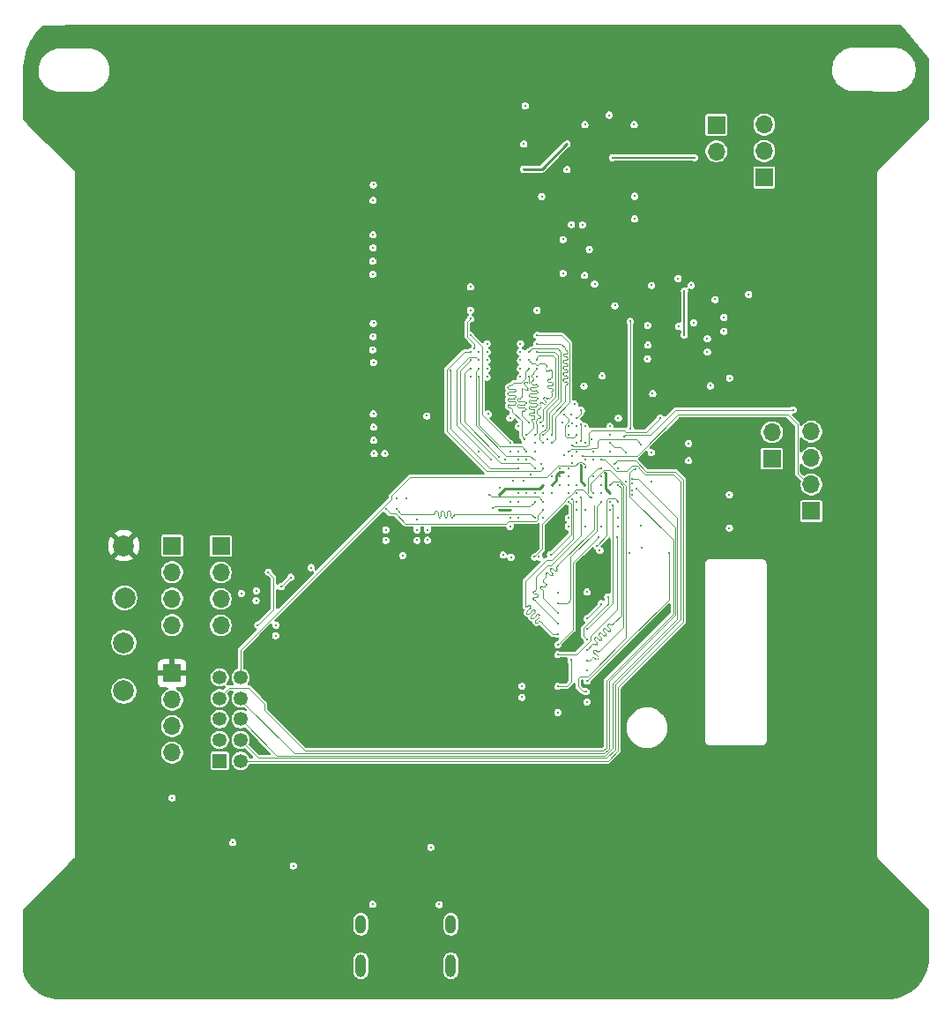
<source format=gbr>
%TF.GenerationSoftware,KiCad,Pcbnew,9.0.0*%
%TF.CreationDate,2025-05-05T21:38:29-04:00*%
%TF.ProjectId,payload_board,7061796c-6f61-4645-9f62-6f6172642e6b,rev?*%
%TF.SameCoordinates,Original*%
%TF.FileFunction,Copper,L2,Inr*%
%TF.FilePolarity,Positive*%
%FSLAX45Y45*%
G04 Gerber Fmt 4.5, Leading zero omitted, Abs format (unit mm)*
G04 Created by KiCad (PCBNEW 9.0.0) date 2025-05-05 21:38:29*
%MOMM*%
%LPD*%
G01*
G04 APERTURE LIST*
%TA.AperFunction,ComponentPad*%
%ADD10C,2.000000*%
%TD*%
%TA.AperFunction,ComponentPad*%
%ADD11R,1.700000X1.700000*%
%TD*%
%TA.AperFunction,ComponentPad*%
%ADD12O,1.700000X1.700000*%
%TD*%
%TA.AperFunction,ComponentPad*%
%ADD13O,1.000000X2.200000*%
%TD*%
%TA.AperFunction,ComponentPad*%
%ADD14O,1.000000X1.800000*%
%TD*%
%TA.AperFunction,ComponentPad*%
%ADD15R,1.350000X1.350000*%
%TD*%
%TA.AperFunction,ComponentPad*%
%ADD16C,1.350000*%
%TD*%
%TA.AperFunction,ViaPad*%
%ADD17C,0.300000*%
%TD*%
%TA.AperFunction,Conductor*%
%ADD18C,0.250000*%
%TD*%
%TA.AperFunction,Conductor*%
%ADD19C,0.100000*%
%TD*%
%TA.AperFunction,Conductor*%
%ADD20C,0.200000*%
%TD*%
G04 APERTURE END LIST*
D10*
%TO.N,GND*%
%TO.C,TP7*%
X15350000Y-10735000D03*
%TD*%
D11*
%TO.N,+3V3*%
%TO.C,J6*%
X15815000Y-9805000D03*
D12*
%TO.N,Net-(J6-Pin_2)*%
X15815000Y-10059000D03*
%TO.N,LPI2C3_SCL*%
X15815000Y-10313000D03*
%TO.N,LPI2C3_SDA*%
X15815000Y-10567000D03*
%TD*%
D11*
%TO.N,LPSPI4_PCSO*%
%TO.C,J11*%
X21955000Y-9472000D03*
D12*
%TO.N,LPSPI4_SDI*%
X21955000Y-9218000D03*
%TO.N,LPSPI4_SDO*%
X21955000Y-8964000D03*
%TO.N,LPSPI4_SCK*%
X21955000Y-8710000D03*
%TD*%
D11*
%TO.N,TEST_ANTENNAS*%
%TO.C,J9*%
X21502500Y-6270000D03*
D12*
%TO.N,FIRE_DEPLOY1_A*%
X21502500Y-6016000D03*
%TO.N,FIRE_DEPLOY1_B*%
X21502500Y-5762000D03*
%TD*%
D10*
%TO.N,VBUS*%
%TO.C,TP5*%
X15350000Y-9805000D03*
%TD*%
%TO.N,VBUSP*%
%TO.C,TP8*%
X15350000Y-11200000D03*
%TD*%
D11*
%TO.N,+3V3*%
%TO.C,J7*%
X16282500Y-9807500D03*
D12*
%TO.N,Net-(J7-Pin_2)*%
X16282500Y-10061500D03*
%TO.N,LPI2C4_SCL*%
X16282500Y-10315500D03*
%TO.N,LPI2C4_SDA*%
X16282500Y-10569500D03*
%TD*%
D13*
%TO.N,GND*%
%TO.C,J2*%
X17628000Y-13837500D03*
X18492000Y-13837500D03*
D14*
X17628000Y-13437500D03*
X18492000Y-13437500D03*
%TD*%
D11*
%TO.N,DEPLOY1*%
%TO.C,J4*%
X21042500Y-5765000D03*
D12*
%TO.N,READ_DEPLOY1*%
X21042500Y-6019000D03*
%TD*%
D15*
%TO.N,+3V3*%
%TO.C,J10*%
X16272500Y-11870000D03*
D16*
%TO.N,JTAG_MOD*%
X16472500Y-11870000D03*
%TO.N,GND*%
X16272500Y-11670000D03*
%TO.N,JTAG_TCK*%
X16472500Y-11670000D03*
%TO.N,GND*%
X16272500Y-11470000D03*
%TO.N,JTAG_TDO*%
X16472500Y-11470000D03*
%TO.N,JTAG_TMS*%
X16272500Y-11270000D03*
%TO.N,JTAG_TDI*%
X16472500Y-11270000D03*
%TO.N,GND*%
X16272500Y-11070000D03*
%TO.N,JTAG_TRSTB*%
X16472500Y-11070000D03*
%TD*%
D10*
%TO.N,+3V3*%
%TO.C,TP6*%
X15360000Y-10305000D03*
%TD*%
D11*
%TO.N,VBUS*%
%TO.C,J3*%
X15815000Y-11030000D03*
D12*
%TO.N,+3V3*%
X15815000Y-11284000D03*
%TO.N,DCDC_IN*%
X15815000Y-11538000D03*
%TO.N,GND*%
X15815000Y-11792000D03*
%TD*%
D11*
%TO.N,LPUART2_RX*%
%TO.C,J5*%
X21575000Y-8969000D03*
D12*
%TO.N,LPUART2_TX*%
X21575000Y-8715000D03*
%TD*%
D17*
%TO.N,GND*%
X19800000Y-10250000D03*
X19872500Y-7292500D03*
X20320000Y-9615000D03*
X19060000Y-9620000D03*
X18167500Y-9552500D03*
X19540000Y-9140000D03*
X19160000Y-8025000D03*
X21167500Y-9315000D03*
X19140000Y-8900000D03*
X19060000Y-8580000D03*
X19620000Y-9140000D03*
X18380000Y-13249200D03*
X19140000Y-9540000D03*
X16979000Y-12877800D03*
X19365000Y-6452500D03*
X19540000Y-9060000D03*
X19520000Y-11405000D03*
X19970000Y-9102400D03*
X20020000Y-9300000D03*
X20257500Y-6450000D03*
X19160000Y-8185000D03*
X17740000Y-13248000D03*
X20322500Y-9825000D03*
X19945000Y-8175000D03*
X20257500Y-6667500D03*
X19460000Y-9300000D03*
X21167500Y-9635000D03*
X18965000Y-9245000D03*
X19620000Y-9220000D03*
X19570000Y-7190000D03*
X19320000Y-8185000D03*
X19620000Y-9060000D03*
X20020000Y-8900000D03*
X21030000Y-7440000D03*
X19660000Y-9012500D03*
X18300000Y-12700000D03*
X19140000Y-9300000D03*
X20417500Y-8910000D03*
X20775000Y-8822500D03*
X17867500Y-9752500D03*
X20417500Y-9190000D03*
X20100000Y-9620000D03*
X18840000Y-7945000D03*
X20955000Y-7817500D03*
X19160000Y-7865000D03*
X20775000Y-8987500D03*
X19380000Y-9540000D03*
X19320000Y-7545000D03*
X19060000Y-9540000D03*
X17857500Y-8920000D03*
X19540000Y-9220000D03*
X19380000Y-8660000D03*
X19780000Y-8660000D03*
X20985000Y-8270000D03*
X19520000Y-10260000D03*
X20100000Y-8580000D03*
X19700000Y-9380000D03*
X18167500Y-9752500D03*
X18840000Y-8105000D03*
X18067500Y-9352500D03*
X19700000Y-9300000D03*
X19620000Y-9540000D03*
%TO.N,VDD_SOC*%
X19460000Y-9140000D03*
X18957500Y-9312500D03*
X19700000Y-9220000D03*
X19380000Y-9220000D03*
X19576500Y-8935000D03*
%TO.N,Net-(U1E-NVCC_PLL)*%
X19780000Y-9620000D03*
%TO.N,VBUS*%
X18320000Y-12900000D03*
X19135000Y-9997500D03*
X18288000Y-13385800D03*
X18895000Y-9997500D03*
X19495000Y-9580000D03*
X17830800Y-13385800D03*
%TO.N,PWDN*%
X20020000Y-8740000D03*
X19922500Y-9850000D03*
%TO.N,Net-(U1E-VDD_SNVS_CAP)*%
X19780000Y-9460000D03*
%TO.N,Net-(U1F-VDD_USB_CAP)*%
X19620000Y-9300000D03*
%TO.N,Net-(U1D-DCDC_PSWITCH)*%
X19190000Y-9182500D03*
X19220000Y-9300000D03*
%TO.N,LDO_EN*%
X19800000Y-11005000D03*
X20205000Y-9875000D03*
X20020000Y-8660000D03*
%TO.N,XRS*%
X19800000Y-11105000D03*
X20172500Y-8907500D03*
X20172500Y-9190000D03*
X20585000Y-9875000D03*
X20232500Y-9210000D03*
X20020000Y-8820000D03*
%TO.N,Net-(U1E-VDD_HIGH_CAP)*%
X19620000Y-9620000D03*
%TO.N,/Memory/DQS*%
X19562178Y-8618811D03*
%TO.N,WDT_WDI*%
X20215000Y-7652500D03*
X20215000Y-8680000D03*
%TO.N,+3V3*%
X20100000Y-9540000D03*
X19770000Y-8270000D03*
X19175000Y-11152500D03*
X19700000Y-8900000D03*
X18680000Y-8185000D03*
X18840000Y-7865000D03*
X19940000Y-9620000D03*
X19420000Y-8780000D03*
X19657500Y-8942500D03*
X19570000Y-6864500D03*
X18167500Y-9652500D03*
X17967500Y-9352500D03*
X19060000Y-9380000D03*
X19358500Y-9017500D03*
X19160000Y-7945000D03*
X18680000Y-7545000D03*
X18840000Y-8025000D03*
X17867500Y-9652500D03*
X18030000Y-9900000D03*
X19380000Y-9300000D03*
X19175000Y-11259500D03*
X18840000Y-8185000D03*
X19575000Y-9100000D03*
X19070000Y-9915000D03*
X19740000Y-9025000D03*
X19160000Y-8105000D03*
X18995000Y-9895000D03*
X19780000Y-8980000D03*
X18267500Y-9652500D03*
X19140000Y-9380000D03*
X18680000Y-7320000D03*
X19085000Y-9182500D03*
X19778750Y-9221250D03*
X19650000Y-6722500D03*
X19300000Y-9300000D03*
X19700000Y-9460000D03*
X19460000Y-9220000D03*
%TO.N,DCDC_IN*%
X15815000Y-12225000D03*
X16397500Y-12655000D03*
%TO.N,WDT_BIAS*%
X20420000Y-7305000D03*
X19777500Y-7210000D03*
%TO.N,USB_DP_1*%
X19620000Y-9380000D03*
X19450000Y-9890000D03*
%TO.N,DQ1*%
X18680000Y-8105000D03*
X18957600Y-8949900D03*
X19220000Y-8980000D03*
%TO.N,DQ13*%
X19198250Y-8780948D03*
X19240000Y-8105000D03*
%TO.N,DQ15*%
X19239976Y-8620024D03*
X19300000Y-8900000D03*
X19240000Y-8185000D03*
%TO.N,DQML*%
X18261929Y-8558071D03*
X18850000Y-8540000D03*
%TO.N,A10*%
X18490000Y-8120000D03*
X18680000Y-7625000D03*
X18720000Y-7915000D03*
X19140000Y-9060000D03*
%TO.N,DQ7*%
X19260026Y-9120100D03*
X19010000Y-8979900D03*
%TO.N,DQ0*%
X19220000Y-8900000D03*
X18760000Y-8185000D03*
%TO.N,DQ11*%
X19240000Y-8025000D03*
X19300000Y-8740000D03*
%TO.N,DQ10*%
X19380000Y-8820000D03*
X19320000Y-7945000D03*
%TO.N,DQ9*%
X19380000Y-8740000D03*
X19240000Y-7945000D03*
%TO.N,DQ6*%
X18760000Y-7945000D03*
%TO.N,DQMH*%
X19460000Y-8820000D03*
X19320000Y-7785000D03*
%TO.N,DQ12*%
X19355000Y-8620000D03*
X19300000Y-8820000D03*
X19320000Y-8025000D03*
%TO.N,DQ14*%
X19320000Y-8105000D03*
X19220000Y-8740000D03*
%TO.N,DQ3*%
X18680000Y-8025000D03*
X19300000Y-9060000D03*
%TO.N,DQ2*%
X18760000Y-8105000D03*
%TO.N,~{CS}*%
X19060000Y-8900000D03*
X18755000Y-8900000D03*
%TO.N,DQ8*%
X19460000Y-8740000D03*
X19320000Y-7865000D03*
%TO.N,DQ5*%
X19380000Y-9060000D03*
X18680000Y-7945000D03*
%TO.N,DQ4*%
X18880000Y-8980000D03*
X18760000Y-8025000D03*
X19140000Y-8980000D03*
%TO.N,CSI_DATA05*%
X19740000Y-9342500D03*
X19520000Y-10555000D03*
X19940000Y-9140000D03*
%TO.N,CSI_PIXCLK*%
X19940000Y-9380000D03*
X19520000Y-10355000D03*
%TO.N,LPI2C1_SCL*%
X19645000Y-10902500D03*
X19520000Y-11155000D03*
%TO.N,CSI_DATA08*%
X20090000Y-9719900D03*
X20020000Y-9460000D03*
X19520000Y-10850000D03*
%TO.N,CSI_VSYNC*%
X19935000Y-10362500D03*
X19940000Y-9220000D03*
X19800000Y-10505000D03*
%TO.N,CSI_DATA02*%
X19800000Y-10805000D03*
X20100000Y-9220000D03*
%TO.N,CSI_DATA03*%
X19520000Y-10450000D03*
X19940000Y-9060000D03*
%TO.N,CSI_DATA06*%
X19800000Y-10905000D03*
X20020000Y-9220000D03*
%TO.N,CSI_DATA09*%
X19520000Y-10755000D03*
X19910000Y-9719900D03*
%TO.N,LPI2C1_SDA*%
X19790000Y-11205000D03*
X19860000Y-9300000D03*
%TO.N,CSI_HSYNC*%
X20045000Y-9420000D03*
X19800000Y-10605000D03*
%TO.N,CSI_DATA07*%
X19800000Y-10705000D03*
X20020000Y-9380000D03*
X20000100Y-10295000D03*
X20235000Y-9317500D03*
%TO.N,CSI_MCLK*%
X19940000Y-9300000D03*
X19800000Y-11305000D03*
%TO.N,CSI_DATA04*%
X19860000Y-9140000D03*
X19520000Y-10655000D03*
X19660000Y-9360048D03*
%TO.N,LPUART2_TX*%
X20235000Y-9275000D03*
%TO.N,LPI2C4_SCL*%
X19840048Y-9340000D03*
X16625000Y-10237500D03*
X16480000Y-10262500D03*
X19296000Y-9913000D03*
%TO.N,LPI2C4_SDA*%
X19892500Y-9805000D03*
X20100000Y-9380000D03*
X19338913Y-9912729D03*
%TO.N,LPI2C3_SCL*%
X16955000Y-10109200D03*
X16860000Y-10200000D03*
%TO.N,LPI2C3_SDA*%
X17150000Y-10015000D03*
X16810000Y-10667000D03*
%TO.N,Net-(L1-Pad1)*%
X19060000Y-9460000D03*
X18957500Y-9460000D03*
%TO.N,FIRE_DEPLOY1_A*%
X19192457Y-5948468D03*
X20832766Y-6080100D03*
X20045000Y-6080000D03*
X19607500Y-6195000D03*
%TO.N,FIRE_DEPLOY1_B*%
X19607500Y-5947500D03*
X19190000Y-6190000D03*
%TO.N,VBUSP*%
X19205000Y-5582500D03*
X20012500Y-5672500D03*
%TO.N,JTAG_MOD*%
X20060000Y-9017500D03*
%TO.N,JTAG_TRSTB*%
X19780480Y-9057400D03*
%TO.N,GPIO_B0_04*%
X19620000Y-8740000D03*
X17747500Y-6340000D03*
%TO.N,GPIO_B0_05*%
X17742500Y-7200000D03*
X19620000Y-8660000D03*
%TO.N,GPIO_B0_06*%
X19681247Y-8446253D03*
X17742500Y-7073500D03*
%TO.N,GPIO_B0_07*%
X17745000Y-6945000D03*
X19700000Y-8580000D03*
X19745000Y-8505000D03*
%TO.N,GPIO_B0_08*%
X17744000Y-6820000D03*
X19700000Y-8657500D03*
%TO.N,GPIO_B0_09*%
X19577500Y-8545000D03*
X19700000Y-8740000D03*
X17749000Y-8045000D03*
%TO.N,GPIO_B0_10*%
X17755000Y-8921000D03*
X19700000Y-8820000D03*
%TO.N,GPIO_B0_11*%
X19650000Y-8542500D03*
X17741000Y-7923500D03*
%TO.N,GPIO_B0_12*%
X17745000Y-7796500D03*
X19660000Y-8630000D03*
%TO.N,GPIO_B0_13*%
X19780000Y-8820000D03*
X17751000Y-8794000D03*
%TO.N,GPIO_B0_14*%
X19740000Y-8640048D03*
X17747500Y-7669500D03*
X19740000Y-8800000D03*
%TO.N,GPIO_B0_15*%
X19860000Y-8900000D03*
X17745000Y-6490000D03*
%TO.N,GPIO_AD_B0_04*%
X19860000Y-8980000D03*
X17747500Y-8540000D03*
%TO.N,GPIO_AD_B0_05*%
X17750000Y-8667000D03*
X20100000Y-9060000D03*
%TO.N,/Watchdog/WDT-VP*%
X20800000Y-7305000D03*
X20680000Y-7700000D03*
%TO.N,ODQ7*%
X19380000Y-9380000D03*
X18860000Y-9320000D03*
%TO.N,ODQ6*%
X19380000Y-9460000D03*
X17867500Y-9452500D03*
%TO.N,JTAG_TMS*%
X20267600Y-9067532D03*
%TO.N,JTAG_TCK*%
X19940000Y-8980000D03*
%TO.N,ODQ1*%
X19300000Y-9540000D03*
X17967500Y-9452500D03*
%TO.N,A_OSCLK*%
X18897500Y-9440100D03*
X19300000Y-9380000D03*
%TO.N,JTAG_TDI*%
X20272500Y-9257500D03*
%TO.N,JTAG_TDO*%
X20235000Y-9165000D03*
%TO.N,Net-(U4D--)*%
X21170000Y-8195000D03*
X20733900Y-7781530D03*
X20735000Y-7360000D03*
X20955000Y-7945000D03*
%TO.N,Net-(J6-Pin_2)*%
X16621250Y-10331250D03*
X16812500Y-10567500D03*
%TO.N,Net-(J7-Pin_2)*%
X16738600Y-10058400D03*
X16637000Y-10566400D03*
%TO.N,Net-(JP1-A)*%
X20825000Y-7665000D03*
X21352500Y-7392500D03*
%TO.N,Net-(Q2A-G)*%
X19780000Y-5762500D03*
X20252500Y-5762500D03*
%TO.N,Net-(U3-ERR#)*%
X18267500Y-9752500D03*
%TO.N,Net-(U4B--)*%
X20675000Y-7240000D03*
X20380000Y-8010000D03*
%TO.N,Net-(U4A--)*%
X20385000Y-7880000D03*
X20067500Y-7500000D03*
%TO.N,Net-(U5-ILIM)*%
X19755000Y-6725000D03*
X19822500Y-6960000D03*
%TO.N,Net-(R56-Pad1)*%
X20382500Y-7690000D03*
X20430000Y-8345000D03*
%TO.N,Net-(U4C-+)*%
X21115000Y-7745000D03*
X21115000Y-7612500D03*
%TO.N,~{WE}*%
X19060000Y-8820000D03*
X18680000Y-7785000D03*
%TO.N,A9*%
X19140000Y-8660000D03*
%TO.N,LPSPI4_SDI*%
X19760000Y-8940000D03*
%TO.N,LPSPI4_SCK*%
X20155000Y-8755000D03*
X19840000Y-8780000D03*
X21780000Y-8500000D03*
%TO.N,LPSPI4_SDO*%
X20320000Y-8830000D03*
X19620000Y-8900000D03*
%TO.N,LPSPI4_PCSO*%
X19660000Y-8840000D03*
X20502500Y-8580000D03*
%TD*%
D18*
%TO.N,GND*%
X19970000Y-9102400D02*
X19980000Y-9102400D01*
X20020000Y-9300000D02*
X19980000Y-9260000D01*
X19980000Y-9260000D02*
X19980000Y-9102400D01*
%TO.N,VDD_SOC*%
X19340000Y-9260000D02*
X19010000Y-9260000D01*
X19380000Y-9220000D02*
X19340000Y-9260000D01*
X19010000Y-9260000D02*
X18957500Y-9312500D01*
D19*
%TO.N,XRS*%
X20020000Y-8820000D02*
X20060000Y-8860000D01*
X20125000Y-8860000D02*
X20172500Y-8907500D01*
X20585000Y-10320000D02*
X20585000Y-9875000D01*
X20060000Y-8860000D02*
X20125000Y-8860000D01*
X20172500Y-10732500D02*
X20585000Y-10320000D01*
X20172500Y-10732500D02*
X19800000Y-11105000D01*
%TO.N,WDT_WDI*%
X20215000Y-7890000D02*
X20215000Y-8680000D01*
X20215000Y-7890000D02*
X20215000Y-7652500D01*
X20215000Y-8680000D02*
X20215000Y-8685000D01*
D18*
%TO.N,+3V3*%
X19460000Y-9220000D02*
X19507400Y-9172600D01*
X19533897Y-9100000D02*
X19575000Y-9100000D01*
X19507400Y-9126497D02*
X19533897Y-9100000D01*
X19740000Y-9182500D02*
X19778750Y-9221250D01*
X19507400Y-9172600D02*
X19507400Y-9126497D01*
X19740000Y-9025000D02*
X19740000Y-9182500D01*
D19*
%TO.N,USB_DP_1*%
X19620000Y-9380000D02*
X19645100Y-9405100D01*
X19645100Y-9405100D02*
X19645100Y-9694900D01*
X19645100Y-9694900D02*
X19450000Y-9890000D01*
%TO.N,DQ1*%
X18680000Y-8105000D02*
X18665000Y-8105000D01*
X18665000Y-8105000D02*
X18620000Y-8150000D01*
X18620000Y-8612300D02*
X18957600Y-8949900D01*
X18620000Y-8150000D02*
X18620000Y-8612300D01*
%TO.N,DQ13*%
X19049500Y-8419500D02*
X19077500Y-8419500D01*
X19037500Y-8461500D02*
X19037500Y-8467500D01*
X19155365Y-8237500D02*
X19097500Y-8237500D01*
X19209900Y-8135100D02*
X19209900Y-8196700D01*
X19169100Y-8237500D02*
X19155365Y-8237500D01*
X19117500Y-8311500D02*
X19117500Y-8317500D01*
X19037500Y-8341500D02*
X19037500Y-8347500D01*
X19105500Y-8389500D02*
X19077500Y-8389500D01*
X19117500Y-8431500D02*
X19117500Y-8437500D01*
X19105500Y-8449500D02*
X19077500Y-8449500D01*
X19170100Y-8605100D02*
X19170100Y-8752799D01*
X19077500Y-8419500D02*
X19105500Y-8419500D01*
X19077500Y-8329500D02*
X19049500Y-8329500D01*
X19037500Y-8281500D02*
X19037500Y-8287500D01*
X19049500Y-8299500D02*
X19065500Y-8299500D01*
X19209900Y-8196700D02*
X19169100Y-8237500D01*
X19037500Y-8401500D02*
X19037500Y-8407500D01*
X19077500Y-8449500D02*
X19065500Y-8449500D01*
X19097500Y-8237500D02*
X19077500Y-8257500D01*
X19077500Y-8359500D02*
X19105500Y-8359500D01*
X19170100Y-8752799D02*
X19198250Y-8780948D01*
X19077500Y-8299500D02*
X19105500Y-8299500D01*
X19081960Y-8516960D02*
X19170100Y-8605100D01*
X19065500Y-8299500D02*
X19077500Y-8299500D01*
X19049500Y-8479500D02*
X19065500Y-8479500D01*
X19065500Y-8269500D02*
X19049500Y-8269500D01*
X19240000Y-8105000D02*
X19209900Y-8135100D01*
X19077500Y-8497500D02*
X19077500Y-8512500D01*
X19065500Y-8449500D02*
X19049500Y-8449500D01*
X19077500Y-8512500D02*
X19081960Y-8516960D01*
X19077500Y-8389500D02*
X19049500Y-8389500D01*
X19117500Y-8371500D02*
X19117500Y-8377500D01*
X19049500Y-8359500D02*
X19077500Y-8359500D01*
X19077500Y-8491500D02*
X19077500Y-8497500D01*
X19105500Y-8329500D02*
X19077500Y-8329500D01*
X19105500Y-8359500D02*
G75*
G02*
X19117500Y-8371500I0J-12000D01*
G01*
X19117500Y-8377500D02*
G75*
G02*
X19105500Y-8389500I-12000J0D01*
G01*
X19037500Y-8287500D02*
G75*
G03*
X19049500Y-8299500I12000J0D01*
G01*
X19065500Y-8479500D02*
G75*
G02*
X19077500Y-8491500I0J-12000D01*
G01*
X19037500Y-8467500D02*
G75*
G03*
X19049500Y-8479500I12000J0D01*
G01*
X19049500Y-8329500D02*
G75*
G03*
X19037500Y-8341500I0J-12000D01*
G01*
X19117500Y-8317500D02*
G75*
G02*
X19105500Y-8329500I-12000J0D01*
G01*
X19049500Y-8269500D02*
G75*
G03*
X19037500Y-8281500I0J-12000D01*
G01*
X19037500Y-8347500D02*
G75*
G03*
X19049500Y-8359500I12000J0D01*
G01*
X19077500Y-8257500D02*
G75*
G02*
X19065500Y-8269500I-12000J0D01*
G01*
X19037500Y-8407500D02*
G75*
G03*
X19049500Y-8419500I12000J0D01*
G01*
X19105500Y-8299500D02*
G75*
G02*
X19117500Y-8311500I0J-12000D01*
G01*
X19105500Y-8419500D02*
G75*
G02*
X19117500Y-8431500I0J-12000D01*
G01*
X19049500Y-8449500D02*
G75*
G03*
X19037500Y-8461500I0J-12000D01*
G01*
X19049500Y-8389500D02*
G75*
G03*
X19037500Y-8401500I0J-12000D01*
G01*
X19117500Y-8437500D02*
G75*
G02*
X19105500Y-8449500I-12000J0D01*
G01*
%TO.N,DQ15*%
X19172500Y-8419500D02*
X19200500Y-8419500D01*
X19144500Y-8419500D02*
X19160500Y-8419500D01*
X19172500Y-8527500D02*
X19172500Y-8540000D01*
X19240000Y-8230108D02*
X19240000Y-8240000D01*
X19172500Y-8521500D02*
X19172500Y-8527500D01*
X19200500Y-8509500D02*
X19184500Y-8509500D01*
X19172500Y-8449500D02*
X19144500Y-8449500D01*
X19212500Y-8431500D02*
X19212500Y-8437500D01*
X19201816Y-8235757D02*
X19197573Y-8240000D01*
X19240000Y-8185000D02*
X19240000Y-8230108D01*
X19172500Y-8552548D02*
X19239976Y-8620024D01*
X19172500Y-8342500D02*
X19172500Y-8377500D01*
X19132500Y-8401500D02*
X19132500Y-8407500D01*
X19172500Y-8540000D02*
X19172500Y-8552548D01*
X19160500Y-8419500D02*
X19172500Y-8419500D01*
X19176360Y-8303640D02*
X19172500Y-8307500D01*
X19172500Y-8307500D02*
X19172500Y-8342500D01*
X19184500Y-8479500D02*
X19200500Y-8479500D01*
X19201816Y-8261213D02*
X19218787Y-8278184D01*
X19230100Y-8306468D02*
X19225858Y-8310711D01*
X19144500Y-8479500D02*
X19172500Y-8479500D01*
X19172500Y-8479500D02*
X19184500Y-8479500D01*
X19223029Y-8240000D02*
X19218787Y-8235757D01*
X19218787Y-8278184D02*
X19230100Y-8289498D01*
X19200500Y-8449500D02*
X19172500Y-8449500D01*
X19212500Y-8491500D02*
X19212500Y-8497500D01*
X19180603Y-8299397D02*
X19176360Y-8303640D01*
X19132500Y-8461500D02*
X19132500Y-8467500D01*
X19160500Y-8389500D02*
X19144500Y-8389500D01*
X19208887Y-8310711D02*
X19197573Y-8299397D01*
X19197573Y-8256970D02*
X19201816Y-8261213D01*
X19200500Y-8419500D02*
G75*
G02*
X19212500Y-8431500I0J-12000D01*
G01*
X19240000Y-8240000D02*
G75*
G02*
X19223029Y-8240000I-8485J8485D01*
G01*
X19212500Y-8437500D02*
G75*
G02*
X19200500Y-8449500I-12000J0D01*
G01*
X19132500Y-8407500D02*
G75*
G03*
X19144500Y-8419500I12000J0D01*
G01*
X19184500Y-8509500D02*
G75*
G03*
X19172500Y-8521500I0J-12000D01*
G01*
X19225858Y-8310711D02*
G75*
G02*
X19208887Y-8310711I-8485J8485D01*
G01*
X19230100Y-8289498D02*
G75*
G02*
X19230098Y-8306465I-8480J-8482D01*
G01*
X19197573Y-8240000D02*
G75*
G03*
X19197569Y-8256975I8487J-8490D01*
G01*
X19212500Y-8497500D02*
G75*
G02*
X19200500Y-8509500I-12000J0D01*
G01*
X19132500Y-8467500D02*
G75*
G03*
X19144500Y-8479500I12000J0D01*
G01*
X19200500Y-8479500D02*
G75*
G02*
X19212500Y-8491500I0J-12000D01*
G01*
X19172500Y-8377500D02*
G75*
G02*
X19160500Y-8389500I-12000J0D01*
G01*
X19197573Y-8299397D02*
G75*
G03*
X19180605Y-8299399I-8483J-8483D01*
G01*
X19144500Y-8389500D02*
G75*
G03*
X19132500Y-8401500I0J-12000D01*
G01*
X19218787Y-8235757D02*
G75*
G03*
X19201816Y-8235757I-8485J-8485D01*
G01*
X19144500Y-8449500D02*
G75*
G03*
X19132500Y-8461500I0J-12000D01*
G01*
%TO.N,A10*%
X18872432Y-9060000D02*
X19140000Y-9060000D01*
X18649900Y-7655100D02*
X18649900Y-7797468D01*
X18720000Y-7867568D02*
X18720000Y-7915000D01*
X18649900Y-7797468D02*
X18720000Y-7867568D01*
X18680000Y-7625000D02*
X18649900Y-7655100D01*
X18490000Y-8677568D02*
X18872432Y-9060000D01*
X18490000Y-8120000D02*
X18490000Y-8677568D01*
%TO.N,DQ0*%
X19220000Y-8900000D02*
X19170000Y-8850000D01*
X19170000Y-8850000D02*
X18960000Y-8850000D01*
X18760000Y-8650000D02*
X18760000Y-8185000D01*
X18960000Y-8850000D02*
X18760000Y-8650000D01*
%TO.N,DQ11*%
X19347898Y-8477102D02*
X19319700Y-8505300D01*
X19457500Y-8347000D02*
X19457500Y-8367500D01*
X19319700Y-8594300D02*
X19319700Y-8600300D01*
X19417500Y-8276500D02*
X19417500Y-8282500D01*
X19457500Y-8332000D02*
X19457500Y-8347000D01*
X19472500Y-8242000D02*
X19472500Y-8257000D01*
X19429500Y-8294500D02*
X19457500Y-8294500D01*
X19390000Y-8055000D02*
X19414749Y-8079749D01*
X19381840Y-8443161D02*
X19373354Y-8434675D01*
X19457500Y-8122500D02*
X19457500Y-8157500D01*
X19472500Y-8302000D02*
X19472500Y-8317000D01*
X19319700Y-8684838D02*
X19319700Y-8720300D01*
X19387496Y-8380935D02*
X19383254Y-8385177D01*
X19319700Y-8640300D02*
X19319700Y-8660300D01*
X19383254Y-8402148D02*
X19394567Y-8413462D01*
X19319700Y-8720300D02*
X19300000Y-8740000D01*
X19417500Y-8216500D02*
X19417500Y-8222500D01*
X19457500Y-8157500D02*
X19457500Y-8192500D01*
X19457500Y-8234500D02*
X19465000Y-8234500D01*
X19347932Y-8055000D02*
X19357932Y-8055000D01*
X19270000Y-8055000D02*
X19297932Y-8055000D01*
X19385375Y-8446696D02*
X19381840Y-8443161D01*
X19445500Y-8204500D02*
X19429500Y-8204500D01*
X19406588Y-8432554D02*
X19392446Y-8446696D01*
X19317932Y-8075000D02*
X19327932Y-8075000D01*
X19429500Y-8234500D02*
X19445500Y-8234500D01*
X19351434Y-8455182D02*
X19352141Y-8455889D01*
X19373354Y-8434675D02*
X19372647Y-8433968D01*
X19355676Y-8433968D02*
X19351434Y-8438211D01*
X19445500Y-8234500D02*
X19457500Y-8234500D01*
X19394567Y-8413462D02*
X19403053Y-8421947D01*
X19457500Y-8367500D02*
X19432751Y-8392249D01*
X19342700Y-8582300D02*
X19331700Y-8582300D01*
X19424648Y-8129246D02*
X19435962Y-8117932D01*
X19403053Y-8421947D02*
X19406588Y-8425483D01*
X19465000Y-8264500D02*
X19457500Y-8264500D01*
X19319700Y-8660300D02*
X19319700Y-8684838D01*
X19319700Y-8505300D02*
X19319700Y-8540300D01*
X19354700Y-8564300D02*
X19354700Y-8570300D01*
X19403435Y-8125003D02*
X19407678Y-8129246D01*
X19357932Y-8055000D02*
X19390000Y-8055000D01*
X19331700Y-8552300D02*
X19342700Y-8552300D01*
X19240000Y-8025000D02*
X19270000Y-8055000D01*
X19414749Y-8096719D02*
X19403435Y-8108033D01*
X19457175Y-8122175D02*
X19457500Y-8122500D01*
X19415781Y-8392249D02*
X19404467Y-8380935D01*
X19457500Y-8264500D02*
X19429500Y-8264500D01*
X19309700Y-8610300D02*
X19309700Y-8630300D01*
X19457500Y-8294500D02*
X19465000Y-8294500D01*
X19452932Y-8117932D02*
X19457175Y-8122175D01*
X19352141Y-8472859D02*
X19347898Y-8477102D01*
X19351434Y-8438211D02*
G75*
G03*
X19351430Y-8455185I8486J-8489D01*
G01*
X19314700Y-8635300D02*
G75*
G02*
X19319700Y-8640300I0J-5000D01*
G01*
X19406588Y-8425483D02*
G75*
G02*
X19406590Y-8432556I-3538J-3537D01*
G01*
X19319700Y-8540300D02*
G75*
G03*
X19331700Y-8552300I12000J0D01*
G01*
X19472500Y-8317000D02*
G75*
G02*
X19465000Y-8324500I-7500J0D01*
G01*
X19472500Y-8257000D02*
G75*
G02*
X19465000Y-8264500I-7500J0D01*
G01*
X19404467Y-8380935D02*
G75*
G03*
X19387496Y-8380935I-8485J-8485D01*
G01*
X19383254Y-8385177D02*
G75*
G03*
X19383256Y-8402145I8486J-8483D01*
G01*
X19297932Y-8055000D02*
G75*
G02*
X19307930Y-8065000I-2J-10000D01*
G01*
X19417500Y-8222500D02*
G75*
G03*
X19429500Y-8234500I12000J0D01*
G01*
X19309700Y-8630300D02*
G75*
G03*
X19314700Y-8635300I5000J0D01*
G01*
X19319700Y-8600300D02*
G75*
G02*
X19314700Y-8605300I-5000J0D01*
G01*
X19414749Y-8079749D02*
G75*
G02*
X19414745Y-8096715I-8489J-8481D01*
G01*
X19354700Y-8570300D02*
G75*
G02*
X19342700Y-8582300I-12000J0D01*
G01*
X19307932Y-8065000D02*
G75*
G03*
X19317932Y-8074998I9998J0D01*
G01*
X19392446Y-8446696D02*
G75*
G02*
X19385375Y-8446697I-3536J3536D01*
G01*
X19429500Y-8264500D02*
G75*
G03*
X19417500Y-8276500I0J-12000D01*
G01*
X19314700Y-8605300D02*
G75*
G03*
X19309700Y-8610300I0J-5000D01*
G01*
X19331700Y-8582300D02*
G75*
G03*
X19319700Y-8594300I0J-12000D01*
G01*
X19465000Y-8324500D02*
G75*
G03*
X19457500Y-8332000I0J-7500D01*
G01*
X19435962Y-8117932D02*
G75*
G02*
X19452932Y-8117932I8485J-8485D01*
G01*
X19372647Y-8433968D02*
G75*
G03*
X19355676Y-8433968I-8485J-8485D01*
G01*
X19432751Y-8392249D02*
G75*
G02*
X19415781Y-8392249I-8485J8485D01*
G01*
X19429500Y-8204500D02*
G75*
G03*
X19417500Y-8216500I0J-12000D01*
G01*
X19465000Y-8294500D02*
G75*
G02*
X19472500Y-8302000I0J-7500D01*
G01*
X19352141Y-8455889D02*
G75*
G02*
X19352137Y-8472855I-8481J-8481D01*
G01*
X19403435Y-8108033D02*
G75*
G03*
X19403433Y-8125005I8485J-8487D01*
G01*
X19407678Y-8129246D02*
G75*
G03*
X19424648Y-8129246I8485J8485D01*
G01*
X19342700Y-8552300D02*
G75*
G02*
X19354700Y-8564300I0J-12000D01*
G01*
X19337932Y-8065000D02*
G75*
G02*
X19347932Y-8055002I9998J0D01*
G01*
X19327932Y-8075000D02*
G75*
G03*
X19337930Y-8065000I-2J10000D01*
G01*
X19457500Y-8192500D02*
G75*
G02*
X19445500Y-8204500I-12000J0D01*
G01*
X19465000Y-8234500D02*
G75*
G02*
X19472500Y-8242000I0J-7500D01*
G01*
X19417500Y-8282500D02*
G75*
G03*
X19429500Y-8294500I12000J0D01*
G01*
%TO.N,DQ10*%
X19411250Y-8503750D02*
X19520000Y-8395000D01*
X19345000Y-8785000D02*
X19380000Y-8820000D01*
X19365000Y-8710000D02*
X19345000Y-8730000D01*
X19520000Y-8395000D02*
X19520000Y-7977500D01*
X19411250Y-8678750D02*
X19411250Y-8503750D01*
X19345000Y-8730000D02*
X19345000Y-8785000D01*
X19520000Y-7977500D02*
X19487500Y-7945000D01*
X19487500Y-7945000D02*
X19320000Y-7945000D01*
X19380000Y-8710000D02*
X19365000Y-8710000D01*
X19411250Y-8678750D02*
X19380000Y-8710000D01*
%TO.N,DQ9*%
X19332468Y-7914900D02*
X19270100Y-7914900D01*
X19439900Y-8680100D02*
X19439900Y-8525000D01*
X19439900Y-8525000D02*
X19444900Y-8520000D01*
X19332468Y-7914900D02*
X19412400Y-7914900D01*
X19519900Y-7914900D02*
X19547500Y-7942500D01*
X19412400Y-7914900D02*
X19519900Y-7914900D01*
X19444900Y-8520000D02*
X19445000Y-8520000D01*
X19270100Y-7914900D02*
X19240000Y-7945000D01*
X19547500Y-7942500D02*
X19547500Y-8417500D01*
X19380000Y-8740000D02*
X19439900Y-8680100D01*
X19455000Y-8510000D02*
X19445000Y-8520000D01*
X19547500Y-8417500D02*
X19455000Y-8510000D01*
%TO.N,DQMH*%
X19460000Y-8820000D02*
X19495000Y-8785000D01*
X19635000Y-8430000D02*
X19635000Y-7862500D01*
X19320000Y-7785000D02*
X19405000Y-7785000D01*
X19495000Y-8570000D02*
X19635000Y-8430000D01*
X19635000Y-7862500D02*
X19557500Y-7785000D01*
X19495000Y-8785000D02*
X19495000Y-8570000D01*
X19557500Y-7785000D02*
X19405000Y-7785000D01*
%TO.N,DQ12*%
X19492500Y-8000000D02*
X19492500Y-8380000D01*
X19337500Y-7977500D02*
X19470000Y-7977500D01*
X19320000Y-7995000D02*
X19337500Y-7977500D01*
X19492500Y-8380000D02*
X19375000Y-8497500D01*
X19320000Y-8025000D02*
X19320000Y-7995000D01*
X19375000Y-8497500D02*
X19375000Y-8600000D01*
X19375000Y-8600000D02*
X19355000Y-8620000D01*
X19470000Y-7977500D02*
X19492500Y-8000000D01*
%TO.N,DQ14*%
X19285000Y-8466677D02*
X19257000Y-8466677D01*
X19285000Y-8199677D02*
X19285000Y-8214677D01*
X19285000Y-8286677D02*
X19267000Y-8286677D01*
X19255000Y-8298677D02*
X19255000Y-8304677D01*
X19272000Y-8256677D02*
X19273000Y-8256677D01*
X19295000Y-8561677D02*
X19295000Y-8581677D01*
X19313000Y-8406677D02*
X19285000Y-8406677D01*
X19325000Y-8388677D02*
X19325000Y-8394677D01*
X19245000Y-8418677D02*
X19245000Y-8424677D01*
X19273000Y-8226677D02*
X19272000Y-8226677D01*
X19285000Y-8406677D02*
X19257000Y-8406677D01*
X19285000Y-8436677D02*
X19313000Y-8436677D01*
X19270000Y-8169677D02*
X19270000Y-8184677D01*
X19320000Y-8105000D02*
X19285000Y-8140000D01*
X19313000Y-8346677D02*
X19285000Y-8346677D01*
X19285000Y-8639177D02*
X19285000Y-8657014D01*
X19285000Y-8256677D02*
X19313000Y-8256677D01*
X19285000Y-8496677D02*
X19290000Y-8496677D01*
X19257000Y-8436677D02*
X19285000Y-8436677D01*
X19290000Y-8526677D02*
X19285000Y-8526677D01*
X19295000Y-8501677D02*
X19295000Y-8521677D01*
X19313000Y-8466677D02*
X19285000Y-8466677D01*
X19285000Y-8140000D02*
X19285000Y-8154677D01*
X19290000Y-8586677D02*
X19285000Y-8586677D01*
X19285000Y-8376677D02*
X19313000Y-8376677D01*
X19245000Y-8538677D02*
X19245000Y-8544677D01*
X19257000Y-8556677D02*
X19285000Y-8556677D01*
X19285000Y-8657014D02*
X19285000Y-8675000D01*
X19285000Y-8346677D02*
X19257000Y-8346677D01*
X19267000Y-8316677D02*
X19285000Y-8316677D01*
X19285000Y-8526677D02*
X19257000Y-8526677D01*
X19260000Y-8238677D02*
X19260000Y-8244677D01*
X19257000Y-8376677D02*
X19285000Y-8376677D01*
X19245000Y-8478677D02*
X19245000Y-8484677D01*
X19325000Y-8328677D02*
X19325000Y-8334677D01*
X19285000Y-8586677D02*
X19277500Y-8586677D01*
X19273000Y-8256677D02*
X19285000Y-8256677D01*
X19285000Y-8624177D02*
X19285000Y-8639177D01*
X19285000Y-8556677D02*
X19290000Y-8556677D01*
X19313000Y-8286677D02*
X19285000Y-8286677D01*
X19270000Y-8594177D02*
X19270000Y-8609177D01*
X19285000Y-8675000D02*
X19220000Y-8740000D01*
X19257000Y-8496677D02*
X19285000Y-8496677D01*
X19325000Y-8268677D02*
X19325000Y-8274677D01*
X19245000Y-8358677D02*
X19245000Y-8364677D01*
X19325000Y-8448677D02*
X19325000Y-8454677D01*
X19285000Y-8316677D02*
X19313000Y-8316677D01*
X19313000Y-8316677D02*
G75*
G02*
X19325003Y-8328677I0J-12003D01*
G01*
X19270000Y-8609177D02*
G75*
G03*
X19277500Y-8616680I7500J-3D01*
G01*
X19257000Y-8526677D02*
G75*
G03*
X19244997Y-8538677I0J-12003D01*
G01*
X19245000Y-8364677D02*
G75*
G03*
X19257000Y-8376680I12000J-3D01*
G01*
X19245000Y-8424677D02*
G75*
G03*
X19257000Y-8436680I12000J-3D01*
G01*
X19260000Y-8244677D02*
G75*
G03*
X19272000Y-8256680I12000J-3D01*
G01*
X19295000Y-8581677D02*
G75*
G02*
X19290000Y-8586680I-5000J-3D01*
G01*
X19255000Y-8304677D02*
G75*
G03*
X19267000Y-8316680I12000J-3D01*
G01*
X19325000Y-8274677D02*
G75*
G02*
X19313000Y-8286680I-12000J-3D01*
G01*
X19325000Y-8334677D02*
G75*
G02*
X19313000Y-8346680I-12000J-3D01*
G01*
X19277500Y-8192177D02*
G75*
G02*
X19285003Y-8199677I0J-7503D01*
G01*
X19272000Y-8226677D02*
G75*
G03*
X19259997Y-8238677I0J-12003D01*
G01*
X19325000Y-8454677D02*
G75*
G02*
X19313000Y-8466680I-12000J-3D01*
G01*
X19290000Y-8496677D02*
G75*
G02*
X19295003Y-8501677I0J-5003D01*
G01*
X19257000Y-8346677D02*
G75*
G03*
X19244997Y-8358677I0J-12003D01*
G01*
X19285000Y-8154677D02*
G75*
G02*
X19277500Y-8162180I-7500J-3D01*
G01*
X19277500Y-8162177D02*
G75*
G03*
X19269997Y-8169677I0J-7503D01*
G01*
X19277500Y-8586677D02*
G75*
G03*
X19269997Y-8594177I0J-7503D01*
G01*
X19290000Y-8556677D02*
G75*
G02*
X19295003Y-8561677I0J-5003D01*
G01*
X19277500Y-8616677D02*
G75*
G02*
X19285003Y-8624177I0J-7503D01*
G01*
X19325000Y-8394677D02*
G75*
G02*
X19313000Y-8406680I-12000J-3D01*
G01*
X19257000Y-8466677D02*
G75*
G03*
X19244997Y-8478677I0J-12003D01*
G01*
X19270000Y-8184677D02*
G75*
G03*
X19277500Y-8192180I7500J-3D01*
G01*
X19313000Y-8376677D02*
G75*
G02*
X19325003Y-8388677I0J-12003D01*
G01*
X19285000Y-8214677D02*
G75*
G02*
X19273000Y-8226680I-12000J-3D01*
G01*
X19257000Y-8406677D02*
G75*
G03*
X19244997Y-8418677I0J-12003D01*
G01*
X19295000Y-8521677D02*
G75*
G02*
X19290000Y-8526680I-5000J-3D01*
G01*
X19245000Y-8484677D02*
G75*
G03*
X19257000Y-8496680I12000J-3D01*
G01*
X19267000Y-8286677D02*
G75*
G03*
X19254997Y-8298677I0J-12003D01*
G01*
X19313000Y-8436677D02*
G75*
G02*
X19325003Y-8448677I0J-12003D01*
G01*
X19245000Y-8544677D02*
G75*
G03*
X19257000Y-8556680I12000J-3D01*
G01*
X19313000Y-8256677D02*
G75*
G02*
X19325003Y-8268677I0J-12003D01*
G01*
%TO.N,DQ3*%
X18580000Y-8125000D02*
X18680000Y-8025000D01*
X18970000Y-9010100D02*
X19250100Y-9010100D01*
X19250100Y-9010100D02*
X19300000Y-9060000D01*
X18600000Y-8640100D02*
X18970000Y-9010100D01*
X18600000Y-8640000D02*
X18580000Y-8620000D01*
X18600000Y-8640100D02*
X18600000Y-8640000D01*
X18580000Y-8620000D02*
X18580000Y-8130000D01*
X18580000Y-8130000D02*
X18580000Y-8125000D01*
%TO.N,DQ2*%
X18729900Y-8135100D02*
X18729900Y-8648326D01*
X19252500Y-8942500D02*
X19290000Y-8980000D01*
X19290000Y-8980000D02*
X19297500Y-8980000D01*
X19024074Y-8942500D02*
X19252500Y-8942500D01*
X18729900Y-8648326D02*
X19024074Y-8942500D01*
X18760000Y-8105000D02*
X18729900Y-8135100D01*
%TO.N,DQ8*%
X19590000Y-8306396D02*
X19590000Y-8422500D01*
X19570000Y-8210832D02*
X19570000Y-8220832D01*
X19602000Y-8230832D02*
X19603000Y-8230832D01*
X19460000Y-8552500D02*
X19460000Y-8740000D01*
X19603000Y-8080832D02*
X19590000Y-8080832D01*
X19580000Y-8170832D02*
X19590000Y-8170832D01*
X19615000Y-8122832D02*
X19615000Y-8128832D01*
X19590000Y-8080832D02*
X19580000Y-8080832D01*
X19615000Y-8242832D02*
X19615000Y-8248832D01*
X19320000Y-7865000D02*
X19550000Y-7865000D01*
X19550000Y-7865000D02*
X19590000Y-7905000D01*
X19590000Y-7990832D02*
X19603000Y-7990832D01*
X19590000Y-8272832D02*
X19590000Y-8278832D01*
X19570000Y-8150832D02*
X19570000Y-8160832D01*
X19590000Y-8200832D02*
X19580000Y-8200832D01*
X19570000Y-8090832D02*
X19570000Y-8100832D01*
X19603000Y-8140832D02*
X19590000Y-8140832D01*
X19615000Y-8182832D02*
X19615000Y-8188832D01*
X19570000Y-7970832D02*
X19570000Y-7980832D01*
X19590000Y-8050832D02*
X19603000Y-8050832D01*
X19580000Y-8230832D02*
X19590000Y-8230832D01*
X19603000Y-8020832D02*
X19590000Y-8020832D01*
X19580000Y-7990832D02*
X19590000Y-7990832D01*
X19603000Y-8200832D02*
X19590000Y-8200832D01*
X19590000Y-7960832D02*
X19580000Y-7960832D01*
X19602000Y-7930832D02*
X19603000Y-7930832D01*
X19590000Y-8020832D02*
X19580000Y-8020832D01*
X19615000Y-7942832D02*
X19615000Y-7948832D01*
X19590000Y-8170832D02*
X19603000Y-8170832D01*
X19590000Y-8278832D02*
X19590000Y-8306396D01*
X19590000Y-8230832D02*
X19602000Y-8230832D01*
X19580000Y-8110832D02*
X19590000Y-8110832D01*
X19590000Y-7905000D02*
X19590000Y-7918832D01*
X19603000Y-7960832D02*
X19602000Y-7960832D01*
X19570000Y-8030832D02*
X19570000Y-8040832D01*
X19615000Y-8002832D02*
X19615000Y-8008832D01*
X19590000Y-8422500D02*
X19460000Y-8552500D01*
X19590000Y-8110832D02*
X19603000Y-8110832D01*
X19603000Y-8260832D02*
X19602000Y-8260832D01*
X19602000Y-7960832D02*
X19590000Y-7960832D01*
X19615000Y-8062832D02*
X19615000Y-8068832D01*
X19590000Y-8140832D02*
X19580000Y-8140832D01*
X19580000Y-8050832D02*
X19590000Y-8050832D01*
X19602000Y-8260832D02*
G75*
G03*
X19590002Y-8272832I0J-11998D01*
G01*
X19603000Y-8050832D02*
G75*
G02*
X19614998Y-8062832I0J-11998D01*
G01*
X19590000Y-7918832D02*
G75*
G03*
X19602000Y-7930830I12000J2D01*
G01*
X19580000Y-8080832D02*
G75*
G03*
X19570002Y-8090832I0J-9998D01*
G01*
X19580000Y-8020832D02*
G75*
G03*
X19570002Y-8030832I0J-9998D01*
G01*
X19603000Y-7990832D02*
G75*
G02*
X19614998Y-8002832I0J-11998D01*
G01*
X19580000Y-7960832D02*
G75*
G03*
X19570002Y-7970832I0J-9998D01*
G01*
X19603000Y-7930832D02*
G75*
G02*
X19614998Y-7942832I0J-11998D01*
G01*
X19570000Y-8040832D02*
G75*
G03*
X19580000Y-8050830I10000J2D01*
G01*
X19580000Y-8140832D02*
G75*
G03*
X19570002Y-8150832I0J-9998D01*
G01*
X19570000Y-8100832D02*
G75*
G03*
X19580000Y-8110830I10000J2D01*
G01*
X19615000Y-8068832D02*
G75*
G02*
X19603000Y-8080830I-12000J2D01*
G01*
X19603000Y-8170832D02*
G75*
G02*
X19614998Y-8182832I0J-11998D01*
G01*
X19603000Y-8110832D02*
G75*
G02*
X19614998Y-8122832I0J-11998D01*
G01*
X19570000Y-8220832D02*
G75*
G03*
X19580000Y-8230830I10000J2D01*
G01*
X19615000Y-8008832D02*
G75*
G02*
X19603000Y-8020830I-12000J2D01*
G01*
X19580000Y-8200832D02*
G75*
G03*
X19570002Y-8210832I0J-9998D01*
G01*
X19615000Y-7948832D02*
G75*
G02*
X19603000Y-7960830I-12000J2D01*
G01*
X19615000Y-8128832D02*
G75*
G02*
X19603000Y-8140830I-12000J2D01*
G01*
X19570000Y-8160832D02*
G75*
G03*
X19580000Y-8170830I10000J2D01*
G01*
X19615000Y-8248832D02*
G75*
G02*
X19603000Y-8260830I-12000J2D01*
G01*
X19615000Y-8188832D02*
G75*
G02*
X19603000Y-8200830I-12000J2D01*
G01*
X19570000Y-7980832D02*
G75*
G03*
X19580000Y-7990830I10000J2D01*
G01*
X19603000Y-8230832D02*
G75*
G02*
X19614998Y-8242832I0J-11998D01*
G01*
%TO.N,DQ5*%
X18619900Y-7945000D02*
X18449950Y-8114950D01*
X18835100Y-9090100D02*
X19349900Y-9090100D01*
X18450000Y-8115000D02*
X18450000Y-8705000D01*
X19349900Y-9090100D02*
X19380000Y-9060000D01*
X18450000Y-8705000D02*
X18835100Y-9090100D01*
X18680000Y-7945000D02*
X18619900Y-7945000D01*
X18449950Y-8114950D02*
X18450000Y-8115000D01*
%TO.N,DQ4*%
X18550000Y-8650000D02*
X18550000Y-8110000D01*
X18665100Y-7994900D02*
X18729900Y-7994900D01*
X18880000Y-8980000D02*
X18550000Y-8650000D01*
X18729900Y-7994900D02*
X18760000Y-8025000D01*
X18550000Y-8110000D02*
X18665100Y-7994900D01*
%TO.N,CSI_DATA05*%
X19292000Y-10298057D02*
X19298000Y-10298057D01*
X19422500Y-9992500D02*
X19310000Y-10105000D01*
X19298000Y-10298057D02*
X19310000Y-10298057D01*
X19452500Y-9992500D02*
X19422500Y-9992500D01*
X19520000Y-10555000D02*
X19310000Y-10345000D01*
X19320000Y-10268057D02*
X19310000Y-10268057D01*
X19740000Y-9705000D02*
X19452500Y-9992500D01*
X19310000Y-10268057D02*
X19298000Y-10268057D01*
X19310000Y-10226057D02*
X19310000Y-10220057D01*
X19740000Y-9342500D02*
X19740000Y-9705000D01*
X19298000Y-10268057D02*
X19292000Y-10268057D01*
X19310000Y-10298057D02*
X19320000Y-10298057D01*
X19280000Y-10256057D02*
X19280000Y-10250057D01*
X19310000Y-10345000D02*
X19310000Y-10340057D01*
X19330000Y-10288057D02*
X19330000Y-10278057D01*
X19310000Y-10220057D02*
X19310000Y-10200000D01*
X19292000Y-10238057D02*
X19298000Y-10238057D01*
X19280000Y-10316057D02*
X19280000Y-10310057D01*
X19310000Y-10105000D02*
X19310000Y-10200000D01*
X19298000Y-10328057D02*
X19292000Y-10328057D01*
X19292000Y-10268057D02*
G75*
G02*
X19280003Y-10256057I0J11997D01*
G01*
X19280000Y-10310057D02*
G75*
G02*
X19292000Y-10298060I12000J-3D01*
G01*
X19310000Y-10340057D02*
G75*
G03*
X19298000Y-10328060I-12000J-3D01*
G01*
X19298000Y-10238057D02*
G75*
G03*
X19309997Y-10226057I0J11997D01*
G01*
X19330000Y-10278057D02*
G75*
G03*
X19320000Y-10268060I-10000J-3D01*
G01*
X19292000Y-10328057D02*
G75*
G02*
X19280003Y-10316057I0J11997D01*
G01*
X19320000Y-10298057D02*
G75*
G03*
X19329997Y-10288057I0J9997D01*
G01*
X19280000Y-10250057D02*
G75*
G02*
X19292000Y-10238060I12000J-3D01*
G01*
%TO.N,CSI_PIXCLK*%
X19890000Y-9660000D02*
X19890000Y-9430000D01*
X19640000Y-9910000D02*
X19890000Y-9660000D01*
X19610000Y-10355000D02*
X19640000Y-10325000D01*
X19890000Y-9430000D02*
X19940000Y-9380000D01*
X19640000Y-10325000D02*
X19640000Y-9910000D01*
X19520000Y-10355000D02*
X19610000Y-10355000D01*
%TO.N,LPI2C1_SCL*%
X19645000Y-10902500D02*
X19645000Y-11115000D01*
X19605000Y-11155000D02*
X19520000Y-11155000D01*
X19645000Y-11115000D02*
X19605000Y-11155000D01*
%TO.N,CSI_DATA08*%
X19837500Y-10710068D02*
X19837500Y-10670000D01*
X19697568Y-10850000D02*
X19837500Y-10710068D01*
X20090000Y-10417500D02*
X20090000Y-10412500D01*
X20090000Y-10412500D02*
X20090000Y-9719900D01*
X19520000Y-10850000D02*
X19697568Y-10850000D01*
X19837500Y-10670000D02*
X20090000Y-10417500D01*
%TO.N,CSI_VSYNC*%
X19800000Y-10505000D02*
X19938750Y-10366250D01*
%TO.N,CSI_DATA02*%
X19871652Y-10750318D02*
X19875895Y-10754561D01*
X20045601Y-10559400D02*
X20056752Y-10548248D01*
X19905594Y-10699407D02*
X19905593Y-10699407D01*
X19892865Y-10729105D02*
X19884380Y-10720620D01*
X19884380Y-10720620D02*
X19871652Y-10707892D01*
X19948020Y-10656981D02*
X19948020Y-10656980D01*
X20011659Y-10593341D02*
X20003174Y-10584856D01*
X20130100Y-10474900D02*
X20130100Y-9250100D01*
X20003174Y-10584856D02*
X19998931Y-10580613D01*
X19956505Y-10606069D02*
X19960748Y-10601826D01*
X20130100Y-9250100D02*
X20100000Y-9220000D01*
X20011659Y-10593341D02*
X20011659Y-10593341D01*
X19990446Y-10614554D02*
X19990446Y-10614554D01*
X19800000Y-10805000D02*
X19854682Y-10750318D01*
X19897108Y-10733348D02*
X19892865Y-10729105D01*
X19948020Y-10656980D02*
X19960748Y-10669708D01*
X20041358Y-10563642D02*
X20045601Y-10559400D01*
X20056752Y-10548248D02*
X20130100Y-10474900D01*
X19977718Y-10601826D02*
X19990446Y-10614554D01*
X19935292Y-10644253D02*
X19948020Y-10656981D01*
X19914079Y-10648495D02*
X19918321Y-10644253D01*
X19892865Y-10754561D02*
X19897108Y-10750318D01*
X20024387Y-10606069D02*
X20011659Y-10593341D01*
X19939534Y-10690921D02*
X19926806Y-10678193D01*
X19871652Y-10690921D02*
X19875895Y-10686679D01*
X19981961Y-10648495D02*
X19969233Y-10635767D01*
X19998932Y-10563642D02*
X20003174Y-10559400D01*
X20020145Y-10627282D02*
X20024387Y-10623039D01*
X19926806Y-10678193D02*
X19926807Y-10678194D01*
X19935292Y-10712135D02*
X19939534Y-10707892D01*
X19884380Y-10720620D02*
X19884380Y-10720620D01*
X19892866Y-10686679D02*
X19905594Y-10699407D01*
X19969233Y-10635767D02*
X19956505Y-10623039D01*
X19990446Y-10614554D02*
X20003174Y-10627282D01*
X19977718Y-10669708D02*
X19981961Y-10665466D01*
X19926807Y-10678194D02*
X19914079Y-10665466D01*
X19969233Y-10635767D02*
X19969233Y-10635767D01*
X19905593Y-10699407D02*
X19918321Y-10712135D01*
X20020145Y-10559400D02*
X20024387Y-10563642D01*
X19914079Y-10665466D02*
G75*
G02*
X19914078Y-10648495I8481J8486D01*
G01*
X19939534Y-10707892D02*
G75*
G03*
X19939531Y-10690925I-8484J8482D01*
G01*
X19875895Y-10686679D02*
G75*
G02*
X19892866Y-10686679I8485J-8485D01*
G01*
X19918321Y-10644253D02*
G75*
G02*
X19935292Y-10644253I8485J-8485D01*
G01*
X19981961Y-10665466D02*
G75*
G03*
X19981961Y-10648495I-8481J8486D01*
G01*
X19960748Y-10601826D02*
G75*
G02*
X19977718Y-10601826I8485J-8485D01*
G01*
X19998931Y-10580613D02*
G75*
G02*
X19998934Y-10563645I8489J8483D01*
G01*
X19897108Y-10750318D02*
G75*
G03*
X19897111Y-10733345I-8488J8488D01*
G01*
X19918321Y-10712135D02*
G75*
G03*
X19935292Y-10712135I8485J8485D01*
G01*
X19960748Y-10669708D02*
G75*
G03*
X19977718Y-10669708I8485J8485D01*
G01*
X20024387Y-10563642D02*
G75*
G03*
X20041358Y-10563642I8485J8485D01*
G01*
X19871652Y-10707892D02*
G75*
G02*
X19871656Y-10690925I8488J8482D01*
G01*
X19875895Y-10754561D02*
G75*
G03*
X19892865Y-10754561I8485J8485D01*
G01*
X19956505Y-10623039D02*
G75*
G02*
X19956501Y-10606065I8485J8489D01*
G01*
X20003174Y-10559400D02*
G75*
G02*
X20020145Y-10559400I8485J-8485D01*
G01*
X20003174Y-10627282D02*
G75*
G03*
X20020145Y-10627282I8485J8485D01*
G01*
X19854682Y-10750318D02*
G75*
G02*
X19871652Y-10750318I8485J-8485D01*
G01*
X20024387Y-10623039D02*
G75*
G03*
X20024391Y-10606065I-8487J8489D01*
G01*
%TO.N,CSI_DATA03*%
X19812500Y-9152003D02*
X19904503Y-9060000D01*
X19464146Y-10088281D02*
X19468388Y-10084038D01*
X19525000Y-9985000D02*
X19867500Y-9642500D01*
X19510815Y-10024641D02*
X19506572Y-10020398D01*
X19368000Y-10193000D02*
X19392000Y-10193000D01*
X19392000Y-10193000D02*
X19398000Y-10193000D01*
X19455661Y-10054340D02*
X19446468Y-10045147D01*
X19380000Y-10130000D02*
X19404749Y-10105251D01*
X19455660Y-10054339D02*
X19455661Y-10054340D01*
X19476874Y-10033126D02*
X19485359Y-10041611D01*
X19446468Y-10028177D02*
X19450711Y-10023934D01*
X19467682Y-10023934D02*
X19476874Y-10033126D01*
X19404749Y-10088281D02*
X19404042Y-10087574D01*
X19404042Y-10070603D02*
X19408284Y-10066360D01*
X19410000Y-10181000D02*
X19410000Y-10175000D01*
X19485359Y-10041611D02*
X19489602Y-10045854D01*
X19867500Y-9642500D02*
X19867500Y-9420000D01*
X19476874Y-10033126D02*
X19476874Y-10033126D01*
X19468388Y-10067067D02*
X19455660Y-10054339D01*
X19398000Y-10163000D02*
X19392000Y-10163000D01*
X19425962Y-10067068D02*
X19434447Y-10075553D01*
X19506572Y-10045854D02*
X19510815Y-10041611D01*
X19434447Y-10075553D02*
X19434447Y-10075553D01*
X19904503Y-9060000D02*
X19940000Y-9060000D01*
X19434447Y-10075553D02*
X19447175Y-10088281D01*
X19368000Y-10223000D02*
X19362000Y-10223000D01*
X19362000Y-10193000D02*
X19368000Y-10193000D01*
X19510815Y-9999185D02*
X19525000Y-9985000D01*
X19425255Y-10066360D02*
X19425962Y-10067068D01*
X19812500Y-9297500D02*
X19812500Y-9152003D01*
X19520000Y-10450000D02*
X19380000Y-10310000D01*
X19380000Y-10145000D02*
X19380000Y-10130000D01*
X19350000Y-10211000D02*
X19350000Y-10205000D01*
X19380000Y-10151000D02*
X19380000Y-10145000D01*
X19380000Y-10310000D02*
X19380000Y-10235000D01*
X19506572Y-10003427D02*
X19510815Y-9999185D01*
X19404749Y-10105251D02*
G75*
G03*
X19404745Y-10088285I-8489J8481D01*
G01*
X19392000Y-10163000D02*
G75*
G02*
X19380000Y-10151000I0J12000D01*
G01*
X19410000Y-10175000D02*
G75*
G03*
X19398000Y-10163000I-12000J0D01*
G01*
X19450711Y-10023934D02*
G75*
G02*
X19467682Y-10023934I8485J-8485D01*
G01*
X19510815Y-10041611D02*
G75*
G03*
X19510811Y-10024645I-8485J8481D01*
G01*
X19398000Y-10193000D02*
G75*
G03*
X19410000Y-10181000I0J12000D01*
G01*
X19446468Y-10045147D02*
G75*
G02*
X19446466Y-10028175I8482J8487D01*
G01*
X19404042Y-10087574D02*
G75*
G02*
X19404043Y-10070605I8488J8484D01*
G01*
X19489602Y-10045854D02*
G75*
G03*
X19506572Y-10045854I8485J8485D01*
G01*
X19380000Y-10235000D02*
G75*
G03*
X19368000Y-10223000I-12000J0D01*
G01*
X19468388Y-10084038D02*
G75*
G03*
X19468391Y-10067065I-8488J8488D01*
G01*
X19362000Y-10223000D02*
G75*
G02*
X19350000Y-10211000I0J12000D01*
G01*
X19447175Y-10088281D02*
G75*
G03*
X19464146Y-10088281I8485J8485D01*
G01*
X19350000Y-10205000D02*
G75*
G02*
X19362000Y-10193000I12000J0D01*
G01*
X19506572Y-10020398D02*
G75*
G02*
X19506570Y-10003425I8488J8488D01*
G01*
X19408284Y-10066360D02*
G75*
G02*
X19425255Y-10066360I8485J-8485D01*
G01*
%TO.N,CSI_DATA06*%
X19928026Y-10804474D02*
X20150200Y-10582300D01*
X19827500Y-10905000D02*
X19853060Y-10879440D01*
X19800000Y-10905000D02*
X19827500Y-10905000D01*
X20112468Y-9189900D02*
X20050100Y-9189900D01*
X19916700Y-10815800D02*
X19928026Y-10804474D01*
X19902557Y-10869540D02*
X19891244Y-10858227D01*
X19898315Y-10890754D02*
X19902557Y-10886511D01*
X19912457Y-10820043D02*
X19916700Y-10815800D01*
X19884173Y-10808729D02*
X19895487Y-10820043D01*
X20150200Y-9227632D02*
X20112468Y-9189900D01*
X19874273Y-10841256D02*
X19862960Y-10829943D01*
X19882758Y-10849741D02*
X19882759Y-10849742D01*
X19870031Y-10879440D02*
X19881344Y-10890754D01*
X19862960Y-10812972D02*
X19867202Y-10808729D01*
X19891244Y-10858227D02*
X19882758Y-10849741D01*
X20150200Y-10582300D02*
X20150200Y-9227632D01*
X19882759Y-10849742D02*
X19874273Y-10841256D01*
X20050100Y-9189900D02*
X20020000Y-9220000D01*
X19862960Y-10829943D02*
G75*
G02*
X19862962Y-10812975I8480J8483D01*
G01*
X19867202Y-10808729D02*
G75*
G02*
X19884173Y-10808729I8485J-8485D01*
G01*
X19853060Y-10879440D02*
G75*
G02*
X19870031Y-10879440I8485J-8485D01*
G01*
X19895487Y-10820043D02*
G75*
G03*
X19912455Y-10820041I8483J8483D01*
G01*
X19881344Y-10890754D02*
G75*
G03*
X19898315Y-10890754I8485J8485D01*
G01*
X19902557Y-10886511D02*
G75*
G03*
X19902553Y-10869545I-8487J8481D01*
G01*
%TO.N,CSI_DATA09*%
X19665000Y-10610000D02*
X19665000Y-9964900D01*
X19520000Y-10755000D02*
X19665000Y-10610000D01*
X19665000Y-9964900D02*
X19910000Y-9719900D01*
%TO.N,LPI2C1_SDA*%
X19715000Y-11075000D02*
X19715000Y-11155000D01*
X20024303Y-9077300D02*
X20175000Y-9227997D01*
X19832500Y-9252500D02*
X19832500Y-9204403D01*
X19959603Y-9077300D02*
X20024303Y-9077300D01*
X19832500Y-9204403D02*
X19959603Y-9077300D01*
X19765000Y-11205000D02*
X19790000Y-11205000D01*
X19715000Y-11155000D02*
X19765000Y-11205000D01*
X19860000Y-9300000D02*
X19832500Y-9272500D01*
X20175000Y-10690000D02*
X19805000Y-11060000D01*
X19832500Y-9272500D02*
X19832500Y-9252500D01*
X19730000Y-11060000D02*
X19715000Y-11075000D01*
X19805000Y-11060000D02*
X19730000Y-11060000D01*
X20175000Y-9227997D02*
X20175000Y-10690000D01*
%TO.N,CSI_HSYNC*%
X20050100Y-10354900D02*
X20045000Y-10360000D01*
X19800000Y-10605000D02*
X20045000Y-10360000D01*
X20050100Y-9425100D02*
X20050100Y-10354900D01*
X20045000Y-9420000D02*
X20050100Y-9425100D01*
%TO.N,CSI_DATA07*%
X19990200Y-10372232D02*
X20000100Y-10362332D01*
X19769900Y-10674900D02*
X19769900Y-10592532D01*
X19990200Y-10372232D02*
X19986216Y-10376216D01*
X20000100Y-10362332D02*
X20000100Y-10295000D01*
X19769900Y-10592532D02*
X19986216Y-10376216D01*
X19800000Y-10705000D02*
X19769900Y-10674900D01*
%TO.N,CSI_DATA04*%
X19341850Y-10484752D02*
X19322051Y-10504551D01*
X19377625Y-10560125D02*
X19472500Y-10655000D01*
X19279625Y-10462125D02*
X19259826Y-10481923D01*
X19337607Y-10463539D02*
X19341850Y-10467781D01*
X19299424Y-10442326D02*
X19279625Y-10462125D01*
X19207500Y-10368000D02*
X19207500Y-10390000D01*
X19302252Y-10541320D02*
X19306494Y-10545563D01*
X19238613Y-10460710D02*
X19258411Y-10440911D01*
X19217399Y-10456468D02*
X19221642Y-10460710D01*
X19259826Y-10498894D02*
X19264068Y-10503137D01*
X19458750Y-9946250D02*
X19408750Y-9946250D01*
X19295181Y-10421113D02*
X19299424Y-10425355D01*
X19665200Y-9365248D02*
X19660000Y-9360048D01*
X19313565Y-10513036D02*
X19302252Y-10524350D01*
X19662500Y-9742500D02*
X19665200Y-9739800D01*
X19351749Y-10534249D02*
X19355992Y-10538492D01*
X19408750Y-9946250D02*
X19207500Y-10147500D01*
X19258411Y-10440911D02*
X19278210Y-10421112D01*
X19665200Y-9739800D02*
X19665200Y-9365248D01*
X19207500Y-10147500D02*
X19207500Y-10368000D01*
X19323465Y-10545563D02*
X19334779Y-10534249D01*
X19256997Y-10399900D02*
X19245684Y-10411213D01*
X19281039Y-10503137D02*
X19300838Y-10483338D01*
X19322051Y-10504551D02*
X19313565Y-10513036D01*
X19245684Y-10411213D02*
X19237198Y-10419698D01*
X19237198Y-10419698D02*
X19217399Y-10439497D01*
X19472500Y-10655000D02*
X19520000Y-10655000D01*
X19224471Y-10390000D02*
X19235784Y-10378686D01*
X19355992Y-10538492D02*
X19377625Y-10560125D01*
X19252755Y-10378686D02*
X19256997Y-10382929D01*
X19662500Y-9742500D02*
X19458750Y-9946250D01*
X19300838Y-10483338D02*
X19320636Y-10463539D01*
X19341850Y-10467781D02*
G75*
G02*
X19341853Y-10484755I-8490J-8489D01*
G01*
X19302252Y-10524350D02*
G75*
G03*
X19302257Y-10541315I8488J-8480D01*
G01*
X19306494Y-10545563D02*
G75*
G03*
X19323465Y-10545563I8485J8485D01*
G01*
X19235784Y-10378686D02*
G75*
G02*
X19252755Y-10378686I8486J-8484D01*
G01*
X19299424Y-10425355D02*
G75*
G02*
X19299423Y-10442325I-8484J-8485D01*
G01*
X19256997Y-10382929D02*
G75*
G02*
X19256993Y-10399895I-8487J-8481D01*
G01*
X19207500Y-10390000D02*
G75*
G03*
X19224475Y-10390005I8490J8490D01*
G01*
X19217399Y-10439497D02*
G75*
G03*
X19217402Y-10456465I8481J-8483D01*
G01*
X19278210Y-10421112D02*
G75*
G02*
X19295186Y-10421108I8490J-8488D01*
G01*
X19334779Y-10534249D02*
G75*
G02*
X19351749Y-10534249I8485J-8485D01*
G01*
X19264068Y-10503137D02*
G75*
G03*
X19281039Y-10503137I8485J8485D01*
G01*
X19221642Y-10460710D02*
G75*
G03*
X19238613Y-10460710I8485J8485D01*
G01*
X19259826Y-10481923D02*
G75*
G03*
X19259824Y-10498895I8485J-8487D01*
G01*
X19320636Y-10463539D02*
G75*
G02*
X19337606Y-10463540I8484J-8482D01*
G01*
%TO.N,LPI2C4_SCL*%
X19669900Y-9295100D02*
X19669900Y-9287532D01*
X19634900Y-9330100D02*
X19669900Y-9295100D01*
X19624900Y-9330100D02*
X19634900Y-9330100D01*
X19813287Y-9326713D02*
X19756474Y-9269900D01*
X19372107Y-9592396D02*
X19372107Y-9837107D01*
X19296215Y-9913000D02*
X19296000Y-9913000D01*
X19813287Y-9326713D02*
X19826574Y-9340000D01*
X19822821Y-9336247D02*
X19813287Y-9326713D01*
X19687532Y-9269900D02*
X19756474Y-9269900D01*
X19669900Y-9287532D02*
X19687532Y-9269900D01*
X19826574Y-9340000D02*
X19840048Y-9340000D01*
X19372107Y-9837107D02*
X19296215Y-9913000D01*
X19589900Y-9374603D02*
X19589900Y-9365100D01*
X19372107Y-9592396D02*
X19589900Y-9374603D01*
X19589900Y-9365100D02*
X19624900Y-9330100D01*
%TO.N,LPI2C4_SDA*%
X19892500Y-9805000D02*
X19989900Y-9707600D01*
X19989900Y-9367532D02*
X20007532Y-9349900D01*
X20069900Y-9349900D02*
X20100000Y-9380000D01*
X19989900Y-9707600D02*
X19989900Y-9367532D01*
X20007532Y-9349900D02*
X20069900Y-9349900D01*
%TO.N,LPI2C3_SCL*%
X16860000Y-10200000D02*
X16950800Y-10109200D01*
X16950800Y-10109200D02*
X16955000Y-10109200D01*
D18*
%TO.N,Net-(L1-Pad1)*%
X19060000Y-9460000D02*
X18957500Y-9460000D01*
D20*
%TO.N,FIRE_DEPLOY1_A*%
X20832666Y-6080000D02*
X20832766Y-6080100D01*
X20045000Y-6080000D02*
X20832666Y-6080000D01*
D18*
%TO.N,FIRE_DEPLOY1_B*%
X19365000Y-6190000D02*
X19190000Y-6190000D01*
X19607500Y-5947500D02*
X19365000Y-6190000D01*
D19*
%TO.N,JTAG_MOD*%
X20725000Y-9170000D02*
X20650000Y-9095000D01*
X20265000Y-8990000D02*
X20087500Y-8990000D01*
X20370000Y-9095000D02*
X20265000Y-8990000D01*
X20725000Y-10535000D02*
X20725000Y-9170000D01*
X20000000Y-11870000D02*
X20100000Y-11770000D01*
X20087500Y-8990000D02*
X20060000Y-9017500D01*
X20650000Y-9095000D02*
X20370000Y-9095000D01*
X20100000Y-11770000D02*
X20100000Y-11160000D01*
X16472500Y-11870000D02*
X20000000Y-11870000D01*
X20100000Y-11160000D02*
X20725000Y-10535000D01*
%TO.N,JTAG_TRSTB*%
X18095800Y-9150200D02*
X19407232Y-9150200D01*
X19780480Y-9029984D02*
X19780480Y-9057400D01*
X16472500Y-10804932D02*
X17918000Y-9359432D01*
X17918000Y-9359432D02*
X17918000Y-9328000D01*
X19720348Y-8999752D02*
X19750248Y-8999752D01*
X16472500Y-11070000D02*
X16472500Y-10804932D01*
X19522532Y-9034900D02*
X19646903Y-9034900D01*
X19682500Y-9037600D02*
X19720348Y-8999752D01*
X19646903Y-9034900D02*
X19649603Y-9037600D01*
X17918000Y-9328000D02*
X18095800Y-9150200D01*
X19649603Y-9037600D02*
X19682500Y-9037600D01*
X19407232Y-9150200D02*
X19522532Y-9034900D01*
X19750248Y-8999752D02*
X19780480Y-9029984D01*
%TO.N,GPIO_B0_07*%
X19745000Y-8505000D02*
X19745000Y-8535000D01*
X19745000Y-8535000D02*
X19700000Y-8580000D01*
%TO.N,GPIO_B0_09*%
X19589900Y-8752468D02*
X19607532Y-8770100D01*
X19577500Y-8545000D02*
X19623750Y-8591250D01*
X19623750Y-8591250D02*
X19623750Y-8613682D01*
X19669900Y-8770100D02*
X19700000Y-8740000D01*
X19589900Y-8647532D02*
X19589900Y-8752468D01*
X19607532Y-8770100D02*
X19669900Y-8770100D01*
X19623750Y-8613682D02*
X19589900Y-8647532D01*
%TO.N,GPIO_B0_14*%
X19740000Y-8640048D02*
X19740000Y-8640048D01*
X19740000Y-8795000D02*
X19740000Y-8640048D01*
%TO.N,ODQ7*%
X19380000Y-9380000D02*
X19337500Y-9337500D01*
X18882500Y-9337500D02*
X18865000Y-9320000D01*
X19337500Y-9337500D02*
X18882500Y-9337500D01*
%TO.N,ODQ6*%
X19330100Y-9509900D02*
X19380000Y-9460000D01*
X17912500Y-9497500D02*
X17960000Y-9497500D01*
X19312468Y-9570100D02*
X19330100Y-9552468D01*
X19330100Y-9552468D02*
X19330100Y-9509900D01*
X19047532Y-9570100D02*
X19312468Y-9570100D01*
X17960000Y-9497500D02*
X18057500Y-9595000D01*
X17867500Y-9452500D02*
X17912500Y-9497500D01*
X19022632Y-9595000D02*
X19047532Y-9570100D01*
X18057500Y-9595000D02*
X19022632Y-9595000D01*
%TO.N,JTAG_TMS*%
X16699657Y-11319657D02*
X16699657Y-11380343D01*
X20626574Y-10460000D02*
X20626574Y-9751642D01*
X17094314Y-11775000D02*
X19955000Y-11775000D01*
X20626574Y-9751642D02*
X20204900Y-9329968D01*
X20204900Y-9329968D02*
X20204900Y-9105100D01*
X16270000Y-11260000D02*
X16360000Y-11170000D01*
X20242468Y-9067532D02*
X20267600Y-9067532D01*
X16550000Y-11170000D02*
X16699657Y-11319657D01*
X19985000Y-11101574D02*
X20626574Y-10460000D01*
X16699657Y-11380343D02*
X17094314Y-11775000D01*
X19955000Y-11775000D02*
X19985000Y-11745000D01*
X19985000Y-11745000D02*
X19985000Y-11101574D01*
X20204900Y-9105100D02*
X20242468Y-9067532D01*
X16360000Y-11170000D02*
X16550000Y-11170000D01*
%TO.N,JTAG_TCK*%
X20180000Y-9090000D02*
X20077860Y-9090000D01*
X20630000Y-9120000D02*
X20355000Y-9120000D01*
X20070000Y-11140000D02*
X20700000Y-10510000D01*
X20300000Y-9057365D02*
X20280068Y-9037432D01*
X20700000Y-10510000D02*
X20700000Y-9190000D01*
X19989800Y-11840200D02*
X20070000Y-11760000D01*
X20355000Y-9120000D02*
X20300000Y-9065000D01*
X19967860Y-8980000D02*
X19940000Y-8980000D01*
X16472500Y-11670000D02*
X16642700Y-11840200D01*
X20077860Y-9090000D02*
X19967860Y-8980000D01*
X20280068Y-9037432D02*
X20232568Y-9037432D01*
X20700000Y-9190000D02*
X20630000Y-9120000D01*
X20232568Y-9037432D02*
X20180000Y-9090000D01*
X20300000Y-9065000D02*
X20300000Y-9057365D01*
X20070000Y-11760000D02*
X20070000Y-11140000D01*
X16642700Y-11840200D02*
X19989800Y-11840200D01*
%TO.N,ODQ1*%
X18379963Y-9532500D02*
X18385963Y-9532500D01*
X18487963Y-9514500D02*
X18487963Y-9520500D01*
X18457963Y-9502500D02*
X18457963Y-9484500D01*
X18427963Y-9484500D02*
X18427963Y-9502500D01*
X18427963Y-9502500D02*
X18427963Y-9520500D01*
X18499963Y-9532500D02*
X18505963Y-9532500D01*
X18337963Y-9490500D02*
X18337963Y-9484500D01*
X18535963Y-9502500D02*
X18551226Y-9502500D01*
X18439963Y-9532500D02*
X18445963Y-9532500D01*
X19262500Y-9502500D02*
X19300000Y-9540000D01*
X18517963Y-9520500D02*
X18517963Y-9514500D01*
X18487963Y-9484500D02*
X18487963Y-9502500D01*
X18367963Y-9502500D02*
X18367963Y-9520500D01*
X18529963Y-9502500D02*
X18535963Y-9502500D01*
X18551226Y-9502500D02*
X19262500Y-9502500D01*
X18017500Y-9502500D02*
X18325963Y-9502500D01*
X18487963Y-9502500D02*
X18487963Y-9514500D01*
X18397963Y-9520500D02*
X18397963Y-9502500D01*
X18397963Y-9502500D02*
X18397963Y-9484500D01*
X18349963Y-9472500D02*
X18355963Y-9472500D01*
X18367963Y-9484500D02*
X18367963Y-9490500D01*
X17967500Y-9452500D02*
X18017500Y-9502500D01*
X18409963Y-9472500D02*
X18415963Y-9472500D01*
X18457963Y-9520500D02*
X18457963Y-9502500D01*
X18367963Y-9490500D02*
X18367963Y-9502500D01*
X18469963Y-9472500D02*
X18475963Y-9472500D01*
X18367963Y-9520500D02*
G75*
G03*
X18379963Y-9532498I11998J0D01*
G01*
X18517963Y-9514500D02*
G75*
G02*
X18529963Y-9502503I11998J0D01*
G01*
X18457963Y-9484500D02*
G75*
G02*
X18469963Y-9472503I11998J0D01*
G01*
X18325963Y-9502500D02*
G75*
G03*
X18337960Y-9490500I-3J12000D01*
G01*
X18475963Y-9472500D02*
G75*
G02*
X18487960Y-9484500I-3J-12000D01*
G01*
X18337963Y-9484500D02*
G75*
G02*
X18349963Y-9472503I11998J0D01*
G01*
X18445963Y-9532500D02*
G75*
G03*
X18457960Y-9520500I-3J12000D01*
G01*
X18397963Y-9484500D02*
G75*
G02*
X18409963Y-9472503I11998J0D01*
G01*
X18505963Y-9532500D02*
G75*
G03*
X18517960Y-9520500I-3J12000D01*
G01*
X18415963Y-9472500D02*
G75*
G02*
X18427960Y-9484500I-3J-12000D01*
G01*
X18385963Y-9532500D02*
G75*
G03*
X18397960Y-9520500I-3J12000D01*
G01*
X18427963Y-9520500D02*
G75*
G03*
X18439963Y-9532498I11998J0D01*
G01*
X18355963Y-9472500D02*
G75*
G02*
X18367960Y-9484500I-3J-12000D01*
G01*
X18487963Y-9520500D02*
G75*
G03*
X18499963Y-9532498I11998J0D01*
G01*
%TO.N,A_OSCLK*%
X19252400Y-9429900D02*
X19252400Y-9427600D01*
X18897500Y-9440100D02*
X18907700Y-9429900D01*
X19252400Y-9427600D02*
X19300000Y-9380000D01*
X18907700Y-9429900D02*
X19252400Y-9429900D01*
%TO.N,JTAG_TDI*%
X20646674Y-9631674D02*
X20272500Y-9257500D01*
X16990000Y-11800000D02*
X19965000Y-11800000D01*
X20010000Y-11105000D02*
X20646674Y-10468326D01*
X16460000Y-11270000D02*
X16990000Y-11800000D01*
X19965000Y-11800000D02*
X20010000Y-11755000D01*
X16450000Y-11270000D02*
X16460000Y-11270000D01*
X20646674Y-10468326D02*
X20646674Y-9631674D01*
X20010000Y-11755000D02*
X20010000Y-11105000D01*
%TO.N,JTAG_TDO*%
X19973326Y-11820100D02*
X20050000Y-11743426D01*
X16822600Y-11820100D02*
X19973326Y-11820100D01*
X20235000Y-9165000D02*
X20295000Y-9165000D01*
X20050000Y-11743426D02*
X20050000Y-11125000D01*
X16472500Y-11470000D02*
X16822600Y-11820100D01*
X20050000Y-11125000D02*
X20666774Y-10508226D01*
X20666774Y-10508226D02*
X20666774Y-9536774D01*
X20666774Y-9536774D02*
X20295000Y-9165000D01*
D20*
%TO.N,Net-(U4D--)*%
X20733900Y-7781530D02*
X20733900Y-7361100D01*
X20733900Y-7361100D02*
X20735000Y-7360000D01*
D19*
%TO.N,Net-(J7-Pin_2)*%
X16738600Y-10058400D02*
X16789400Y-10109200D01*
X16789400Y-10109200D02*
X16789400Y-10414000D01*
X16789400Y-10414000D02*
X16637000Y-10566400D01*
%TO.N,~{WE}*%
X18790100Y-7895100D02*
X18790100Y-8550100D01*
X18680000Y-7785000D02*
X18790100Y-7895100D01*
X18790100Y-8550100D02*
X19060000Y-8820000D01*
%TO.N,LPSPI4_SDI*%
X21820000Y-8640000D02*
X21820000Y-9110000D01*
X20670000Y-8550000D02*
X21730000Y-8550000D01*
X21730000Y-8550000D02*
X21820000Y-8640000D01*
X19760000Y-8940000D02*
X20280000Y-8940000D01*
X20280000Y-8940000D02*
X20670000Y-8550000D01*
X21820000Y-9110000D02*
X21900000Y-9190000D01*
%TO.N,LPSPI4_SCK*%
X20167500Y-8742500D02*
X20155000Y-8755000D01*
X20470000Y-8680000D02*
X20650000Y-8500000D01*
X20407500Y-8742500D02*
X20470000Y-8680000D01*
X20650000Y-8500000D02*
X21780000Y-8500000D01*
X20407500Y-8742500D02*
X20167500Y-8742500D01*
%TO.N,LPSPI4_SDO*%
X19900000Y-8859800D02*
X19900000Y-8800000D01*
X20275000Y-8785000D02*
X20320000Y-8830000D01*
X19645100Y-8874900D02*
X19835100Y-8874900D01*
X19620000Y-8900000D02*
X19645100Y-8874900D01*
X19835100Y-8874900D02*
X19840100Y-8869900D01*
X19840100Y-8869900D02*
X19889900Y-8869900D01*
X19915000Y-8785000D02*
X20275000Y-8785000D01*
X19889900Y-8869900D02*
X19900000Y-8859800D01*
X19900000Y-8800000D02*
X19915000Y-8785000D01*
%TO.N,LPSPI4_PCSO*%
X20502500Y-8580000D02*
X20370000Y-8712500D01*
X19840000Y-8700000D02*
X19814900Y-8725100D01*
X19660000Y-8840000D02*
X19669900Y-8849900D01*
X19814900Y-8725100D02*
X19814900Y-8830100D01*
X19669900Y-8849900D02*
X19795100Y-8849900D01*
X19814900Y-8830100D02*
X19795100Y-8849900D01*
X20370000Y-8712500D02*
X20172500Y-8712500D01*
X20160000Y-8700000D02*
X19840000Y-8700000D01*
X20172500Y-8712500D02*
X20160000Y-8700000D01*
%TD*%
%TA.AperFunction,Conductor*%
%TO.N,VBUS*%
G36*
X17839496Y-9479122D02*
G01*
X17842277Y-9478990D01*
X17843285Y-9479393D01*
X17843687Y-9479422D01*
X17845554Y-9480302D01*
X17845979Y-9480547D01*
X17845979Y-9480547D01*
X17847640Y-9481506D01*
X17853971Y-9485161D01*
X17853971Y-9485161D01*
X17853971Y-9485161D01*
X17862886Y-9487550D01*
X17862887Y-9487550D01*
X17863593Y-9487643D01*
X17869983Y-9490470D01*
X17870743Y-9491169D01*
X17898310Y-9518736D01*
X17907517Y-9522550D01*
X17917483Y-9522550D01*
X17944488Y-9522550D01*
X17951192Y-9524519D01*
X17953256Y-9526182D01*
X18036264Y-9609190D01*
X18043310Y-9616236D01*
X18052517Y-9620050D01*
X18124285Y-9620050D01*
X18130989Y-9622019D01*
X18135565Y-9627299D01*
X18136559Y-9634215D01*
X18135024Y-9638650D01*
X18134839Y-9638971D01*
X18134839Y-9638971D01*
X18134839Y-9638971D01*
X18134839Y-9638971D01*
X18132450Y-9647886D01*
X18132450Y-9657114D01*
X18134828Y-9665990D01*
X18134839Y-9666029D01*
X18134839Y-9666029D01*
X18139453Y-9674021D01*
X18139453Y-9674021D01*
X18139453Y-9674021D01*
X18145979Y-9680547D01*
X18145979Y-9680547D01*
X18145979Y-9680547D01*
X18153971Y-9685161D01*
X18153971Y-9685161D01*
X18153971Y-9685161D01*
X18162886Y-9687550D01*
X18162886Y-9687550D01*
X18172114Y-9687550D01*
X18172114Y-9687550D01*
X18181029Y-9685161D01*
X18189021Y-9680547D01*
X18195547Y-9674021D01*
X18200161Y-9666029D01*
X18202550Y-9657114D01*
X18202550Y-9647886D01*
X18200161Y-9638971D01*
X18200161Y-9638971D01*
X18199976Y-9638650D01*
X18199902Y-9638345D01*
X18199850Y-9638220D01*
X18199870Y-9638212D01*
X18199833Y-9638060D01*
X18199435Y-9637601D01*
X18199019Y-9634704D01*
X18198329Y-9631860D01*
X18198527Y-9631286D01*
X18198441Y-9630685D01*
X18199657Y-9628023D01*
X18200614Y-9625257D01*
X18201091Y-9624882D01*
X18201343Y-9624330D01*
X18203806Y-9622747D01*
X18206106Y-9620938D01*
X18206841Y-9620797D01*
X18207221Y-9620552D01*
X18210715Y-9620050D01*
X18224285Y-9620050D01*
X18230989Y-9622019D01*
X18235565Y-9627299D01*
X18236559Y-9634215D01*
X18235024Y-9638650D01*
X18234839Y-9638971D01*
X18234839Y-9638971D01*
X18234839Y-9638971D01*
X18234839Y-9638971D01*
X18232450Y-9647886D01*
X18232450Y-9657114D01*
X18234828Y-9665990D01*
X18234839Y-9666029D01*
X18234839Y-9666029D01*
X18239453Y-9674021D01*
X18239453Y-9674021D01*
X18239453Y-9674021D01*
X18245979Y-9680547D01*
X18245979Y-9680547D01*
X18245979Y-9680547D01*
X18253971Y-9685161D01*
X18253971Y-9685161D01*
X18253971Y-9685161D01*
X18262886Y-9687550D01*
X18262886Y-9687550D01*
X18272114Y-9687550D01*
X18272114Y-9687550D01*
X18281029Y-9685161D01*
X18289021Y-9680547D01*
X18295547Y-9674021D01*
X18300161Y-9666029D01*
X18302550Y-9657114D01*
X18302550Y-9647886D01*
X18300161Y-9638971D01*
X18300161Y-9638971D01*
X18299976Y-9638650D01*
X18299902Y-9638345D01*
X18299850Y-9638220D01*
X18299870Y-9638212D01*
X18298329Y-9631860D01*
X18300614Y-9625257D01*
X18306106Y-9620938D01*
X18310715Y-9620050D01*
X19014212Y-9620050D01*
X19020916Y-9622019D01*
X19025492Y-9627299D01*
X19026190Y-9629241D01*
X19027339Y-9633529D01*
X19027339Y-9633529D01*
X19031953Y-9641521D01*
X19031953Y-9641521D01*
X19031953Y-9641521D01*
X19038479Y-9648047D01*
X19038479Y-9648047D01*
X19038479Y-9648047D01*
X19046471Y-9652661D01*
X19046471Y-9652661D01*
X19046471Y-9652661D01*
X19055386Y-9655050D01*
X19055386Y-9655050D01*
X19064614Y-9655050D01*
X19064614Y-9655050D01*
X19073529Y-9652661D01*
X19081521Y-9648047D01*
X19088047Y-9641521D01*
X19092661Y-9633529D01*
X19095050Y-9624614D01*
X19095050Y-9615386D01*
X19093810Y-9610759D01*
X19093977Y-9603774D01*
X19097893Y-9597988D01*
X19104316Y-9595238D01*
X19105788Y-9595150D01*
X19317451Y-9595150D01*
X19317451Y-9595150D01*
X19326658Y-9591336D01*
X19326658Y-9591336D01*
X19327673Y-9590658D01*
X19327905Y-9591005D01*
X19332015Y-9588758D01*
X19338985Y-9589252D01*
X19344580Y-9593437D01*
X19347025Y-9599982D01*
X19347057Y-9600873D01*
X19347057Y-9821595D01*
X19345089Y-9828299D01*
X19343425Y-9830363D01*
X19299470Y-9874318D01*
X19293338Y-9877667D01*
X19292185Y-9877791D01*
X19292192Y-9877844D01*
X19291386Y-9877950D01*
X19282471Y-9880339D01*
X19282471Y-9880339D01*
X19282471Y-9880339D01*
X19282471Y-9880339D01*
X19274479Y-9884953D01*
X19274479Y-9884953D01*
X19267953Y-9891479D01*
X19267953Y-9891479D01*
X19263339Y-9899471D01*
X19263339Y-9899471D01*
X19263339Y-9899471D01*
X19263339Y-9899471D01*
X19260950Y-9908386D01*
X19260950Y-9917614D01*
X19262744Y-9924310D01*
X19263339Y-9926529D01*
X19263339Y-9926529D01*
X19267953Y-9934521D01*
X19267953Y-9934521D01*
X19267953Y-9934521D01*
X19274479Y-9941047D01*
X19274479Y-9941047D01*
X19274479Y-9941047D01*
X19282471Y-9945661D01*
X19282471Y-9945661D01*
X19282471Y-9945661D01*
X19291386Y-9948050D01*
X19291386Y-9948050D01*
X19300614Y-9948050D01*
X19300614Y-9948050D01*
X19309529Y-9945661D01*
X19311491Y-9944528D01*
X19318281Y-9942881D01*
X19320161Y-9943115D01*
X19322141Y-9943518D01*
X19325384Y-9945390D01*
X19334298Y-9947779D01*
X19343106Y-9947779D01*
X19344329Y-9948027D01*
X19346360Y-9949100D01*
X19348563Y-9949747D01*
X19349390Y-9950701D01*
X19350506Y-9951291D01*
X19351635Y-9953292D01*
X19353139Y-9955028D01*
X19353318Y-9956277D01*
X19353939Y-9957377D01*
X19353806Y-9959670D01*
X19354133Y-9961943D01*
X19353608Y-9963092D01*
X19353536Y-9964352D01*
X19352184Y-9966210D01*
X19351230Y-9968299D01*
X19350627Y-9968946D01*
X19271048Y-10048526D01*
X19191566Y-10128008D01*
X19191566Y-10128008D01*
X19191566Y-10128008D01*
X19186264Y-10133310D01*
X19182450Y-10142517D01*
X19182450Y-10142517D01*
X19182450Y-10363017D01*
X19182450Y-10386702D01*
X19182160Y-10387783D01*
X19182450Y-10391093D01*
X19182450Y-10394983D01*
X19182881Y-10396024D01*
X19182930Y-10396583D01*
X19184565Y-10400088D01*
X19184668Y-10400339D01*
X19186264Y-10404190D01*
X19186264Y-10404190D01*
X19193310Y-10411236D01*
X19193310Y-10411236D01*
X19193559Y-10411485D01*
X19196907Y-10417617D01*
X19196409Y-10424586D01*
X19195529Y-10426453D01*
X19191356Y-10433680D01*
X19191356Y-10433680D01*
X19191356Y-10433680D01*
X19188831Y-10443106D01*
X19188831Y-10443107D01*
X19188831Y-10443107D01*
X19188832Y-10452864D01*
X19188832Y-10452865D01*
X19191285Y-10462009D01*
X19191360Y-10462290D01*
X19196082Y-10470461D01*
X19196163Y-10470658D01*
X19196239Y-10470733D01*
X19196242Y-10470739D01*
X19199551Y-10474046D01*
X19203552Y-10478047D01*
X19207452Y-10481947D01*
X19207704Y-10482115D01*
X19208350Y-10482434D01*
X19215827Y-10486750D01*
X19223076Y-10488693D01*
X19229042Y-10492329D01*
X19231844Y-10497462D01*
X19233785Y-10504708D01*
X19233786Y-10504709D01*
X19238104Y-10512189D01*
X19238422Y-10512834D01*
X19238589Y-10513084D01*
X19249878Y-10524373D01*
X19249897Y-10524386D01*
X19250114Y-10524477D01*
X19258253Y-10529176D01*
X19266331Y-10531341D01*
X19267123Y-10531676D01*
X19269187Y-10533366D01*
X19271465Y-10534754D01*
X19271935Y-10535615D01*
X19272529Y-10536102D01*
X19273009Y-10537582D01*
X19274266Y-10539883D01*
X19276212Y-10547139D01*
X19276212Y-10547140D01*
X19279522Y-10552871D01*
X19280935Y-10555317D01*
X19281015Y-10555510D01*
X19281090Y-10555585D01*
X19281091Y-10555587D01*
X19281096Y-10555592D01*
X19281096Y-10555592D01*
X19284163Y-10558658D01*
X19284165Y-10558659D01*
X19288391Y-10562886D01*
X19292305Y-10566799D01*
X19292556Y-10566967D01*
X19293202Y-10567286D01*
X19300679Y-10571603D01*
X19310102Y-10574127D01*
X19310102Y-10574127D01*
X19319857Y-10574127D01*
X19319857Y-10574127D01*
X19329280Y-10571603D01*
X19336507Y-10567430D01*
X19343297Y-10565783D01*
X19349899Y-10568068D01*
X19351475Y-10569401D01*
X19356389Y-10574315D01*
X19451264Y-10669190D01*
X19458310Y-10676236D01*
X19467517Y-10680050D01*
X19490364Y-10680050D01*
X19497068Y-10682019D01*
X19497913Y-10682613D01*
X19498478Y-10683047D01*
X19498479Y-10683047D01*
X19498479Y-10683047D01*
X19498479Y-10683047D01*
X19506471Y-10687661D01*
X19506471Y-10687661D01*
X19506471Y-10687661D01*
X19515386Y-10690050D01*
X19515386Y-10690050D01*
X19519588Y-10690050D01*
X19521712Y-10690674D01*
X19523921Y-10690832D01*
X19524999Y-10691639D01*
X19526292Y-10692019D01*
X19527742Y-10693692D01*
X19529515Y-10695019D01*
X19529985Y-10696281D01*
X19530867Y-10697299D01*
X19531182Y-10699491D01*
X19531956Y-10701566D01*
X19531670Y-10702882D01*
X19531862Y-10704215D01*
X19530942Y-10706229D01*
X19530471Y-10708393D01*
X19529144Y-10710165D01*
X19528959Y-10710570D01*
X19528356Y-10711218D01*
X19523243Y-10716331D01*
X19517110Y-10719680D01*
X19516094Y-10719857D01*
X19515386Y-10719950D01*
X19510239Y-10721329D01*
X19506471Y-10722339D01*
X19506471Y-10722339D01*
X19506471Y-10722339D01*
X19506471Y-10722339D01*
X19498479Y-10726953D01*
X19498479Y-10726953D01*
X19491953Y-10733479D01*
X19491953Y-10733479D01*
X19487339Y-10741471D01*
X19487339Y-10741471D01*
X19487339Y-10741471D01*
X19487339Y-10741471D01*
X19484950Y-10750386D01*
X19484950Y-10759614D01*
X19485887Y-10763112D01*
X19487339Y-10768529D01*
X19487339Y-10768529D01*
X19491953Y-10776521D01*
X19491953Y-10776521D01*
X19491953Y-10776521D01*
X19498479Y-10783047D01*
X19498479Y-10783047D01*
X19498479Y-10783047D01*
X19506471Y-10787661D01*
X19506471Y-10787661D01*
X19506471Y-10787661D01*
X19515386Y-10790050D01*
X19515386Y-10790050D01*
X19524614Y-10790050D01*
X19524614Y-10790050D01*
X19533529Y-10787661D01*
X19541521Y-10783047D01*
X19548047Y-10776521D01*
X19552661Y-10768529D01*
X19555050Y-10759614D01*
X19555050Y-10759613D01*
X19555143Y-10758907D01*
X19557969Y-10752517D01*
X19558668Y-10751758D01*
X19677446Y-10632980D01*
X19677446Y-10632980D01*
X19679190Y-10631236D01*
X19679190Y-10631236D01*
X19686236Y-10624190D01*
X19687003Y-10622339D01*
X19688163Y-10619539D01*
X19690050Y-10614983D01*
X19690050Y-10614983D01*
X19690050Y-10605017D01*
X19690050Y-10604018D01*
X19690050Y-10604017D01*
X19690050Y-10245386D01*
X19764950Y-10245386D01*
X19764950Y-10254614D01*
X19767020Y-10262339D01*
X19767339Y-10263529D01*
X19767339Y-10263529D01*
X19771953Y-10271521D01*
X19771953Y-10271521D01*
X19771953Y-10271521D01*
X19778479Y-10278047D01*
X19778479Y-10278047D01*
X19778479Y-10278047D01*
X19786471Y-10282661D01*
X19786471Y-10282661D01*
X19786471Y-10282661D01*
X19795386Y-10285050D01*
X19795386Y-10285050D01*
X19804614Y-10285050D01*
X19804614Y-10285050D01*
X19813529Y-10282661D01*
X19821521Y-10278047D01*
X19828047Y-10271521D01*
X19832661Y-10263529D01*
X19835050Y-10254614D01*
X19835050Y-10245386D01*
X19832661Y-10236471D01*
X19832661Y-10236471D01*
X19828047Y-10228479D01*
X19828047Y-10228479D01*
X19828047Y-10228479D01*
X19821521Y-10221953D01*
X19821521Y-10221953D01*
X19821521Y-10221953D01*
X19813529Y-10217339D01*
X19813529Y-10217339D01*
X19813529Y-10217339D01*
X19813529Y-10217339D01*
X19804614Y-10214950D01*
X19795386Y-10214950D01*
X19786471Y-10217339D01*
X19786471Y-10217339D01*
X19786471Y-10217339D01*
X19786471Y-10217339D01*
X19778479Y-10221953D01*
X19778479Y-10221953D01*
X19771953Y-10228479D01*
X19771953Y-10228479D01*
X19767339Y-10236471D01*
X19767339Y-10236471D01*
X19767339Y-10236471D01*
X19767339Y-10236471D01*
X19764950Y-10245386D01*
X19690050Y-10245386D01*
X19690050Y-9980412D01*
X19692019Y-9973708D01*
X19693682Y-9971644D01*
X19768239Y-9897087D01*
X19843639Y-9821688D01*
X19849771Y-9818339D01*
X19856740Y-9818838D01*
X19862333Y-9823025D01*
X19863145Y-9824256D01*
X19863799Y-9825388D01*
X19864453Y-9826521D01*
X19870979Y-9833047D01*
X19870979Y-9833047D01*
X19870979Y-9833047D01*
X19878971Y-9837661D01*
X19878971Y-9837661D01*
X19878971Y-9837661D01*
X19878972Y-9837661D01*
X19879722Y-9837972D01*
X19879593Y-9838284D01*
X19884224Y-9841106D01*
X19887278Y-9847390D01*
X19887450Y-9849448D01*
X19887450Y-9854614D01*
X19889584Y-9862580D01*
X19889839Y-9863529D01*
X19889839Y-9863529D01*
X19894453Y-9871521D01*
X19894453Y-9871521D01*
X19894453Y-9871521D01*
X19900979Y-9878047D01*
X19900979Y-9878047D01*
X19900979Y-9878047D01*
X19908971Y-9882661D01*
X19908971Y-9882661D01*
X19908971Y-9882661D01*
X19917886Y-9885050D01*
X19917886Y-9885050D01*
X19927114Y-9885050D01*
X19927114Y-9885050D01*
X19936029Y-9882661D01*
X19944021Y-9878047D01*
X19950547Y-9871521D01*
X19955161Y-9863529D01*
X19957550Y-9854614D01*
X19957550Y-9845386D01*
X19955161Y-9836471D01*
X19955013Y-9836213D01*
X19950547Y-9828479D01*
X19950547Y-9828479D01*
X19950547Y-9828479D01*
X19944021Y-9821953D01*
X19937064Y-9817936D01*
X19932243Y-9812880D01*
X19930921Y-9806019D01*
X19933517Y-9799533D01*
X19934496Y-9798431D01*
X20003882Y-9729044D01*
X20010014Y-9725696D01*
X20016983Y-9726194D01*
X20022577Y-9730381D01*
X20025018Y-9736928D01*
X20025050Y-9737812D01*
X20025050Y-10249239D01*
X20023082Y-10255943D01*
X20017801Y-10260518D01*
X20010885Y-10261513D01*
X20009441Y-10261216D01*
X20006835Y-10260518D01*
X20004714Y-10259950D01*
X19995486Y-10259950D01*
X19986571Y-10262339D01*
X19986571Y-10262339D01*
X19986571Y-10262339D01*
X19986571Y-10262339D01*
X19978579Y-10266953D01*
X19978579Y-10266953D01*
X19972053Y-10273479D01*
X19972053Y-10273479D01*
X19967439Y-10281471D01*
X19967439Y-10281471D01*
X19967439Y-10281471D01*
X19967439Y-10281471D01*
X19965050Y-10290386D01*
X19965050Y-10299614D01*
X19966513Y-10305074D01*
X19967439Y-10308529D01*
X19967439Y-10308529D01*
X19972210Y-10316793D01*
X19973857Y-10323583D01*
X19971572Y-10330185D01*
X19966080Y-10334504D01*
X19959125Y-10335169D01*
X19955271Y-10333731D01*
X19954833Y-10333479D01*
X19948529Y-10329839D01*
X19939614Y-10327450D01*
X19930386Y-10327450D01*
X19921471Y-10329839D01*
X19921471Y-10329839D01*
X19921471Y-10329839D01*
X19921471Y-10329839D01*
X19913479Y-10334453D01*
X19913479Y-10334453D01*
X19906953Y-10340979D01*
X19906953Y-10340979D01*
X19902339Y-10348971D01*
X19902339Y-10348971D01*
X19902339Y-10348971D01*
X19902339Y-10348971D01*
X19901301Y-10352842D01*
X19899950Y-10357886D01*
X19899950Y-10364488D01*
X19897982Y-10371192D01*
X19896318Y-10373256D01*
X19803243Y-10466331D01*
X19797111Y-10469680D01*
X19796094Y-10469857D01*
X19795386Y-10469950D01*
X19790239Y-10471329D01*
X19786471Y-10472339D01*
X19786471Y-10472339D01*
X19786471Y-10472339D01*
X19786471Y-10472339D01*
X19778479Y-10476953D01*
X19778479Y-10476953D01*
X19771953Y-10483479D01*
X19771953Y-10483479D01*
X19767339Y-10491471D01*
X19767339Y-10491471D01*
X19767339Y-10491471D01*
X19767339Y-10491471D01*
X19764950Y-10500386D01*
X19764950Y-10509614D01*
X19767316Y-10518446D01*
X19767339Y-10518529D01*
X19767339Y-10518529D01*
X19771953Y-10526521D01*
X19771953Y-10526521D01*
X19777451Y-10532019D01*
X19780799Y-10538151D01*
X19780301Y-10545120D01*
X19777451Y-10549555D01*
X19753966Y-10573040D01*
X19753966Y-10573040D01*
X19748664Y-10578342D01*
X19744850Y-10587549D01*
X19744850Y-10679883D01*
X19748664Y-10689090D01*
X19761331Y-10701757D01*
X19764103Y-10705987D01*
X19764950Y-10708142D01*
X19764950Y-10709614D01*
X19767339Y-10718529D01*
X19771953Y-10726521D01*
X19772325Y-10726893D01*
X19772999Y-10728607D01*
X19773231Y-10731203D01*
X19773846Y-10733736D01*
X19773537Y-10734627D01*
X19773621Y-10735567D01*
X19772413Y-10737876D01*
X19771560Y-10740339D01*
X19770416Y-10741691D01*
X19770382Y-10741757D01*
X19770340Y-10741781D01*
X19770228Y-10741914D01*
X19690824Y-10821318D01*
X19684691Y-10824667D01*
X19682056Y-10824950D01*
X19549636Y-10824950D01*
X19542932Y-10822982D01*
X19542087Y-10822387D01*
X19541521Y-10821953D01*
X19541521Y-10821953D01*
X19541521Y-10821953D01*
X19541521Y-10821953D01*
X19533529Y-10817339D01*
X19533529Y-10817339D01*
X19533529Y-10817339D01*
X19533529Y-10817339D01*
X19524614Y-10814950D01*
X19515386Y-10814950D01*
X19506471Y-10817339D01*
X19506471Y-10817339D01*
X19506471Y-10817339D01*
X19506471Y-10817339D01*
X19498479Y-10821953D01*
X19498479Y-10821953D01*
X19491953Y-10828479D01*
X19491953Y-10828479D01*
X19487339Y-10836471D01*
X19487339Y-10836471D01*
X19487339Y-10836471D01*
X19487339Y-10836471D01*
X19484950Y-10845386D01*
X19484950Y-10854614D01*
X19485912Y-10858204D01*
X19487339Y-10863529D01*
X19487339Y-10863529D01*
X19491953Y-10871521D01*
X19491953Y-10871521D01*
X19491953Y-10871521D01*
X19498479Y-10878047D01*
X19498479Y-10878047D01*
X19498479Y-10878047D01*
X19506471Y-10882661D01*
X19506471Y-10882661D01*
X19506471Y-10882661D01*
X19515386Y-10885050D01*
X19515386Y-10885050D01*
X19524614Y-10885050D01*
X19524614Y-10885050D01*
X19533529Y-10882661D01*
X19541521Y-10878047D01*
X19541522Y-10878046D01*
X19542087Y-10877613D01*
X19548604Y-10875093D01*
X19549636Y-10875050D01*
X19599909Y-10875050D01*
X19606613Y-10877019D01*
X19611188Y-10882299D01*
X19612183Y-10889215D01*
X19611886Y-10890659D01*
X19609950Y-10897886D01*
X19609950Y-10907114D01*
X19611700Y-10913645D01*
X19612339Y-10916029D01*
X19612339Y-10916029D01*
X19616953Y-10924021D01*
X19616953Y-10924021D01*
X19616953Y-10924021D01*
X19616953Y-10924021D01*
X19617387Y-10924587D01*
X19619907Y-10931104D01*
X19619950Y-10932136D01*
X19619950Y-11099488D01*
X19617982Y-11106192D01*
X19616318Y-11108256D01*
X19598256Y-11126318D01*
X19592124Y-11129667D01*
X19589488Y-11129950D01*
X19549636Y-11129950D01*
X19542932Y-11127982D01*
X19542087Y-11127387D01*
X19541521Y-11126953D01*
X19541521Y-11126953D01*
X19541521Y-11126953D01*
X19541521Y-11126953D01*
X19533529Y-11122339D01*
X19533529Y-11122339D01*
X19533529Y-11122339D01*
X19533529Y-11122339D01*
X19524614Y-11119950D01*
X19515386Y-11119950D01*
X19506471Y-11122339D01*
X19506471Y-11122339D01*
X19506471Y-11122339D01*
X19506471Y-11122339D01*
X19498479Y-11126953D01*
X19498479Y-11126953D01*
X19491953Y-11133479D01*
X19491953Y-11133479D01*
X19487339Y-11141471D01*
X19487339Y-11141471D01*
X19487339Y-11141471D01*
X19487339Y-11141471D01*
X19484950Y-11150386D01*
X19484950Y-11159614D01*
X19487282Y-11168319D01*
X19487339Y-11168529D01*
X19487339Y-11168529D01*
X19491953Y-11176521D01*
X19491953Y-11176521D01*
X19491953Y-11176521D01*
X19498479Y-11183047D01*
X19498479Y-11183047D01*
X19498479Y-11183047D01*
X19506471Y-11187661D01*
X19506471Y-11187661D01*
X19506471Y-11187661D01*
X19515386Y-11190050D01*
X19515386Y-11190050D01*
X19524614Y-11190050D01*
X19524614Y-11190050D01*
X19533529Y-11187661D01*
X19541521Y-11183047D01*
X19541522Y-11183046D01*
X19542087Y-11182613D01*
X19548604Y-11180093D01*
X19549636Y-11180050D01*
X19609983Y-11180050D01*
X19609983Y-11180050D01*
X19619190Y-11176236D01*
X19666236Y-11129190D01*
X19666237Y-11129189D01*
X19666915Y-11128174D01*
X19667093Y-11128293D01*
X19670478Y-11124093D01*
X19677107Y-11121887D01*
X19683877Y-11123615D01*
X19688638Y-11128728D01*
X19689950Y-11134279D01*
X19689950Y-11159983D01*
X19693764Y-11169190D01*
X19743057Y-11218482D01*
X19743057Y-11218483D01*
X19743057Y-11218483D01*
X19743764Y-11219189D01*
X19743764Y-11219190D01*
X19747658Y-11223084D01*
X19750810Y-11226236D01*
X19753507Y-11227353D01*
X19760017Y-11230050D01*
X19760017Y-11230050D01*
X19760017Y-11230050D01*
X19760364Y-11230050D01*
X19761092Y-11230264D01*
X19761215Y-11230288D01*
X19761213Y-11230299D01*
X19767068Y-11232019D01*
X19767913Y-11232613D01*
X19768479Y-11233047D01*
X19776471Y-11237661D01*
X19776471Y-11237661D01*
X19776471Y-11237661D01*
X19785386Y-11240050D01*
X19785386Y-11240050D01*
X19794614Y-11240050D01*
X19794614Y-11240050D01*
X19803529Y-11237661D01*
X19811521Y-11233047D01*
X19818047Y-11226521D01*
X19822661Y-11218529D01*
X19825050Y-11209614D01*
X19825050Y-11200386D01*
X19822661Y-11191471D01*
X19822661Y-11191471D01*
X19818047Y-11183479D01*
X19818047Y-11183479D01*
X19818047Y-11183479D01*
X19811521Y-11176953D01*
X19811521Y-11176953D01*
X19811521Y-11176953D01*
X19803529Y-11172339D01*
X19803529Y-11172339D01*
X19803529Y-11172339D01*
X19803529Y-11172339D01*
X19794614Y-11169950D01*
X19785386Y-11169950D01*
X19776520Y-11172326D01*
X19769535Y-11172159D01*
X19764542Y-11169116D01*
X19755409Y-11159983D01*
X19743682Y-11148256D01*
X19740333Y-11142124D01*
X19740050Y-11139488D01*
X19740050Y-11097450D01*
X19742019Y-11090746D01*
X19747299Y-11086171D01*
X19752450Y-11085050D01*
X19752899Y-11085050D01*
X19759603Y-11087019D01*
X19764179Y-11092299D01*
X19765173Y-11099215D01*
X19764981Y-11100152D01*
X19764950Y-11100385D01*
X19764950Y-11100386D01*
X19764950Y-11109614D01*
X19767050Y-11117450D01*
X19767339Y-11118529D01*
X19767339Y-11118529D01*
X19771953Y-11126521D01*
X19771953Y-11126521D01*
X19771953Y-11126521D01*
X19778479Y-11133047D01*
X19778479Y-11133047D01*
X19778479Y-11133047D01*
X19786471Y-11137661D01*
X19786471Y-11137661D01*
X19786471Y-11137661D01*
X19795386Y-11140050D01*
X19795386Y-11140050D01*
X19804614Y-11140050D01*
X19804614Y-11140050D01*
X19813529Y-11137661D01*
X19821521Y-11133047D01*
X19828047Y-11126521D01*
X19832661Y-11118529D01*
X19835050Y-11109614D01*
X19835050Y-11109613D01*
X19835143Y-11108907D01*
X19837969Y-11102517D01*
X19838668Y-11101758D01*
X20184946Y-10755480D01*
X20184946Y-10755480D01*
X20186690Y-10753736D01*
X20186690Y-10753736D01*
X20580356Y-10360070D01*
X20586489Y-10356721D01*
X20593458Y-10357220D01*
X20599051Y-10361407D01*
X20601493Y-10367953D01*
X20601524Y-10368838D01*
X20601524Y-10444488D01*
X20599556Y-10451192D01*
X20597893Y-10453256D01*
X19963764Y-11087385D01*
X19963764Y-11087385D01*
X19959950Y-11096591D01*
X19959950Y-11729488D01*
X19959086Y-11732432D01*
X19958433Y-11735430D01*
X19958058Y-11735932D01*
X19957982Y-11736192D01*
X19956318Y-11738256D01*
X19948256Y-11746318D01*
X19942124Y-11749667D01*
X19939488Y-11749950D01*
X17109826Y-11749950D01*
X17103122Y-11747981D01*
X17101058Y-11746318D01*
X16755126Y-11400386D01*
X19484950Y-11400386D01*
X19484950Y-11409614D01*
X19486176Y-11414190D01*
X19487339Y-11418529D01*
X19487339Y-11418529D01*
X19491953Y-11426520D01*
X19491953Y-11426521D01*
X19491953Y-11426521D01*
X19498479Y-11433047D01*
X19498479Y-11433047D01*
X19498479Y-11433047D01*
X19506471Y-11437661D01*
X19506471Y-11437661D01*
X19506471Y-11437661D01*
X19515386Y-11440050D01*
X19515386Y-11440050D01*
X19524614Y-11440050D01*
X19524614Y-11440050D01*
X19533529Y-11437661D01*
X19541521Y-11433047D01*
X19548047Y-11426521D01*
X19552661Y-11418529D01*
X19555050Y-11409614D01*
X19555050Y-11400386D01*
X19552661Y-11391471D01*
X19552029Y-11390376D01*
X19548047Y-11383479D01*
X19548047Y-11383479D01*
X19548047Y-11383479D01*
X19541521Y-11376953D01*
X19541521Y-11376953D01*
X19541521Y-11376953D01*
X19533529Y-11372339D01*
X19533529Y-11372339D01*
X19533529Y-11372339D01*
X19533529Y-11372339D01*
X19524614Y-11369950D01*
X19515386Y-11369950D01*
X19506471Y-11372339D01*
X19506471Y-11372339D01*
X19506471Y-11372339D01*
X19506471Y-11372339D01*
X19498479Y-11376953D01*
X19498479Y-11376953D01*
X19491953Y-11383478D01*
X19491953Y-11383479D01*
X19487339Y-11391471D01*
X19487339Y-11391471D01*
X19487339Y-11391471D01*
X19487339Y-11391471D01*
X19484950Y-11400386D01*
X16755126Y-11400386D01*
X16728339Y-11373599D01*
X16724990Y-11367466D01*
X16724707Y-11364831D01*
X16724707Y-11326084D01*
X16724707Y-11326083D01*
X16724707Y-11314674D01*
X16724707Y-11314674D01*
X16720893Y-11305467D01*
X16720893Y-11305467D01*
X16715812Y-11300386D01*
X19764950Y-11300386D01*
X19764950Y-11309614D01*
X19766954Y-11317094D01*
X19767339Y-11318529D01*
X19767339Y-11318529D01*
X19771953Y-11326520D01*
X19771953Y-11326521D01*
X19771953Y-11326521D01*
X19778479Y-11333047D01*
X19778479Y-11333047D01*
X19778479Y-11333047D01*
X19786471Y-11337661D01*
X19786471Y-11337661D01*
X19786471Y-11337661D01*
X19795386Y-11340050D01*
X19795386Y-11340050D01*
X19804614Y-11340050D01*
X19804614Y-11340050D01*
X19813529Y-11337661D01*
X19821521Y-11333047D01*
X19828047Y-11326521D01*
X19832661Y-11318529D01*
X19835050Y-11309614D01*
X19835050Y-11300386D01*
X19832661Y-11291471D01*
X19830396Y-11287547D01*
X19828047Y-11283479D01*
X19828047Y-11283479D01*
X19828047Y-11283479D01*
X19821521Y-11276953D01*
X19821521Y-11276953D01*
X19821521Y-11276953D01*
X19813529Y-11272339D01*
X19813529Y-11272339D01*
X19813529Y-11272339D01*
X19813529Y-11272339D01*
X19804614Y-11269950D01*
X19795386Y-11269950D01*
X19786471Y-11272339D01*
X19786471Y-11272339D01*
X19786471Y-11272339D01*
X19786471Y-11272339D01*
X19778479Y-11276953D01*
X19778479Y-11276953D01*
X19771953Y-11283478D01*
X19771953Y-11283479D01*
X19767339Y-11291471D01*
X19767339Y-11291471D01*
X19767339Y-11291471D01*
X19767339Y-11291471D01*
X19764950Y-11300386D01*
X16715812Y-11300386D01*
X16713140Y-11297714D01*
X16713139Y-11297713D01*
X16678267Y-11262841D01*
X16670312Y-11254886D01*
X19139950Y-11254886D01*
X19139950Y-11264114D01*
X19142154Y-11272339D01*
X19142339Y-11273029D01*
X19142339Y-11273029D01*
X19146953Y-11281020D01*
X19146953Y-11281021D01*
X19146953Y-11281021D01*
X19153479Y-11287547D01*
X19153479Y-11287547D01*
X19153479Y-11287547D01*
X19161471Y-11292161D01*
X19161471Y-11292161D01*
X19161471Y-11292161D01*
X19170386Y-11294550D01*
X19170386Y-11294550D01*
X19179614Y-11294550D01*
X19179614Y-11294550D01*
X19188529Y-11292161D01*
X19189725Y-11291471D01*
X19194292Y-11288834D01*
X19195090Y-11288373D01*
X19196521Y-11287547D01*
X19203047Y-11281021D01*
X19207661Y-11273029D01*
X19210050Y-11264114D01*
X19210050Y-11254886D01*
X19207661Y-11245971D01*
X19206790Y-11244463D01*
X19203047Y-11237979D01*
X19203047Y-11237979D01*
X19203047Y-11237979D01*
X19196521Y-11231453D01*
X19196521Y-11231453D01*
X19196521Y-11231453D01*
X19188529Y-11226839D01*
X19188529Y-11226839D01*
X19188529Y-11226839D01*
X19188529Y-11226839D01*
X19179614Y-11224450D01*
X19170386Y-11224450D01*
X19161471Y-11226839D01*
X19161471Y-11226839D01*
X19161471Y-11226839D01*
X19161471Y-11226839D01*
X19153479Y-11231453D01*
X19153479Y-11231453D01*
X19146953Y-11237978D01*
X19146953Y-11237979D01*
X19142339Y-11245971D01*
X19142339Y-11245971D01*
X19142339Y-11245971D01*
X19142339Y-11245971D01*
X19139950Y-11254886D01*
X16670312Y-11254886D01*
X16638510Y-11223084D01*
X16564190Y-11148764D01*
X16562070Y-11147886D01*
X19139950Y-11147886D01*
X19139950Y-11157114D01*
X19142195Y-11165494D01*
X19142339Y-11166029D01*
X19142339Y-11166029D01*
X19146953Y-11174021D01*
X19146953Y-11174021D01*
X19146953Y-11174021D01*
X19153479Y-11180547D01*
X19153479Y-11180547D01*
X19153479Y-11180547D01*
X19161471Y-11185161D01*
X19161471Y-11185161D01*
X19161471Y-11185161D01*
X19170386Y-11187550D01*
X19170386Y-11187550D01*
X19179614Y-11187550D01*
X19179614Y-11187550D01*
X19188529Y-11185161D01*
X19196521Y-11180547D01*
X19203047Y-11174021D01*
X19207661Y-11166029D01*
X19210050Y-11157114D01*
X19210050Y-11147886D01*
X19207661Y-11138971D01*
X19206281Y-11136580D01*
X19203047Y-11130979D01*
X19203047Y-11130979D01*
X19203047Y-11130979D01*
X19196521Y-11124453D01*
X19196521Y-11124453D01*
X19196521Y-11124453D01*
X19188529Y-11119839D01*
X19188529Y-11119839D01*
X19188529Y-11119839D01*
X19188529Y-11119839D01*
X19179614Y-11117450D01*
X19170386Y-11117450D01*
X19161471Y-11119839D01*
X19161471Y-11119839D01*
X19161471Y-11119839D01*
X19161471Y-11119839D01*
X19153479Y-11124453D01*
X19153479Y-11124453D01*
X19146953Y-11130979D01*
X19146953Y-11130979D01*
X19142339Y-11138971D01*
X19142339Y-11138971D01*
X19142339Y-11138971D01*
X19142339Y-11138971D01*
X19139950Y-11147886D01*
X16562070Y-11147886D01*
X16561399Y-11147608D01*
X16554983Y-11144950D01*
X16554983Y-11144950D01*
X16550914Y-11144950D01*
X16544210Y-11142982D01*
X16539635Y-11137701D01*
X16538640Y-11130785D01*
X16540604Y-11125661D01*
X16550085Y-11111471D01*
X16550085Y-11111471D01*
X16550086Y-11111471D01*
X16556685Y-11095537D01*
X16560050Y-11078623D01*
X16560050Y-11061377D01*
X16560050Y-11061377D01*
X16560050Y-11061377D01*
X16556686Y-11044463D01*
X16556685Y-11044463D01*
X16552745Y-11034950D01*
X16550086Y-11028530D01*
X16550085Y-11028529D01*
X16540504Y-11014190D01*
X16540504Y-11014190D01*
X16528310Y-11001996D01*
X16528310Y-11001995D01*
X16513971Y-10992415D01*
X16513970Y-10992414D01*
X16505205Y-10988783D01*
X16499764Y-10984399D01*
X16497558Y-10977770D01*
X16497550Y-10977327D01*
X16497550Y-10820444D01*
X16499518Y-10813740D01*
X16501181Y-10811677D01*
X16650472Y-10662386D01*
X16774950Y-10662386D01*
X16774950Y-10671614D01*
X16777210Y-10680050D01*
X16777339Y-10680529D01*
X16777339Y-10680529D01*
X16781953Y-10688521D01*
X16781953Y-10688521D01*
X16781953Y-10688521D01*
X16788479Y-10695047D01*
X16788479Y-10695047D01*
X16788479Y-10695047D01*
X16796471Y-10699661D01*
X16796471Y-10699661D01*
X16796471Y-10699661D01*
X16805386Y-10702050D01*
X16805386Y-10702050D01*
X16814614Y-10702050D01*
X16814614Y-10702050D01*
X16823529Y-10699661D01*
X16831521Y-10695047D01*
X16838047Y-10688521D01*
X16842661Y-10680529D01*
X16845050Y-10671614D01*
X16845050Y-10662386D01*
X16842661Y-10653471D01*
X16842661Y-10653471D01*
X16838047Y-10645479D01*
X16838047Y-10645479D01*
X16838047Y-10645479D01*
X16831521Y-10638953D01*
X16831521Y-10638953D01*
X16831521Y-10638953D01*
X16823529Y-10634339D01*
X16823529Y-10634339D01*
X16823529Y-10634339D01*
X16823529Y-10634339D01*
X16814614Y-10631950D01*
X16805386Y-10631950D01*
X16796471Y-10634339D01*
X16796471Y-10634339D01*
X16796471Y-10634339D01*
X16796471Y-10634339D01*
X16788479Y-10638953D01*
X16788479Y-10638953D01*
X16781953Y-10645479D01*
X16781953Y-10645479D01*
X16777339Y-10653471D01*
X16777339Y-10653471D01*
X16777339Y-10653471D01*
X16777339Y-10653471D01*
X16774950Y-10662386D01*
X16650472Y-10662386D01*
X16756282Y-10556576D01*
X16762414Y-10553228D01*
X16769383Y-10553726D01*
X16774977Y-10557913D01*
X16777418Y-10564460D01*
X16777450Y-10565344D01*
X16777450Y-10572114D01*
X16779576Y-10580050D01*
X16779839Y-10581029D01*
X16779839Y-10581029D01*
X16784453Y-10589021D01*
X16784453Y-10589021D01*
X16784453Y-10589021D01*
X16790979Y-10595547D01*
X16790979Y-10595547D01*
X16790979Y-10595547D01*
X16798971Y-10600161D01*
X16798971Y-10600161D01*
X16798971Y-10600161D01*
X16807886Y-10602550D01*
X16807886Y-10602550D01*
X16817114Y-10602550D01*
X16817114Y-10602550D01*
X16826029Y-10600161D01*
X16834021Y-10595547D01*
X16840547Y-10589021D01*
X16845161Y-10581029D01*
X16847550Y-10572114D01*
X16847550Y-10562886D01*
X16845161Y-10553971D01*
X16845161Y-10553971D01*
X16840547Y-10545979D01*
X16840547Y-10545979D01*
X16840547Y-10545979D01*
X16834021Y-10539453D01*
X16834021Y-10539453D01*
X16834021Y-10539453D01*
X16826029Y-10534839D01*
X16826029Y-10534839D01*
X16826029Y-10534839D01*
X16826029Y-10534839D01*
X16817114Y-10532450D01*
X16810344Y-10532450D01*
X16803640Y-10530482D01*
X16799065Y-10525201D01*
X16798071Y-10518285D01*
X16800973Y-10511930D01*
X16801576Y-10511282D01*
X17270492Y-10042366D01*
X17417472Y-9895386D01*
X17994950Y-9895386D01*
X17994950Y-9904614D01*
X17997076Y-9912550D01*
X17997339Y-9913529D01*
X17997339Y-9913529D01*
X18001953Y-9921521D01*
X18001953Y-9921521D01*
X18001953Y-9921521D01*
X18008479Y-9928047D01*
X18008479Y-9928047D01*
X18008479Y-9928047D01*
X18016471Y-9932661D01*
X18016471Y-9932661D01*
X18016471Y-9932661D01*
X18025386Y-9935050D01*
X18025386Y-9935050D01*
X18034614Y-9935050D01*
X18034614Y-9935050D01*
X18043529Y-9932661D01*
X18051521Y-9928047D01*
X18058047Y-9921521D01*
X18062661Y-9913529D01*
X18065050Y-9904614D01*
X18065050Y-9895386D01*
X18063710Y-9890386D01*
X18959950Y-9890386D01*
X18959950Y-9899614D01*
X18962300Y-9908386D01*
X18962339Y-9908529D01*
X18962339Y-9908529D01*
X18966953Y-9916521D01*
X18966953Y-9916521D01*
X18966953Y-9916521D01*
X18973479Y-9923047D01*
X18973479Y-9923047D01*
X18973479Y-9923047D01*
X18981471Y-9927661D01*
X18981471Y-9927661D01*
X18981471Y-9927661D01*
X18990386Y-9930050D01*
X18990386Y-9930050D01*
X18999614Y-9930050D01*
X18999614Y-9930050D01*
X19008529Y-9927661D01*
X19016521Y-9923047D01*
X19016594Y-9922974D01*
X19016669Y-9922933D01*
X19017166Y-9922552D01*
X19017225Y-9922630D01*
X19022726Y-9919626D01*
X19029695Y-9920124D01*
X19035288Y-9924310D01*
X19036982Y-9927797D01*
X19037028Y-9927778D01*
X19037339Y-9928529D01*
X19041953Y-9936521D01*
X19041953Y-9936521D01*
X19041953Y-9936521D01*
X19048479Y-9943047D01*
X19048479Y-9943047D01*
X19048479Y-9943047D01*
X19056471Y-9947661D01*
X19056471Y-9947661D01*
X19056471Y-9947661D01*
X19065386Y-9950050D01*
X19065386Y-9950050D01*
X19074614Y-9950050D01*
X19074614Y-9950050D01*
X19083529Y-9947661D01*
X19091521Y-9943047D01*
X19098047Y-9936521D01*
X19102661Y-9928529D01*
X19105050Y-9919614D01*
X19105050Y-9910386D01*
X19102661Y-9901471D01*
X19102661Y-9901471D01*
X19098047Y-9893479D01*
X19098047Y-9893479D01*
X19098047Y-9893479D01*
X19091521Y-9886953D01*
X19091521Y-9886953D01*
X19091521Y-9886953D01*
X19083529Y-9882339D01*
X19083529Y-9882339D01*
X19083529Y-9882339D01*
X19083529Y-9882339D01*
X19074614Y-9879950D01*
X19065386Y-9879950D01*
X19056471Y-9882339D01*
X19056471Y-9882339D01*
X19056471Y-9882339D01*
X19056471Y-9882339D01*
X19048479Y-9886953D01*
X19048478Y-9886954D01*
X19048405Y-9887027D01*
X19048328Y-9887069D01*
X19047834Y-9887448D01*
X19047775Y-9887371D01*
X19042273Y-9890375D01*
X19035303Y-9889876D01*
X19029710Y-9885688D01*
X19028018Y-9882203D01*
X19027972Y-9882222D01*
X19027661Y-9881472D01*
X19027661Y-9881471D01*
X19027661Y-9881471D01*
X19023047Y-9873479D01*
X19023047Y-9873479D01*
X19023047Y-9873479D01*
X19016521Y-9866953D01*
X19016521Y-9866953D01*
X19016521Y-9866953D01*
X19008529Y-9862339D01*
X19008529Y-9862339D01*
X19008529Y-9862339D01*
X19008529Y-9862339D01*
X18999614Y-9859950D01*
X18990386Y-9859950D01*
X18981471Y-9862339D01*
X18981471Y-9862339D01*
X18981471Y-9862339D01*
X18981471Y-9862339D01*
X18973479Y-9866953D01*
X18973479Y-9866953D01*
X18966953Y-9873479D01*
X18966953Y-9873479D01*
X18962339Y-9881471D01*
X18962339Y-9881471D01*
X18962339Y-9881471D01*
X18962339Y-9881471D01*
X18959950Y-9890386D01*
X18063710Y-9890386D01*
X18062661Y-9886471D01*
X18062661Y-9886471D01*
X18062661Y-9886471D01*
X18062661Y-9886471D01*
X18058047Y-9878479D01*
X18058047Y-9878479D01*
X18058047Y-9878479D01*
X18051521Y-9871953D01*
X18051521Y-9871953D01*
X18051521Y-9871953D01*
X18043529Y-9867339D01*
X18043529Y-9867339D01*
X18043529Y-9867339D01*
X18043529Y-9867339D01*
X18034614Y-9864950D01*
X18025386Y-9864950D01*
X18016471Y-9867339D01*
X18016471Y-9867339D01*
X18016471Y-9867339D01*
X18016471Y-9867339D01*
X18008479Y-9871953D01*
X18008479Y-9871953D01*
X18001953Y-9878479D01*
X18001953Y-9878479D01*
X17997339Y-9886471D01*
X17997339Y-9886471D01*
X17997339Y-9886471D01*
X17997339Y-9886471D01*
X17994950Y-9895386D01*
X17417472Y-9895386D01*
X17564972Y-9747886D01*
X17832450Y-9747886D01*
X17832450Y-9757114D01*
X17832791Y-9758386D01*
X17834839Y-9766029D01*
X17834839Y-9766029D01*
X17839453Y-9774021D01*
X17839453Y-9774021D01*
X17839453Y-9774021D01*
X17845979Y-9780547D01*
X17845979Y-9780547D01*
X17845979Y-9780547D01*
X17853971Y-9785161D01*
X17853971Y-9785161D01*
X17853971Y-9785161D01*
X17862886Y-9787550D01*
X17862886Y-9787550D01*
X17872114Y-9787550D01*
X17872114Y-9787550D01*
X17881029Y-9785161D01*
X17889021Y-9780547D01*
X17895547Y-9774021D01*
X17900161Y-9766029D01*
X17902550Y-9757114D01*
X17902550Y-9747886D01*
X18132450Y-9747886D01*
X18132450Y-9757114D01*
X18132791Y-9758386D01*
X18134839Y-9766029D01*
X18134839Y-9766029D01*
X18139453Y-9774021D01*
X18139453Y-9774021D01*
X18139453Y-9774021D01*
X18145979Y-9780547D01*
X18145979Y-9780547D01*
X18145979Y-9780547D01*
X18153971Y-9785161D01*
X18153971Y-9785161D01*
X18153971Y-9785161D01*
X18162886Y-9787550D01*
X18162886Y-9787550D01*
X18172114Y-9787550D01*
X18172114Y-9787550D01*
X18181029Y-9785161D01*
X18189021Y-9780547D01*
X18195547Y-9774021D01*
X18200161Y-9766029D01*
X18202550Y-9757114D01*
X18202550Y-9747886D01*
X18232450Y-9747886D01*
X18232450Y-9757114D01*
X18232791Y-9758386D01*
X18234839Y-9766029D01*
X18234839Y-9766029D01*
X18239453Y-9774021D01*
X18239453Y-9774021D01*
X18239453Y-9774021D01*
X18245979Y-9780547D01*
X18245979Y-9780547D01*
X18245979Y-9780547D01*
X18253971Y-9785161D01*
X18253971Y-9785161D01*
X18253971Y-9785161D01*
X18262886Y-9787550D01*
X18262886Y-9787550D01*
X18272114Y-9787550D01*
X18272114Y-9787550D01*
X18281029Y-9785161D01*
X18289021Y-9780547D01*
X18295547Y-9774021D01*
X18300161Y-9766029D01*
X18302550Y-9757114D01*
X18302550Y-9747886D01*
X18300161Y-9738971D01*
X18300161Y-9738971D01*
X18295547Y-9730979D01*
X18295547Y-9730979D01*
X18295547Y-9730979D01*
X18289021Y-9724453D01*
X18289021Y-9724453D01*
X18289021Y-9724453D01*
X18281029Y-9719839D01*
X18281029Y-9719839D01*
X18281029Y-9719839D01*
X18281029Y-9719839D01*
X18272114Y-9717450D01*
X18262886Y-9717450D01*
X18253971Y-9719839D01*
X18253971Y-9719839D01*
X18253971Y-9719839D01*
X18253971Y-9719839D01*
X18245979Y-9724453D01*
X18245979Y-9724453D01*
X18239453Y-9730979D01*
X18239453Y-9730979D01*
X18234839Y-9738971D01*
X18234839Y-9738971D01*
X18234839Y-9738971D01*
X18234839Y-9738971D01*
X18232450Y-9747886D01*
X18202550Y-9747886D01*
X18200161Y-9738971D01*
X18200161Y-9738971D01*
X18195547Y-9730979D01*
X18195547Y-9730979D01*
X18195547Y-9730979D01*
X18189021Y-9724453D01*
X18189021Y-9724453D01*
X18189021Y-9724453D01*
X18181029Y-9719839D01*
X18181029Y-9719839D01*
X18181029Y-9719839D01*
X18181029Y-9719839D01*
X18172114Y-9717450D01*
X18162886Y-9717450D01*
X18153971Y-9719839D01*
X18153971Y-9719839D01*
X18153971Y-9719839D01*
X18153971Y-9719839D01*
X18145979Y-9724453D01*
X18145979Y-9724453D01*
X18139453Y-9730979D01*
X18139453Y-9730979D01*
X18134839Y-9738971D01*
X18134839Y-9738971D01*
X18134839Y-9738971D01*
X18134839Y-9738971D01*
X18132450Y-9747886D01*
X17902550Y-9747886D01*
X17900161Y-9738971D01*
X17900161Y-9738971D01*
X17895547Y-9730979D01*
X17895547Y-9730979D01*
X17895547Y-9730979D01*
X17889021Y-9724453D01*
X17889021Y-9724453D01*
X17889021Y-9724453D01*
X17881029Y-9719839D01*
X17881029Y-9719839D01*
X17881029Y-9719839D01*
X17881029Y-9719839D01*
X17872114Y-9717450D01*
X17862886Y-9717450D01*
X17853971Y-9719839D01*
X17853971Y-9719839D01*
X17853971Y-9719839D01*
X17853971Y-9719839D01*
X17845979Y-9724453D01*
X17845979Y-9724453D01*
X17839453Y-9730979D01*
X17839453Y-9730979D01*
X17834839Y-9738971D01*
X17834839Y-9738971D01*
X17834839Y-9738971D01*
X17834839Y-9738971D01*
X17832450Y-9747886D01*
X17564972Y-9747886D01*
X17664972Y-9647886D01*
X17832450Y-9647886D01*
X17832450Y-9657114D01*
X17834828Y-9665990D01*
X17834839Y-9666029D01*
X17834839Y-9666029D01*
X17839453Y-9674021D01*
X17839453Y-9674021D01*
X17839453Y-9674021D01*
X17845979Y-9680547D01*
X17845979Y-9680547D01*
X17845979Y-9680547D01*
X17853971Y-9685161D01*
X17853971Y-9685161D01*
X17853971Y-9685161D01*
X17862886Y-9687550D01*
X17862886Y-9687550D01*
X17872114Y-9687550D01*
X17872114Y-9687550D01*
X17881029Y-9685161D01*
X17889021Y-9680547D01*
X17895547Y-9674021D01*
X17900161Y-9666029D01*
X17902550Y-9657114D01*
X17902550Y-9647886D01*
X17900161Y-9638971D01*
X17900161Y-9638971D01*
X17895547Y-9630979D01*
X17895547Y-9630979D01*
X17895547Y-9630979D01*
X17889021Y-9624453D01*
X17889021Y-9624453D01*
X17889021Y-9624453D01*
X17881029Y-9619839D01*
X17881029Y-9619839D01*
X17881029Y-9619839D01*
X17881029Y-9619839D01*
X17872114Y-9617450D01*
X17862886Y-9617450D01*
X17853971Y-9619839D01*
X17853971Y-9619839D01*
X17853971Y-9619839D01*
X17853971Y-9619839D01*
X17845979Y-9624453D01*
X17845979Y-9624453D01*
X17839453Y-9630979D01*
X17839453Y-9630979D01*
X17834839Y-9638971D01*
X17834839Y-9638971D01*
X17834839Y-9638971D01*
X17834839Y-9638971D01*
X17832450Y-9647886D01*
X17664972Y-9647886D01*
X17830586Y-9482272D01*
X17833030Y-9480938D01*
X17835298Y-9479322D01*
X17836054Y-9479286D01*
X17836718Y-9478924D01*
X17839496Y-9479122D01*
G37*
%TD.AperFunction*%
%TA.AperFunction,Conductor*%
G36*
X19600360Y-9409488D02*
G01*
X19600670Y-9409510D01*
X19600934Y-9409635D01*
X19601082Y-9409672D01*
X19601833Y-9409983D01*
X19606471Y-9412661D01*
X19611645Y-9414048D01*
X19612395Y-9414359D01*
X19614508Y-9416061D01*
X19616825Y-9417474D01*
X19617188Y-9418221D01*
X19617836Y-9418743D01*
X19618693Y-9421317D01*
X19619878Y-9423758D01*
X19619780Y-9424583D01*
X19620042Y-9425372D01*
X19620050Y-9425815D01*
X19620050Y-9494185D01*
X19618082Y-9500889D01*
X19612801Y-9505465D01*
X19610860Y-9506163D01*
X19606471Y-9507339D01*
X19606471Y-9507339D01*
X19606471Y-9507339D01*
X19598479Y-9511953D01*
X19598479Y-9511953D01*
X19591953Y-9518479D01*
X19591953Y-9518479D01*
X19587339Y-9526471D01*
X19587339Y-9526471D01*
X19587339Y-9526471D01*
X19587339Y-9526471D01*
X19584950Y-9535386D01*
X19584950Y-9544614D01*
X19586432Y-9550147D01*
X19587339Y-9553529D01*
X19587339Y-9553529D01*
X19591953Y-9561521D01*
X19591953Y-9561521D01*
X19591953Y-9561521D01*
X19598479Y-9568047D01*
X19600096Y-9568981D01*
X19600582Y-9569261D01*
X19605404Y-9574318D01*
X19606726Y-9581179D01*
X19604129Y-9587665D01*
X19600582Y-9590739D01*
X19598479Y-9591953D01*
X19598479Y-9591953D01*
X19591953Y-9598479D01*
X19591953Y-9598479D01*
X19587339Y-9606471D01*
X19587339Y-9606471D01*
X19587339Y-9606471D01*
X19587339Y-9606471D01*
X19584950Y-9615386D01*
X19584950Y-9624614D01*
X19586847Y-9631695D01*
X19587339Y-9633529D01*
X19587339Y-9633529D01*
X19591953Y-9641521D01*
X19591953Y-9641521D01*
X19591953Y-9641521D01*
X19598479Y-9648047D01*
X19598479Y-9648047D01*
X19598479Y-9648047D01*
X19606471Y-9652661D01*
X19606471Y-9652661D01*
X19606471Y-9652661D01*
X19610859Y-9653837D01*
X19613237Y-9655286D01*
X19615770Y-9656443D01*
X19616179Y-9657080D01*
X19616825Y-9657474D01*
X19618042Y-9659978D01*
X19619548Y-9662321D01*
X19619702Y-9663396D01*
X19619878Y-9663758D01*
X19620050Y-9665815D01*
X19620050Y-9679388D01*
X19618082Y-9686092D01*
X19616418Y-9688156D01*
X19453243Y-9851331D01*
X19447111Y-9854680D01*
X19446094Y-9854857D01*
X19445386Y-9854950D01*
X19440239Y-9856329D01*
X19436471Y-9857339D01*
X19436471Y-9857339D01*
X19436471Y-9857339D01*
X19436471Y-9857339D01*
X19428479Y-9861953D01*
X19428479Y-9861953D01*
X19421953Y-9868479D01*
X19421953Y-9868479D01*
X19417339Y-9876471D01*
X19417339Y-9876471D01*
X19417339Y-9876471D01*
X19417339Y-9876471D01*
X19414950Y-9885386D01*
X19414950Y-9894614D01*
X19416480Y-9900323D01*
X19417339Y-9903529D01*
X19417557Y-9904055D01*
X19418303Y-9911002D01*
X19415176Y-9917250D01*
X19410179Y-9920510D01*
X19408198Y-9921200D01*
X19403767Y-9921200D01*
X19397257Y-9923897D01*
X19394560Y-9925014D01*
X19393123Y-9926451D01*
X19390441Y-9927385D01*
X19389673Y-9927423D01*
X19388998Y-9927792D01*
X19386233Y-9927594D01*
X19383463Y-9927732D01*
X19382796Y-9927348D01*
X19382029Y-9927293D01*
X19379809Y-9925632D01*
X19377405Y-9924250D01*
X19377051Y-9923567D01*
X19376436Y-9923106D01*
X19375467Y-9920508D01*
X19374191Y-9918046D01*
X19374263Y-9917280D01*
X19373994Y-9916560D01*
X19373963Y-9915675D01*
X19373963Y-9908114D01*
X19373963Y-9908114D01*
X19371574Y-9899200D01*
X19370779Y-9897823D01*
X19366766Y-9890872D01*
X19366109Y-9888166D01*
X19365136Y-9885557D01*
X19365297Y-9884818D01*
X19365119Y-9884082D01*
X19366029Y-9881450D01*
X19366621Y-9878729D01*
X19367272Y-9877860D01*
X19367404Y-9877480D01*
X19368735Y-9875905D01*
X19384553Y-9860088D01*
X19384553Y-9860088D01*
X19386297Y-9858344D01*
X19386297Y-9858344D01*
X19393344Y-9851297D01*
X19397157Y-9842090D01*
X19397157Y-9607908D01*
X19399126Y-9601204D01*
X19400789Y-9599140D01*
X19587569Y-9412360D01*
X19589323Y-9411402D01*
X19590786Y-9410040D01*
X19592327Y-9409762D01*
X19593701Y-9409012D01*
X19595695Y-9409154D01*
X19597662Y-9408800D01*
X19600360Y-9409488D01*
G37*
%TD.AperFunction*%
%TA.AperFunction,Conductor*%
G36*
X22814781Y-4807841D02*
G01*
X22821479Y-4809828D01*
X22824288Y-4812321D01*
X23072559Y-5111399D01*
X23081411Y-5122063D01*
X23084178Y-5128478D01*
X23084270Y-5129983D01*
X23084270Y-5712312D01*
X23082301Y-5719016D01*
X23080638Y-5721080D01*
X22594950Y-6206768D01*
X22594950Y-6206769D01*
X22588361Y-6218181D01*
X22587160Y-6222661D01*
X22584950Y-6230911D01*
X22584950Y-12768496D01*
X22584928Y-12768578D01*
X22584950Y-12775092D01*
X22584950Y-12781729D01*
X22588361Y-12794459D01*
X22591655Y-12800165D01*
X22594950Y-12805871D01*
X22594950Y-12805872D01*
X22604268Y-12815190D01*
X22604395Y-12815287D01*
X22605585Y-12816327D01*
X22689134Y-12899320D01*
X23080515Y-13288099D01*
X23080609Y-13288192D01*
X23083978Y-13294313D01*
X23084270Y-13296990D01*
X23084270Y-13802116D01*
X23084070Y-13804332D01*
X23077890Y-13838345D01*
X23077631Y-13839471D01*
X23067500Y-13875666D01*
X23067137Y-13876763D01*
X23053683Y-13911857D01*
X23053220Y-13912915D01*
X23036558Y-13946607D01*
X23035998Y-13947618D01*
X23016274Y-13979612D01*
X23015623Y-13980566D01*
X22993007Y-14010587D01*
X22992270Y-14011476D01*
X22966959Y-14039262D01*
X22966142Y-14040079D01*
X22938356Y-14065390D01*
X22937467Y-14066127D01*
X22907446Y-14088743D01*
X22906492Y-14089394D01*
X22874498Y-14109118D01*
X22873487Y-14109678D01*
X22839795Y-14126340D01*
X22838737Y-14126803D01*
X22803643Y-14140257D01*
X22802546Y-14140620D01*
X22766351Y-14150751D01*
X22765225Y-14151010D01*
X22731212Y-14157190D01*
X22728996Y-14157390D01*
X14740532Y-14157390D01*
X14740166Y-14157298D01*
X14733949Y-14157390D01*
X14733645Y-14157390D01*
X14733201Y-14157382D01*
X14697928Y-14156118D01*
X14696677Y-14156010D01*
X14661960Y-14151220D01*
X14660727Y-14150986D01*
X14626673Y-14142711D01*
X14625470Y-14142353D01*
X14592426Y-14130677D01*
X14591265Y-14130199D01*
X14559572Y-14115243D01*
X14558467Y-14114651D01*
X14528448Y-14096565D01*
X14527407Y-14095864D01*
X14499370Y-14074836D01*
X14498405Y-14074033D01*
X14472640Y-14050280D01*
X14471761Y-14049383D01*
X14448529Y-14023145D01*
X14447745Y-14022165D01*
X14427285Y-13993712D01*
X14426605Y-13992658D01*
X14409125Y-13962281D01*
X14408556Y-13961164D01*
X14394237Y-13929176D01*
X14393784Y-13928008D01*
X14385971Y-13904399D01*
X17557950Y-13904399D01*
X17560642Y-13917932D01*
X17560642Y-13917933D01*
X17565922Y-13930680D01*
X17565923Y-13930682D01*
X17573589Y-13942154D01*
X17573589Y-13942154D01*
X17583345Y-13951911D01*
X17583346Y-13951911D01*
X17594818Y-13959577D01*
X17594820Y-13959578D01*
X17601348Y-13962282D01*
X17607567Y-13964858D01*
X17607568Y-13964858D01*
X17607568Y-13964858D01*
X17621100Y-13967550D01*
X17621101Y-13967550D01*
X17634900Y-13967550D01*
X17644004Y-13965739D01*
X17648433Y-13964858D01*
X17661181Y-13959577D01*
X17672654Y-13951911D01*
X17682411Y-13942154D01*
X17690078Y-13930681D01*
X17695358Y-13917933D01*
X17698050Y-13904399D01*
X18421950Y-13904399D01*
X18424642Y-13917932D01*
X18424642Y-13917933D01*
X18429922Y-13930680D01*
X18429923Y-13930682D01*
X18437589Y-13942154D01*
X18437589Y-13942154D01*
X18447345Y-13951911D01*
X18447346Y-13951911D01*
X18458818Y-13959577D01*
X18458820Y-13959578D01*
X18465348Y-13962282D01*
X18471567Y-13964858D01*
X18471568Y-13964858D01*
X18471568Y-13964858D01*
X18485100Y-13967550D01*
X18485101Y-13967550D01*
X18498900Y-13967550D01*
X18508004Y-13965739D01*
X18512433Y-13964858D01*
X18525181Y-13959577D01*
X18536654Y-13951911D01*
X18546411Y-13942154D01*
X18554078Y-13930681D01*
X18559358Y-13917933D01*
X18562050Y-13904399D01*
X18562050Y-13770601D01*
X18562050Y-13770600D01*
X18559358Y-13757068D01*
X18559358Y-13757068D01*
X18559358Y-13757067D01*
X18559358Y-13757067D01*
X18554078Y-13744319D01*
X18554077Y-13744318D01*
X18546411Y-13732846D01*
X18546411Y-13732845D01*
X18536655Y-13723089D01*
X18536654Y-13723088D01*
X18525182Y-13715423D01*
X18525180Y-13715422D01*
X18512433Y-13710142D01*
X18512432Y-13710142D01*
X18498900Y-13707450D01*
X18498899Y-13707450D01*
X18485101Y-13707450D01*
X18485101Y-13707450D01*
X18471568Y-13710142D01*
X18471567Y-13710142D01*
X18458820Y-13715422D01*
X18458818Y-13715423D01*
X18447346Y-13723088D01*
X18447345Y-13723089D01*
X18437589Y-13732845D01*
X18437589Y-13732846D01*
X18429923Y-13744318D01*
X18429922Y-13744319D01*
X18424642Y-13757067D01*
X18424642Y-13757068D01*
X18421950Y-13770600D01*
X18421950Y-13770601D01*
X18421950Y-13904399D01*
X18421950Y-13904399D01*
X18421950Y-13904399D01*
X17698050Y-13904399D01*
X17698050Y-13904399D01*
X17698050Y-13770601D01*
X17698050Y-13770600D01*
X17695358Y-13757068D01*
X17695358Y-13757068D01*
X17695358Y-13757067D01*
X17695358Y-13757067D01*
X17690078Y-13744319D01*
X17690077Y-13744318D01*
X17682411Y-13732846D01*
X17682411Y-13732845D01*
X17672655Y-13723089D01*
X17672654Y-13723088D01*
X17661182Y-13715423D01*
X17661180Y-13715422D01*
X17648433Y-13710142D01*
X17648432Y-13710142D01*
X17634900Y-13707450D01*
X17634899Y-13707450D01*
X17621101Y-13707450D01*
X17621101Y-13707450D01*
X17607568Y-13710142D01*
X17607567Y-13710142D01*
X17594820Y-13715422D01*
X17594818Y-13715423D01*
X17583346Y-13723088D01*
X17583345Y-13723089D01*
X17573589Y-13732845D01*
X17573589Y-13732846D01*
X17565923Y-13744318D01*
X17565922Y-13744319D01*
X17560642Y-13757067D01*
X17560642Y-13757068D01*
X17557950Y-13770600D01*
X17557950Y-13770601D01*
X17557950Y-13904399D01*
X17557950Y-13904399D01*
X17557950Y-13904399D01*
X14385971Y-13904399D01*
X14384998Y-13901459D01*
X14384370Y-13897563D01*
X14384370Y-13484399D01*
X17557950Y-13484399D01*
X17560642Y-13497932D01*
X17560642Y-13497933D01*
X17565922Y-13510680D01*
X17565923Y-13510682D01*
X17573589Y-13522154D01*
X17573589Y-13522154D01*
X17583345Y-13531911D01*
X17583346Y-13531911D01*
X17594818Y-13539577D01*
X17594820Y-13539578D01*
X17607567Y-13544858D01*
X17607567Y-13544858D01*
X17607568Y-13544858D01*
X17607568Y-13544858D01*
X17621100Y-13547550D01*
X17621101Y-13547550D01*
X17634900Y-13547550D01*
X17644004Y-13545739D01*
X17648433Y-13544858D01*
X17661181Y-13539577D01*
X17672654Y-13531911D01*
X17682411Y-13522154D01*
X17690078Y-13510681D01*
X17695358Y-13497933D01*
X17698050Y-13484399D01*
X18421950Y-13484399D01*
X18424642Y-13497932D01*
X18424642Y-13497933D01*
X18429922Y-13510680D01*
X18429923Y-13510682D01*
X18437589Y-13522154D01*
X18437589Y-13522154D01*
X18447345Y-13531911D01*
X18447346Y-13531911D01*
X18458818Y-13539577D01*
X18458820Y-13539578D01*
X18471567Y-13544858D01*
X18471567Y-13544858D01*
X18471568Y-13544858D01*
X18471568Y-13544858D01*
X18485100Y-13547550D01*
X18485101Y-13547550D01*
X18498900Y-13547550D01*
X18508004Y-13545739D01*
X18512433Y-13544858D01*
X18525181Y-13539577D01*
X18536654Y-13531911D01*
X18546411Y-13522154D01*
X18554078Y-13510681D01*
X18559358Y-13497933D01*
X18562050Y-13484399D01*
X18562050Y-13390601D01*
X18562050Y-13390600D01*
X18559358Y-13377068D01*
X18559358Y-13377068D01*
X18559358Y-13377067D01*
X18559358Y-13377067D01*
X18554078Y-13364319D01*
X18554077Y-13364318D01*
X18546411Y-13352846D01*
X18546411Y-13352845D01*
X18536655Y-13343089D01*
X18536654Y-13343088D01*
X18525182Y-13335423D01*
X18525180Y-13335422D01*
X18512433Y-13330142D01*
X18512432Y-13330142D01*
X18498900Y-13327450D01*
X18498899Y-13327450D01*
X18485101Y-13327450D01*
X18485101Y-13327450D01*
X18471568Y-13330142D01*
X18471567Y-13330142D01*
X18458820Y-13335422D01*
X18458818Y-13335423D01*
X18447346Y-13343088D01*
X18447345Y-13343089D01*
X18437589Y-13352845D01*
X18437589Y-13352846D01*
X18429923Y-13364318D01*
X18429922Y-13364319D01*
X18424642Y-13377067D01*
X18424642Y-13377068D01*
X18421950Y-13390600D01*
X18421950Y-13390601D01*
X18421950Y-13484399D01*
X18421950Y-13484399D01*
X18421950Y-13484399D01*
X17698050Y-13484399D01*
X17698050Y-13484399D01*
X17698050Y-13390601D01*
X17698050Y-13390600D01*
X17695358Y-13377068D01*
X17695358Y-13377068D01*
X17695358Y-13377067D01*
X17695358Y-13377067D01*
X17690078Y-13364319D01*
X17690077Y-13364318D01*
X17682411Y-13352846D01*
X17682411Y-13352845D01*
X17672655Y-13343089D01*
X17672654Y-13343088D01*
X17661182Y-13335423D01*
X17661180Y-13335422D01*
X17648433Y-13330142D01*
X17648432Y-13330142D01*
X17634900Y-13327450D01*
X17634899Y-13327450D01*
X17621101Y-13327450D01*
X17621101Y-13327450D01*
X17607568Y-13330142D01*
X17607567Y-13330142D01*
X17594820Y-13335422D01*
X17594818Y-13335423D01*
X17583346Y-13343088D01*
X17583345Y-13343089D01*
X17573589Y-13352845D01*
X17573589Y-13352846D01*
X17565923Y-13364318D01*
X17565922Y-13364319D01*
X17560642Y-13377067D01*
X17560642Y-13377068D01*
X17557950Y-13390600D01*
X17557950Y-13390601D01*
X17557950Y-13484399D01*
X17557950Y-13484399D01*
X17557950Y-13484399D01*
X14384370Y-13484399D01*
X14384370Y-13296868D01*
X14386338Y-13290164D01*
X14388002Y-13288099D01*
X14432716Y-13243386D01*
X17704950Y-13243386D01*
X17704950Y-13252614D01*
X17705272Y-13253814D01*
X17707339Y-13261529D01*
X17707339Y-13261529D01*
X17711953Y-13269520D01*
X17711953Y-13269521D01*
X17711953Y-13269521D01*
X17718479Y-13276047D01*
X17718479Y-13276047D01*
X17718479Y-13276047D01*
X17726471Y-13280661D01*
X17726471Y-13280661D01*
X17726471Y-13280661D01*
X17735386Y-13283050D01*
X17735386Y-13283050D01*
X17744614Y-13283050D01*
X17744614Y-13283050D01*
X17753529Y-13280661D01*
X17761521Y-13276047D01*
X17768047Y-13269521D01*
X17772661Y-13261529D01*
X17775050Y-13252614D01*
X17775050Y-13244586D01*
X18344950Y-13244586D01*
X18344950Y-13253814D01*
X18347017Y-13261529D01*
X18347339Y-13262729D01*
X18347339Y-13262729D01*
X18351953Y-13270720D01*
X18351953Y-13270721D01*
X18351953Y-13270721D01*
X18358479Y-13277247D01*
X18358479Y-13277247D01*
X18358479Y-13277247D01*
X18366471Y-13281861D01*
X18366471Y-13281861D01*
X18366471Y-13281861D01*
X18375386Y-13284250D01*
X18375386Y-13284250D01*
X18384614Y-13284250D01*
X18384614Y-13284250D01*
X18393529Y-13281861D01*
X18401521Y-13277247D01*
X18408047Y-13270721D01*
X18412661Y-13262729D01*
X18415050Y-13253814D01*
X18415050Y-13244586D01*
X18412661Y-13235671D01*
X18412661Y-13235671D01*
X18408047Y-13227679D01*
X18408047Y-13227679D01*
X18408047Y-13227679D01*
X18401521Y-13221153D01*
X18401521Y-13221153D01*
X18401521Y-13221153D01*
X18393529Y-13216539D01*
X18393529Y-13216539D01*
X18393529Y-13216539D01*
X18393529Y-13216539D01*
X18384614Y-13214150D01*
X18375386Y-13214150D01*
X18366471Y-13216539D01*
X18366471Y-13216539D01*
X18366471Y-13216539D01*
X18366471Y-13216539D01*
X18358479Y-13221153D01*
X18358479Y-13221153D01*
X18351953Y-13227678D01*
X18351953Y-13227679D01*
X18347339Y-13235671D01*
X18347339Y-13235671D01*
X18347339Y-13235671D01*
X18347339Y-13235671D01*
X18344950Y-13244586D01*
X17775050Y-13244586D01*
X17775050Y-13243386D01*
X17772661Y-13234471D01*
X17768740Y-13227679D01*
X17768047Y-13226479D01*
X17768047Y-13226479D01*
X17768047Y-13226479D01*
X17761521Y-13219953D01*
X17761521Y-13219953D01*
X17761521Y-13219953D01*
X17753529Y-13215339D01*
X17753529Y-13215339D01*
X17753529Y-13215339D01*
X17753529Y-13215339D01*
X17744614Y-13212950D01*
X17735386Y-13212950D01*
X17726471Y-13215339D01*
X17726471Y-13215339D01*
X17726471Y-13215339D01*
X17726471Y-13215339D01*
X17718479Y-13219953D01*
X17718479Y-13219953D01*
X17711953Y-13226478D01*
X17711953Y-13226479D01*
X17707339Y-13234471D01*
X17707339Y-13234471D01*
X17707339Y-13234471D01*
X17707339Y-13234471D01*
X17704950Y-13243386D01*
X14432716Y-13243386D01*
X14802916Y-12873186D01*
X16943950Y-12873186D01*
X16943950Y-12882414D01*
X16946339Y-12891329D01*
X16946339Y-12891329D01*
X16950953Y-12899320D01*
X16950953Y-12899321D01*
X16950953Y-12899321D01*
X16957479Y-12905847D01*
X16957479Y-12905847D01*
X16957479Y-12905847D01*
X16965471Y-12910461D01*
X16965471Y-12910461D01*
X16965471Y-12910461D01*
X16974386Y-12912850D01*
X16974386Y-12912850D01*
X16983614Y-12912850D01*
X16983614Y-12912850D01*
X16992529Y-12910461D01*
X17000521Y-12905847D01*
X17007047Y-12899321D01*
X17011661Y-12891329D01*
X17014050Y-12882414D01*
X17014050Y-12873186D01*
X17011661Y-12864271D01*
X17011661Y-12864271D01*
X17007047Y-12856279D01*
X17007047Y-12856279D01*
X17007047Y-12856279D01*
X17000521Y-12849753D01*
X17000521Y-12849753D01*
X17000521Y-12849753D01*
X16992529Y-12845139D01*
X16992529Y-12845139D01*
X16992529Y-12845139D01*
X16992529Y-12845139D01*
X16983614Y-12842750D01*
X16974386Y-12842750D01*
X16965471Y-12845139D01*
X16965471Y-12845139D01*
X16965471Y-12845139D01*
X16965471Y-12845139D01*
X16957479Y-12849753D01*
X16957479Y-12849753D01*
X16950953Y-12856278D01*
X16950953Y-12856279D01*
X16946339Y-12864271D01*
X16946339Y-12864271D01*
X16943950Y-12873186D01*
X14802916Y-12873186D01*
X14812497Y-12863605D01*
X14833351Y-12842750D01*
X14872050Y-12804051D01*
X14878639Y-12792639D01*
X14882050Y-12779909D01*
X14882050Y-12766731D01*
X14882050Y-12695386D01*
X18264950Y-12695386D01*
X18264950Y-12704614D01*
X18267339Y-12713529D01*
X18267339Y-12713529D01*
X18271953Y-12721520D01*
X18271953Y-12721521D01*
X18271953Y-12721521D01*
X18278479Y-12728047D01*
X18278479Y-12728047D01*
X18278479Y-12728047D01*
X18286471Y-12732661D01*
X18286471Y-12732661D01*
X18286471Y-12732661D01*
X18295386Y-12735050D01*
X18295386Y-12735050D01*
X18304614Y-12735050D01*
X18304614Y-12735050D01*
X18313529Y-12732661D01*
X18321521Y-12728047D01*
X18328047Y-12721521D01*
X18332661Y-12713529D01*
X18335050Y-12704614D01*
X18335050Y-12695386D01*
X18332661Y-12686471D01*
X18330685Y-12683047D01*
X18328047Y-12678479D01*
X18328047Y-12678479D01*
X18328047Y-12678479D01*
X18321521Y-12671953D01*
X18321521Y-12671953D01*
X18321521Y-12671953D01*
X18313529Y-12667339D01*
X18313529Y-12667339D01*
X18313529Y-12667339D01*
X18313529Y-12667339D01*
X18304614Y-12664950D01*
X18295386Y-12664950D01*
X18286471Y-12667339D01*
X18286471Y-12667339D01*
X18286471Y-12667339D01*
X18286471Y-12667339D01*
X18278479Y-12671953D01*
X18278479Y-12671953D01*
X18271953Y-12678478D01*
X18271953Y-12678479D01*
X18267339Y-12686471D01*
X18267339Y-12686471D01*
X18267339Y-12686471D01*
X18267339Y-12686471D01*
X18267020Y-12687661D01*
X18264950Y-12695386D01*
X14882050Y-12695386D01*
X14882050Y-12650386D01*
X16362450Y-12650386D01*
X16362450Y-12659614D01*
X16364520Y-12667339D01*
X16364839Y-12668529D01*
X16364839Y-12668529D01*
X16369453Y-12676520D01*
X16369453Y-12676521D01*
X16369453Y-12676521D01*
X16375979Y-12683047D01*
X16375979Y-12683047D01*
X16375979Y-12683047D01*
X16383971Y-12687661D01*
X16383971Y-12687661D01*
X16383971Y-12687661D01*
X16392886Y-12690050D01*
X16392886Y-12690050D01*
X16402114Y-12690050D01*
X16402114Y-12690050D01*
X16411029Y-12687661D01*
X16419021Y-12683047D01*
X16425547Y-12676521D01*
X16430161Y-12668529D01*
X16432550Y-12659614D01*
X16432550Y-12650386D01*
X16430161Y-12641471D01*
X16430161Y-12641471D01*
X16425547Y-12633479D01*
X16425547Y-12633479D01*
X16425547Y-12633479D01*
X16419021Y-12626953D01*
X16419021Y-12626953D01*
X16419020Y-12626953D01*
X16411029Y-12622339D01*
X16411029Y-12622339D01*
X16411029Y-12622339D01*
X16411029Y-12622339D01*
X16402114Y-12619950D01*
X16392886Y-12619950D01*
X16383971Y-12622339D01*
X16383971Y-12622339D01*
X16383971Y-12622339D01*
X16383971Y-12622339D01*
X16375979Y-12626953D01*
X16375978Y-12626953D01*
X16369453Y-12633478D01*
X16369453Y-12633479D01*
X16364839Y-12641471D01*
X16364839Y-12641471D01*
X16364839Y-12641471D01*
X16364839Y-12641471D01*
X16362450Y-12650386D01*
X14882050Y-12650386D01*
X14882050Y-12220386D01*
X15779950Y-12220386D01*
X15779950Y-12229614D01*
X15782339Y-12238529D01*
X15782339Y-12238529D01*
X15786953Y-12246520D01*
X15786953Y-12246521D01*
X15786953Y-12246521D01*
X15793479Y-12253047D01*
X15793479Y-12253047D01*
X15793479Y-12253047D01*
X15801471Y-12257661D01*
X15801471Y-12257661D01*
X15801471Y-12257661D01*
X15810386Y-12260050D01*
X15810386Y-12260050D01*
X15819614Y-12260050D01*
X15819614Y-12260050D01*
X15828529Y-12257661D01*
X15836521Y-12253047D01*
X15843047Y-12246521D01*
X15847661Y-12238529D01*
X15850050Y-12229614D01*
X15850050Y-12220386D01*
X15847661Y-12211471D01*
X15847661Y-12211471D01*
X15843047Y-12203479D01*
X15843047Y-12203479D01*
X15843047Y-12203479D01*
X15836521Y-12196953D01*
X15836521Y-12196953D01*
X15836520Y-12196953D01*
X15828529Y-12192339D01*
X15828529Y-12192339D01*
X15828529Y-12192339D01*
X15828529Y-12192339D01*
X15819614Y-12189950D01*
X15810386Y-12189950D01*
X15801471Y-12192339D01*
X15801471Y-12192339D01*
X15801471Y-12192339D01*
X15801471Y-12192339D01*
X15793479Y-12196953D01*
X15793478Y-12196953D01*
X15786953Y-12203478D01*
X15786953Y-12203479D01*
X15782339Y-12211471D01*
X15782339Y-12211471D01*
X15779950Y-12220386D01*
X14882050Y-12220386D01*
X14882050Y-11781653D01*
X15709950Y-11781653D01*
X15709950Y-11802347D01*
X15713987Y-11822641D01*
X15713987Y-11822642D01*
X15721906Y-11841760D01*
X15723712Y-11844463D01*
X15733402Y-11858966D01*
X15748034Y-11873597D01*
X15748034Y-11873598D01*
X15765240Y-11885094D01*
X15784358Y-11893013D01*
X15804653Y-11897050D01*
X15804653Y-11897050D01*
X15804653Y-11897050D01*
X15825347Y-11897050D01*
X15825347Y-11897050D01*
X15845642Y-11893013D01*
X15864760Y-11885094D01*
X15881965Y-11873598D01*
X15896598Y-11858965D01*
X15908094Y-11841760D01*
X15916013Y-11822642D01*
X15920050Y-11802346D01*
X15920050Y-11800525D01*
X16184950Y-11800525D01*
X16184950Y-11939475D01*
X16186113Y-11945323D01*
X16186113Y-11945323D01*
X16190545Y-11951955D01*
X16197177Y-11956387D01*
X16197177Y-11956387D01*
X16203025Y-11957550D01*
X16203025Y-11957550D01*
X16203025Y-11957550D01*
X16341975Y-11957550D01*
X16341975Y-11957550D01*
X16343457Y-11957255D01*
X16347823Y-11956387D01*
X16347823Y-11956387D01*
X16347823Y-11956387D01*
X16354455Y-11951955D01*
X16358887Y-11945323D01*
X16358887Y-11945323D01*
X16358887Y-11945323D01*
X16360050Y-11939475D01*
X16360050Y-11939475D01*
X16360050Y-11800525D01*
X16360050Y-11800525D01*
X16358887Y-11794677D01*
X16358887Y-11794677D01*
X16354455Y-11788045D01*
X16347823Y-11783613D01*
X16347823Y-11783613D01*
X16341975Y-11782450D01*
X16341975Y-11782450D01*
X16203025Y-11782450D01*
X16203025Y-11782450D01*
X16197177Y-11783613D01*
X16197177Y-11783613D01*
X16190545Y-11788045D01*
X16186113Y-11794677D01*
X16186113Y-11794677D01*
X16184950Y-11800525D01*
X15920050Y-11800525D01*
X15920050Y-11781653D01*
X15916013Y-11761358D01*
X15908094Y-11742240D01*
X15896598Y-11725034D01*
X15896597Y-11725034D01*
X15881966Y-11710402D01*
X15865501Y-11699401D01*
X15864760Y-11698906D01*
X15856628Y-11695538D01*
X15845642Y-11690987D01*
X15845641Y-11690987D01*
X15825347Y-11686950D01*
X15825346Y-11686950D01*
X15804653Y-11686950D01*
X15804653Y-11686950D01*
X15784359Y-11690987D01*
X15784358Y-11690987D01*
X15765240Y-11698906D01*
X15748034Y-11710402D01*
X15733402Y-11725034D01*
X15721906Y-11742240D01*
X15713987Y-11761358D01*
X15713987Y-11761359D01*
X15709950Y-11781653D01*
X14882050Y-11781653D01*
X14882050Y-11661377D01*
X16184950Y-11661377D01*
X16184950Y-11678623D01*
X16188314Y-11695537D01*
X16188315Y-11695538D01*
X16194914Y-11711470D01*
X16194914Y-11711471D01*
X16204495Y-11725810D01*
X16204496Y-11725810D01*
X16216690Y-11738004D01*
X16216690Y-11738004D01*
X16231029Y-11747585D01*
X16231030Y-11747586D01*
X16243944Y-11752935D01*
X16246963Y-11754185D01*
X16263117Y-11757399D01*
X16263877Y-11757550D01*
X16263877Y-11757550D01*
X16263877Y-11757550D01*
X16281123Y-11757550D01*
X16281123Y-11757550D01*
X16298037Y-11754185D01*
X16313970Y-11747586D01*
X16328310Y-11738004D01*
X16340504Y-11725810D01*
X16350086Y-11711470D01*
X16356685Y-11695537D01*
X16360050Y-11678623D01*
X16360050Y-11661377D01*
X16360050Y-11661377D01*
X16360050Y-11661377D01*
X16359982Y-11661037D01*
X16356685Y-11644463D01*
X16356100Y-11643050D01*
X16350086Y-11628530D01*
X16350085Y-11628529D01*
X16340504Y-11614190D01*
X16340504Y-11614190D01*
X16328310Y-11601996D01*
X16328310Y-11601995D01*
X16313971Y-11592414D01*
X16313970Y-11592414D01*
X16298038Y-11585815D01*
X16298037Y-11585814D01*
X16281123Y-11582450D01*
X16281123Y-11582450D01*
X16263877Y-11582450D01*
X16263877Y-11582450D01*
X16246963Y-11585814D01*
X16246962Y-11585815D01*
X16231030Y-11592414D01*
X16231029Y-11592414D01*
X16216690Y-11601995D01*
X16216690Y-11601996D01*
X16204496Y-11614190D01*
X16204495Y-11614190D01*
X16194914Y-11628529D01*
X16194914Y-11628530D01*
X16188315Y-11644462D01*
X16188314Y-11644463D01*
X16184950Y-11661377D01*
X14882050Y-11661377D01*
X14882050Y-11527653D01*
X15709950Y-11527653D01*
X15709950Y-11548347D01*
X15713307Y-11565225D01*
X15713987Y-11568642D01*
X15721906Y-11587760D01*
X15727654Y-11596363D01*
X15733402Y-11604966D01*
X15748034Y-11619597D01*
X15748034Y-11619598D01*
X15765240Y-11631094D01*
X15784358Y-11639013D01*
X15804653Y-11643050D01*
X15804653Y-11643050D01*
X15804653Y-11643050D01*
X15825347Y-11643050D01*
X15825347Y-11643050D01*
X15845642Y-11639013D01*
X15864760Y-11631094D01*
X15881965Y-11619598D01*
X15896598Y-11604965D01*
X15908094Y-11587760D01*
X15916013Y-11568642D01*
X15920050Y-11548346D01*
X15920050Y-11527653D01*
X15916013Y-11507358D01*
X15908094Y-11488240D01*
X15896598Y-11471034D01*
X15896597Y-11471034D01*
X15886940Y-11461377D01*
X16184950Y-11461377D01*
X16184950Y-11478623D01*
X16188314Y-11495537D01*
X16188315Y-11495538D01*
X16194914Y-11511470D01*
X16194914Y-11511471D01*
X16204495Y-11525810D01*
X16204496Y-11525810D01*
X16216690Y-11538004D01*
X16216690Y-11538004D01*
X16231029Y-11547585D01*
X16231030Y-11547586D01*
X16243944Y-11552935D01*
X16246963Y-11554185D01*
X16263877Y-11557550D01*
X16263877Y-11557550D01*
X16263877Y-11557550D01*
X16281123Y-11557550D01*
X16281123Y-11557550D01*
X16298037Y-11554185D01*
X16310360Y-11549081D01*
X16313970Y-11547586D01*
X16313970Y-11547586D01*
X16313970Y-11547586D01*
X16328310Y-11538004D01*
X16340504Y-11525810D01*
X16350086Y-11511470D01*
X16356685Y-11495537D01*
X16360050Y-11478623D01*
X16360050Y-11461377D01*
X16360050Y-11461377D01*
X16360050Y-11461377D01*
X16356685Y-11444463D01*
X16356429Y-11443843D01*
X16350086Y-11428530D01*
X16350085Y-11428529D01*
X16340504Y-11414190D01*
X16340504Y-11414190D01*
X16328310Y-11401996D01*
X16328310Y-11401995D01*
X16313971Y-11392414D01*
X16313970Y-11392414D01*
X16298038Y-11385815D01*
X16298037Y-11385814D01*
X16281123Y-11382450D01*
X16281123Y-11382450D01*
X16263877Y-11382450D01*
X16263877Y-11382450D01*
X16246963Y-11385814D01*
X16246962Y-11385815D01*
X16231030Y-11392414D01*
X16231029Y-11392414D01*
X16216690Y-11401995D01*
X16216690Y-11401996D01*
X16204496Y-11414190D01*
X16204495Y-11414190D01*
X16194914Y-11428529D01*
X16194914Y-11428530D01*
X16188315Y-11444462D01*
X16188314Y-11444463D01*
X16184950Y-11461377D01*
X15886940Y-11461377D01*
X15881966Y-11456402D01*
X15873363Y-11450654D01*
X15864760Y-11444906D01*
X15863689Y-11444462D01*
X15845642Y-11436987D01*
X15845641Y-11436987D01*
X15825347Y-11432950D01*
X15825346Y-11432950D01*
X15804653Y-11432950D01*
X15804653Y-11432950D01*
X15784359Y-11436987D01*
X15784358Y-11436987D01*
X15765240Y-11444906D01*
X15748034Y-11456402D01*
X15733402Y-11471034D01*
X15721906Y-11488240D01*
X15713987Y-11507358D01*
X15713987Y-11507359D01*
X15709950Y-11527653D01*
X14882050Y-11527653D01*
X14882050Y-11190551D01*
X15229950Y-11190551D01*
X15229950Y-11209449D01*
X15232906Y-11228112D01*
X15238745Y-11246084D01*
X15246538Y-11261377D01*
X15247324Y-11262920D01*
X15258431Y-11278207D01*
X15271793Y-11291569D01*
X15287080Y-11302676D01*
X15295035Y-11306729D01*
X15303916Y-11311254D01*
X15303916Y-11311254D01*
X15303917Y-11311255D01*
X15310725Y-11313467D01*
X15321888Y-11317094D01*
X15340551Y-11320050D01*
X15340552Y-11320050D01*
X15359449Y-11320050D01*
X15378112Y-11317094D01*
X15396083Y-11311255D01*
X15412920Y-11302676D01*
X15428207Y-11291569D01*
X15441569Y-11278207D01*
X15452676Y-11262920D01*
X15461255Y-11246083D01*
X15467094Y-11228112D01*
X15468507Y-11219190D01*
X15470050Y-11209449D01*
X15470050Y-11190551D01*
X15467094Y-11171888D01*
X15462798Y-11158666D01*
X15461255Y-11153917D01*
X15461254Y-11153917D01*
X15461254Y-11153916D01*
X15455246Y-11142124D01*
X15452676Y-11137080D01*
X15441569Y-11121793D01*
X15428207Y-11108431D01*
X15412920Y-11097324D01*
X15409413Y-11095537D01*
X15396084Y-11088745D01*
X15378112Y-11082906D01*
X15359449Y-11079950D01*
X15359448Y-11079950D01*
X15340552Y-11079950D01*
X15340551Y-11079950D01*
X15321888Y-11082906D01*
X15303916Y-11088745D01*
X15287080Y-11097324D01*
X15282866Y-11100386D01*
X15271793Y-11108431D01*
X15271792Y-11108431D01*
X15271792Y-11108431D01*
X15258431Y-11121792D01*
X15258431Y-11121793D01*
X15258431Y-11121793D01*
X15254995Y-11126521D01*
X15247324Y-11137080D01*
X15238745Y-11153916D01*
X15232906Y-11171888D01*
X15229950Y-11190551D01*
X14882050Y-11190551D01*
X14882050Y-10940216D01*
X15680000Y-10940216D01*
X15680000Y-11005000D01*
X15771699Y-11005000D01*
X15768407Y-11010701D01*
X15765000Y-11023417D01*
X15765000Y-11036583D01*
X15768407Y-11049299D01*
X15771699Y-11055000D01*
X15680000Y-11055000D01*
X15680000Y-11119784D01*
X15680640Y-11125737D01*
X15680640Y-11125738D01*
X15685664Y-11139209D01*
X15685665Y-11139209D01*
X15694281Y-11150719D01*
X15694281Y-11150719D01*
X15705791Y-11159335D01*
X15705791Y-11159335D01*
X15719262Y-11164360D01*
X15719263Y-11164360D01*
X15725215Y-11165000D01*
X15725217Y-11165000D01*
X15765443Y-11165000D01*
X15772147Y-11166969D01*
X15776723Y-11172249D01*
X15777717Y-11179165D01*
X15774815Y-11185520D01*
X15770189Y-11188856D01*
X15765240Y-11190906D01*
X15748034Y-11202402D01*
X15733402Y-11217034D01*
X15721906Y-11234240D01*
X15713987Y-11253358D01*
X15713987Y-11253359D01*
X15709950Y-11273653D01*
X15709950Y-11294347D01*
X15713987Y-11314641D01*
X15713987Y-11314642D01*
X15718907Y-11326521D01*
X15721906Y-11333760D01*
X15727654Y-11342363D01*
X15733402Y-11350966D01*
X15748034Y-11365597D01*
X15748034Y-11365598D01*
X15765240Y-11377094D01*
X15784358Y-11385013D01*
X15804653Y-11389050D01*
X15804653Y-11389050D01*
X15804653Y-11389050D01*
X15825347Y-11389050D01*
X15825347Y-11389050D01*
X15845642Y-11385013D01*
X15864760Y-11377094D01*
X15881965Y-11365598D01*
X15896598Y-11350965D01*
X15908094Y-11333760D01*
X15916013Y-11314642D01*
X15920050Y-11294346D01*
X15920050Y-11273653D01*
X15916013Y-11253358D01*
X15908094Y-11234240D01*
X15896598Y-11217034D01*
X15896597Y-11217034D01*
X15881966Y-11202402D01*
X15865606Y-11191471D01*
X15864760Y-11190906D01*
X15863904Y-11190551D01*
X15859811Y-11188856D01*
X15854371Y-11184472D01*
X15852164Y-11177843D01*
X15853892Y-11171073D01*
X15859006Y-11166312D01*
X15864556Y-11165000D01*
X15904783Y-11165000D01*
X15904784Y-11165000D01*
X15910737Y-11164360D01*
X15910738Y-11164360D01*
X15924209Y-11159335D01*
X15924209Y-11159335D01*
X15935719Y-11150719D01*
X15935719Y-11150719D01*
X15944335Y-11139209D01*
X15944335Y-11139209D01*
X15949360Y-11125738D01*
X15949360Y-11125737D01*
X15950000Y-11119784D01*
X15950000Y-11119783D01*
X15950000Y-11061377D01*
X16184950Y-11061377D01*
X16184950Y-11078623D01*
X16188314Y-11095537D01*
X16188315Y-11095538D01*
X16194914Y-11111470D01*
X16194914Y-11111471D01*
X16204495Y-11125810D01*
X16204496Y-11125810D01*
X16216690Y-11138004D01*
X16216690Y-11138005D01*
X16231029Y-11147585D01*
X16231030Y-11147586D01*
X16241976Y-11152120D01*
X16246963Y-11154186D01*
X16258520Y-11156484D01*
X16263877Y-11157550D01*
X16263877Y-11157550D01*
X16263877Y-11157550D01*
X16281123Y-11157550D01*
X16281123Y-11157550D01*
X16298037Y-11154186D01*
X16312741Y-11148095D01*
X16313862Y-11147974D01*
X16314851Y-11147434D01*
X16317273Y-11147608D01*
X16319688Y-11147348D01*
X16320696Y-11147852D01*
X16321820Y-11147933D01*
X16323764Y-11149388D01*
X16325936Y-11150476D01*
X16326511Y-11151445D01*
X16327413Y-11152120D01*
X16328262Y-11154396D01*
X16329501Y-11156484D01*
X16329461Y-11157611D01*
X16329855Y-11158666D01*
X16329339Y-11161039D01*
X16329252Y-11163467D01*
X16328571Y-11164570D01*
X16328370Y-11165494D01*
X16326255Y-11168319D01*
X16311478Y-11183096D01*
X16305345Y-11186445D01*
X16298629Y-11185964D01*
X16298621Y-11185991D01*
X16298501Y-11185955D01*
X16298376Y-11185946D01*
X16298055Y-11185820D01*
X16298037Y-11185814D01*
X16281123Y-11182450D01*
X16281123Y-11182450D01*
X16263877Y-11182450D01*
X16263877Y-11182450D01*
X16246963Y-11185814D01*
X16246962Y-11185815D01*
X16231030Y-11192414D01*
X16231029Y-11192414D01*
X16216690Y-11201995D01*
X16216690Y-11201996D01*
X16204496Y-11214190D01*
X16204495Y-11214190D01*
X16194914Y-11228529D01*
X16194914Y-11228530D01*
X16188315Y-11244462D01*
X16188314Y-11244463D01*
X16184950Y-11261377D01*
X16184950Y-11278623D01*
X16188314Y-11295537D01*
X16188315Y-11295538D01*
X16194914Y-11311470D01*
X16194914Y-11311471D01*
X16204495Y-11325810D01*
X16204496Y-11325810D01*
X16216690Y-11338004D01*
X16216690Y-11338004D01*
X16231029Y-11347585D01*
X16231030Y-11347586D01*
X16246962Y-11354185D01*
X16246963Y-11354185D01*
X16263073Y-11357390D01*
X16263877Y-11357550D01*
X16263877Y-11357550D01*
X16263877Y-11357550D01*
X16281123Y-11357550D01*
X16281123Y-11357550D01*
X16298037Y-11354185D01*
X16313970Y-11347586D01*
X16328310Y-11338004D01*
X16340504Y-11325810D01*
X16350086Y-11311470D01*
X16356685Y-11295537D01*
X16360050Y-11278623D01*
X16360050Y-11261377D01*
X16360050Y-11261377D01*
X16360050Y-11261377D01*
X16358759Y-11254886D01*
X16356685Y-11244463D01*
X16356564Y-11244171D01*
X16354000Y-11237978D01*
X16350086Y-11228529D01*
X16350085Y-11228529D01*
X16349827Y-11228045D01*
X16349299Y-11225510D01*
X16348394Y-11223084D01*
X16348598Y-11222145D01*
X16348403Y-11221204D01*
X16349329Y-11218787D01*
X16349879Y-11216257D01*
X16350738Y-11215110D01*
X16350903Y-11214680D01*
X16351993Y-11213433D01*
X16366744Y-11198682D01*
X16372877Y-11195333D01*
X16375512Y-11195050D01*
X16394086Y-11195050D01*
X16400790Y-11197018D01*
X16405365Y-11202299D01*
X16406359Y-11209215D01*
X16404396Y-11214339D01*
X16394914Y-11228529D01*
X16394914Y-11228530D01*
X16388315Y-11244462D01*
X16388314Y-11244463D01*
X16384950Y-11261377D01*
X16384950Y-11278623D01*
X16388314Y-11295537D01*
X16388315Y-11295538D01*
X16394914Y-11311470D01*
X16394914Y-11311471D01*
X16404495Y-11325810D01*
X16404496Y-11325810D01*
X16416690Y-11338004D01*
X16416690Y-11338004D01*
X16431029Y-11347585D01*
X16431030Y-11347586D01*
X16446962Y-11354185D01*
X16446963Y-11354185D01*
X16463073Y-11357390D01*
X16463877Y-11357550D01*
X16463877Y-11357550D01*
X16463877Y-11357550D01*
X16481123Y-11357550D01*
X16481123Y-11357550D01*
X16498037Y-11354185D01*
X16498038Y-11354185D01*
X16498620Y-11354009D01*
X16498661Y-11354141D01*
X16499951Y-11354002D01*
X16501825Y-11353303D01*
X16503353Y-11353636D01*
X16504909Y-11353468D01*
X16506698Y-11354363D01*
X16508652Y-11354789D01*
X16510878Y-11356455D01*
X16511158Y-11356595D01*
X16511478Y-11356904D01*
X16526255Y-11371681D01*
X16529603Y-11377813D01*
X16529105Y-11384782D01*
X16524918Y-11390376D01*
X16518371Y-11392817D01*
X16512742Y-11391905D01*
X16498038Y-11385815D01*
X16498037Y-11385814D01*
X16481123Y-11382450D01*
X16481123Y-11382450D01*
X16463877Y-11382450D01*
X16463877Y-11382450D01*
X16446963Y-11385814D01*
X16446962Y-11385815D01*
X16431030Y-11392414D01*
X16431029Y-11392414D01*
X16416690Y-11401995D01*
X16416690Y-11401996D01*
X16404496Y-11414190D01*
X16404495Y-11414190D01*
X16394914Y-11428529D01*
X16394914Y-11428530D01*
X16388315Y-11444462D01*
X16388314Y-11444463D01*
X16384950Y-11461377D01*
X16384950Y-11478623D01*
X16388314Y-11495537D01*
X16388315Y-11495538D01*
X16394914Y-11511470D01*
X16394914Y-11511471D01*
X16404495Y-11525810D01*
X16404496Y-11525810D01*
X16416690Y-11538004D01*
X16416690Y-11538004D01*
X16431029Y-11547585D01*
X16431030Y-11547586D01*
X16443944Y-11552935D01*
X16446963Y-11554185D01*
X16463877Y-11557550D01*
X16463877Y-11557550D01*
X16463877Y-11557550D01*
X16481123Y-11557550D01*
X16481123Y-11557550D01*
X16498037Y-11554185D01*
X16506803Y-11550554D01*
X16513750Y-11549808D01*
X16519998Y-11552935D01*
X16520316Y-11553242D01*
X16645697Y-11678623D01*
X16761056Y-11793982D01*
X16764404Y-11800114D01*
X16763906Y-11807083D01*
X16759719Y-11812677D01*
X16753172Y-11815118D01*
X16752288Y-11815150D01*
X16658212Y-11815150D01*
X16651508Y-11813181D01*
X16649444Y-11811518D01*
X16555742Y-11717816D01*
X16552394Y-11711684D01*
X16552892Y-11704715D01*
X16553052Y-11704308D01*
X16556685Y-11695537D01*
X16560050Y-11678623D01*
X16560050Y-11661377D01*
X16560050Y-11661377D01*
X16560050Y-11661377D01*
X16559982Y-11661037D01*
X16556685Y-11644463D01*
X16556100Y-11643050D01*
X16550086Y-11628530D01*
X16550085Y-11628529D01*
X16540504Y-11614190D01*
X16540504Y-11614190D01*
X16528310Y-11601996D01*
X16528310Y-11601995D01*
X16513971Y-11592414D01*
X16513970Y-11592414D01*
X16498038Y-11585815D01*
X16498037Y-11585814D01*
X16481123Y-11582450D01*
X16481123Y-11582450D01*
X16463877Y-11582450D01*
X16463877Y-11582450D01*
X16446963Y-11585814D01*
X16446962Y-11585815D01*
X16431030Y-11592414D01*
X16431029Y-11592414D01*
X16416690Y-11601995D01*
X16416690Y-11601996D01*
X16404496Y-11614190D01*
X16404495Y-11614190D01*
X16394914Y-11628529D01*
X16394914Y-11628530D01*
X16388315Y-11644462D01*
X16388314Y-11644463D01*
X16384950Y-11661377D01*
X16384950Y-11678623D01*
X16388314Y-11695537D01*
X16388315Y-11695538D01*
X16394914Y-11711470D01*
X16394914Y-11711471D01*
X16404495Y-11725810D01*
X16404496Y-11725810D01*
X16416690Y-11738004D01*
X16416690Y-11738004D01*
X16431029Y-11747585D01*
X16431030Y-11747586D01*
X16443944Y-11752935D01*
X16446963Y-11754185D01*
X16463117Y-11757399D01*
X16463877Y-11757550D01*
X16463877Y-11757550D01*
X16463877Y-11757550D01*
X16481123Y-11757550D01*
X16481123Y-11757550D01*
X16498037Y-11754185D01*
X16506803Y-11750554D01*
X16513750Y-11749808D01*
X16519998Y-11752935D01*
X16520316Y-11753242D01*
X16590856Y-11823782D01*
X16594204Y-11829914D01*
X16593706Y-11836883D01*
X16589519Y-11842477D01*
X16582972Y-11844918D01*
X16582088Y-11844950D01*
X16565173Y-11844950D01*
X16558469Y-11842981D01*
X16553893Y-11837701D01*
X16553717Y-11837295D01*
X16550086Y-11828530D01*
X16550085Y-11828529D01*
X16540504Y-11814190D01*
X16540504Y-11814190D01*
X16528310Y-11801996D01*
X16528310Y-11801995D01*
X16513971Y-11792414D01*
X16513970Y-11792414D01*
X16498038Y-11785815D01*
X16498037Y-11785814D01*
X16481123Y-11782450D01*
X16481123Y-11782450D01*
X16463877Y-11782450D01*
X16463877Y-11782450D01*
X16446963Y-11785814D01*
X16446962Y-11785815D01*
X16431030Y-11792414D01*
X16431029Y-11792414D01*
X16416690Y-11801995D01*
X16416690Y-11801996D01*
X16404496Y-11814190D01*
X16404495Y-11814190D01*
X16394914Y-11828529D01*
X16394914Y-11828530D01*
X16388315Y-11844462D01*
X16388314Y-11844463D01*
X16384950Y-11861377D01*
X16384950Y-11878623D01*
X16388314Y-11895537D01*
X16388315Y-11895538D01*
X16394914Y-11911470D01*
X16394914Y-11911471D01*
X16404495Y-11925810D01*
X16404496Y-11925810D01*
X16416690Y-11938004D01*
X16416690Y-11938004D01*
X16431029Y-11947585D01*
X16431030Y-11947586D01*
X16446962Y-11954185D01*
X16446963Y-11954185D01*
X16463877Y-11957550D01*
X16463877Y-11957550D01*
X16463877Y-11957550D01*
X16481123Y-11957550D01*
X16481123Y-11957550D01*
X16498037Y-11954185D01*
X16513970Y-11947586D01*
X16528310Y-11938004D01*
X16540504Y-11925810D01*
X16550086Y-11911470D01*
X16553717Y-11902705D01*
X16558101Y-11897264D01*
X16564730Y-11895058D01*
X16565173Y-11895050D01*
X20004983Y-11895050D01*
X20004983Y-11895050D01*
X20014190Y-11891236D01*
X20114190Y-11791236D01*
X20114190Y-11791236D01*
X20121236Y-11784190D01*
X20123484Y-11778764D01*
X20125050Y-11774983D01*
X20125050Y-11765017D01*
X20125050Y-11764018D01*
X20125050Y-11764017D01*
X20125050Y-11539655D01*
X20181270Y-11539655D01*
X20181270Y-11565225D01*
X20183216Y-11580002D01*
X20184607Y-11590574D01*
X20190530Y-11612676D01*
X20191225Y-11615271D01*
X20191225Y-11615272D01*
X20201009Y-11638893D01*
X20201010Y-11638894D01*
X20213793Y-11661036D01*
X20213795Y-11661037D01*
X20229359Y-11681321D01*
X20229359Y-11681322D01*
X20247438Y-11699400D01*
X20247439Y-11699401D01*
X20267724Y-11714966D01*
X20267869Y-11715050D01*
X20289866Y-11727750D01*
X20289866Y-11727750D01*
X20289867Y-11727750D01*
X20301168Y-11732432D01*
X20309618Y-11735932D01*
X20313489Y-11737535D01*
X20338186Y-11744153D01*
X20363536Y-11747490D01*
X20363536Y-11747490D01*
X20389104Y-11747490D01*
X20389104Y-11747490D01*
X20414454Y-11744153D01*
X20439151Y-11737535D01*
X20462774Y-11727750D01*
X20484917Y-11714966D01*
X20505201Y-11699401D01*
X20523281Y-11681321D01*
X20538846Y-11661036D01*
X20550827Y-11640284D01*
X20551630Y-11638894D01*
X20551630Y-11638894D01*
X20551630Y-11638893D01*
X20561415Y-11615271D01*
X20568033Y-11590574D01*
X20571370Y-11565224D01*
X20571370Y-11539656D01*
X20568033Y-11514306D01*
X20561415Y-11489609D01*
X20551630Y-11465986D01*
X20551630Y-11465986D01*
X20551630Y-11465986D01*
X20538847Y-11443844D01*
X20538846Y-11443843D01*
X20527096Y-11428530D01*
X20523281Y-11423559D01*
X20523281Y-11423558D01*
X20505202Y-11405479D01*
X20505201Y-11405479D01*
X20484917Y-11389914D01*
X20484917Y-11389914D01*
X20484917Y-11389914D01*
X20484916Y-11389914D01*
X20484916Y-11389913D01*
X20462774Y-11377130D01*
X20462773Y-11377129D01*
X20439152Y-11367345D01*
X20439152Y-11367345D01*
X20439151Y-11367345D01*
X20414454Y-11360727D01*
X20408821Y-11359986D01*
X20389105Y-11357390D01*
X20389104Y-11357390D01*
X20363536Y-11357390D01*
X20363535Y-11357390D01*
X20341003Y-11360356D01*
X20338186Y-11360727D01*
X20313489Y-11367345D01*
X20313488Y-11367345D01*
X20289867Y-11377129D01*
X20289866Y-11377130D01*
X20267724Y-11389913D01*
X20267723Y-11389914D01*
X20247439Y-11405479D01*
X20247438Y-11405479D01*
X20229359Y-11423558D01*
X20229359Y-11423559D01*
X20213795Y-11443843D01*
X20213793Y-11443844D01*
X20201010Y-11465986D01*
X20201009Y-11465987D01*
X20191225Y-11489608D01*
X20191225Y-11489609D01*
X20185310Y-11511684D01*
X20184607Y-11514306D01*
X20181270Y-11539655D01*
X20125050Y-11539655D01*
X20125050Y-11175512D01*
X20127019Y-11168808D01*
X20128681Y-11166745D01*
X20739190Y-10556236D01*
X20739190Y-10556236D01*
X20746236Y-10549190D01*
X20747586Y-10545932D01*
X20750050Y-10539983D01*
X20750050Y-10530017D01*
X20750050Y-10529018D01*
X20750050Y-10529017D01*
X20750050Y-9978411D01*
X20934950Y-9978411D01*
X20934950Y-11681589D01*
X20938361Y-11694319D01*
X20941009Y-11698906D01*
X20944950Y-11705731D01*
X20954269Y-11715050D01*
X20965681Y-11721639D01*
X20978411Y-11725050D01*
X20978411Y-11725050D01*
X21481589Y-11725050D01*
X21481589Y-11725050D01*
X21494319Y-11721639D01*
X21505731Y-11715050D01*
X21515050Y-11705731D01*
X21521639Y-11694319D01*
X21525050Y-11681589D01*
X21525050Y-9978411D01*
X21521639Y-9965681D01*
X21515050Y-9954269D01*
X21505731Y-9944950D01*
X21500025Y-9941655D01*
X21494319Y-9938361D01*
X21487454Y-9936521D01*
X21481589Y-9934950D01*
X20991589Y-9934950D01*
X20978411Y-9934950D01*
X20965681Y-9938361D01*
X20954269Y-9944950D01*
X20954268Y-9944950D01*
X20944950Y-9954268D01*
X20944950Y-9954269D01*
X20938361Y-9965681D01*
X20934950Y-9978411D01*
X20750050Y-9978411D01*
X20750050Y-9630386D01*
X21132450Y-9630386D01*
X21132450Y-9639614D01*
X21134666Y-9647886D01*
X21134839Y-9648529D01*
X21134839Y-9648529D01*
X21139453Y-9656521D01*
X21139453Y-9656521D01*
X21139453Y-9656521D01*
X21145979Y-9663047D01*
X21145979Y-9663047D01*
X21145979Y-9663047D01*
X21153971Y-9667661D01*
X21153971Y-9667661D01*
X21153971Y-9667661D01*
X21162886Y-9670050D01*
X21162886Y-9670050D01*
X21172114Y-9670050D01*
X21172114Y-9670050D01*
X21181029Y-9667661D01*
X21189021Y-9663047D01*
X21195547Y-9656521D01*
X21200161Y-9648529D01*
X21202550Y-9639614D01*
X21202550Y-9630386D01*
X21200161Y-9621471D01*
X21200161Y-9621471D01*
X21195547Y-9613479D01*
X21195547Y-9613479D01*
X21195547Y-9613479D01*
X21189021Y-9606953D01*
X21189021Y-9606953D01*
X21189021Y-9606953D01*
X21181029Y-9602339D01*
X21181029Y-9602339D01*
X21181029Y-9602339D01*
X21181029Y-9602339D01*
X21172114Y-9599950D01*
X21162886Y-9599950D01*
X21153971Y-9602339D01*
X21153971Y-9602339D01*
X21153971Y-9602339D01*
X21153971Y-9602339D01*
X21145979Y-9606953D01*
X21145979Y-9606953D01*
X21139453Y-9613479D01*
X21139453Y-9613479D01*
X21134839Y-9621471D01*
X21134839Y-9621471D01*
X21134839Y-9621471D01*
X21134839Y-9621471D01*
X21132450Y-9630386D01*
X20750050Y-9630386D01*
X20750050Y-9385025D01*
X21849950Y-9385025D01*
X21849950Y-9558975D01*
X21851113Y-9564823D01*
X21851113Y-9564823D01*
X21855545Y-9571455D01*
X21862177Y-9575887D01*
X21862177Y-9575887D01*
X21868025Y-9577050D01*
X21868025Y-9577050D01*
X21868025Y-9577050D01*
X22041975Y-9577050D01*
X22041975Y-9577050D01*
X22043457Y-9576755D01*
X22047823Y-9575887D01*
X22047823Y-9575887D01*
X22047823Y-9575887D01*
X22054455Y-9571455D01*
X22058887Y-9564823D01*
X22058887Y-9564823D01*
X22058887Y-9564823D01*
X22060050Y-9558975D01*
X22060050Y-9558975D01*
X22060050Y-9385025D01*
X22060050Y-9385025D01*
X22058887Y-9379177D01*
X22058887Y-9379177D01*
X22054455Y-9372545D01*
X22047823Y-9368113D01*
X22047823Y-9368113D01*
X22041975Y-9366950D01*
X22041975Y-9366950D01*
X21868025Y-9366950D01*
X21868025Y-9366950D01*
X21862177Y-9368113D01*
X21862177Y-9368113D01*
X21855545Y-9372545D01*
X21851113Y-9379177D01*
X21851113Y-9379177D01*
X21849950Y-9385025D01*
X20750050Y-9385025D01*
X20750050Y-9310386D01*
X21132450Y-9310386D01*
X21132450Y-9319614D01*
X21134802Y-9328393D01*
X21134839Y-9328529D01*
X21134839Y-9328529D01*
X21139453Y-9336521D01*
X21139453Y-9336521D01*
X21139453Y-9336521D01*
X21145979Y-9343047D01*
X21145979Y-9343047D01*
X21145979Y-9343047D01*
X21153971Y-9347661D01*
X21153971Y-9347661D01*
X21153971Y-9347661D01*
X21162886Y-9350050D01*
X21162886Y-9350050D01*
X21172114Y-9350050D01*
X21172114Y-9350050D01*
X21181029Y-9347661D01*
X21189021Y-9343047D01*
X21195547Y-9336521D01*
X21200161Y-9328529D01*
X21202550Y-9319614D01*
X21202550Y-9310386D01*
X21200161Y-9301471D01*
X21199937Y-9301083D01*
X21195547Y-9293479D01*
X21195547Y-9293479D01*
X21195547Y-9293479D01*
X21189021Y-9286953D01*
X21189021Y-9286953D01*
X21189021Y-9286953D01*
X21181029Y-9282339D01*
X21181029Y-9282339D01*
X21181029Y-9282339D01*
X21181029Y-9282339D01*
X21172114Y-9279950D01*
X21162886Y-9279950D01*
X21153971Y-9282339D01*
X21153971Y-9282339D01*
X21153971Y-9282339D01*
X21153971Y-9282339D01*
X21145979Y-9286953D01*
X21145979Y-9286953D01*
X21139453Y-9293479D01*
X21139453Y-9293479D01*
X21134839Y-9301471D01*
X21134839Y-9301471D01*
X21134839Y-9301471D01*
X21134839Y-9301471D01*
X21132450Y-9310386D01*
X20750050Y-9310386D01*
X20750050Y-9165017D01*
X20750050Y-9165017D01*
X20749981Y-9164850D01*
X20746236Y-9155810D01*
X20739190Y-9148764D01*
X20664190Y-9073764D01*
X20654983Y-9069950D01*
X20654983Y-9069950D01*
X20385512Y-9069950D01*
X20378808Y-9067982D01*
X20376744Y-9066318D01*
X20293312Y-8982886D01*
X20739950Y-8982886D01*
X20739950Y-8992114D01*
X20742240Y-9000659D01*
X20742339Y-9001029D01*
X20742339Y-9001029D01*
X20746953Y-9009021D01*
X20746953Y-9009021D01*
X20746953Y-9009021D01*
X20753479Y-9015547D01*
X20753479Y-9015547D01*
X20753479Y-9015547D01*
X20761471Y-9020161D01*
X20761471Y-9020161D01*
X20761471Y-9020161D01*
X20770386Y-9022550D01*
X20770386Y-9022550D01*
X20779614Y-9022550D01*
X20779614Y-9022550D01*
X20788529Y-9020161D01*
X20796521Y-9015547D01*
X20803047Y-9009021D01*
X20807661Y-9001029D01*
X20810050Y-8992114D01*
X20810050Y-8982886D01*
X20807661Y-8973971D01*
X20807510Y-8973709D01*
X20803047Y-8965979D01*
X20803047Y-8965979D01*
X20803047Y-8965979D01*
X20796521Y-8959453D01*
X20796521Y-8959453D01*
X20796521Y-8959453D01*
X20788529Y-8954839D01*
X20788529Y-8954839D01*
X20788529Y-8954839D01*
X20788529Y-8954839D01*
X20779614Y-8952450D01*
X20770386Y-8952450D01*
X20761471Y-8954839D01*
X20761471Y-8954839D01*
X20761471Y-8954839D01*
X20761471Y-8954839D01*
X20753479Y-8959453D01*
X20753479Y-8959453D01*
X20746953Y-8965979D01*
X20746953Y-8965979D01*
X20742339Y-8973971D01*
X20742339Y-8973971D01*
X20742339Y-8973971D01*
X20742339Y-8973971D01*
X20739950Y-8982886D01*
X20293312Y-8982886D01*
X20291370Y-8980943D01*
X20288021Y-8974811D01*
X20288519Y-8967842D01*
X20292707Y-8962249D01*
X20293249Y-8961865D01*
X20294189Y-8961237D01*
X20294190Y-8961236D01*
X20361590Y-8893836D01*
X20367722Y-8890488D01*
X20374691Y-8890986D01*
X20380285Y-8895173D01*
X20382726Y-8901720D01*
X20382454Y-8904567D01*
X20382556Y-8904580D01*
X20382450Y-8905385D01*
X20382450Y-8905386D01*
X20382450Y-8914614D01*
X20384301Y-8921521D01*
X20384839Y-8923529D01*
X20384839Y-8923529D01*
X20389453Y-8931521D01*
X20389453Y-8931521D01*
X20389453Y-8931521D01*
X20395979Y-8938047D01*
X20395979Y-8938047D01*
X20395979Y-8938047D01*
X20403971Y-8942661D01*
X20403971Y-8942661D01*
X20403971Y-8942661D01*
X20412886Y-8945050D01*
X20412886Y-8945050D01*
X20422114Y-8945050D01*
X20422114Y-8945050D01*
X20431029Y-8942661D01*
X20439021Y-8938047D01*
X20445547Y-8931521D01*
X20450161Y-8923529D01*
X20452550Y-8914614D01*
X20452550Y-8905386D01*
X20450161Y-8896471D01*
X20450161Y-8896471D01*
X20445547Y-8888479D01*
X20439093Y-8882025D01*
X21469950Y-8882025D01*
X21469950Y-9055975D01*
X21471113Y-9061823D01*
X21471113Y-9061823D01*
X21475545Y-9068455D01*
X21482177Y-9072887D01*
X21482177Y-9072887D01*
X21488025Y-9074050D01*
X21488025Y-9074050D01*
X21488025Y-9074050D01*
X21661975Y-9074050D01*
X21661975Y-9074050D01*
X21663457Y-9073755D01*
X21667823Y-9072887D01*
X21667823Y-9072887D01*
X21667823Y-9072887D01*
X21674455Y-9068455D01*
X21678887Y-9061823D01*
X21678887Y-9061823D01*
X21678887Y-9061823D01*
X21680050Y-9055975D01*
X21680050Y-9055975D01*
X21680050Y-8882025D01*
X21680050Y-8882025D01*
X21678887Y-8876177D01*
X21678887Y-8876177D01*
X21674455Y-8869545D01*
X21667823Y-8865113D01*
X21667823Y-8865113D01*
X21661975Y-8863950D01*
X21661975Y-8863950D01*
X21488025Y-8863950D01*
X21488025Y-8863950D01*
X21482177Y-8865113D01*
X21482177Y-8865113D01*
X21475545Y-8869545D01*
X21471113Y-8876177D01*
X21471113Y-8876177D01*
X21469950Y-8882025D01*
X20439093Y-8882025D01*
X20439021Y-8881953D01*
X20439021Y-8881953D01*
X20439021Y-8881953D01*
X20439021Y-8881953D01*
X20431029Y-8877339D01*
X20431029Y-8877339D01*
X20431029Y-8877339D01*
X20431029Y-8877339D01*
X20422114Y-8874950D01*
X20412886Y-8874950D01*
X20412885Y-8874950D01*
X20412080Y-8875056D01*
X20412047Y-8874805D01*
X20406328Y-8874669D01*
X20400542Y-8870752D01*
X20397792Y-8864329D01*
X20398951Y-8857439D01*
X20401336Y-8854090D01*
X20437540Y-8817886D01*
X20739950Y-8817886D01*
X20739950Y-8827114D01*
X20742311Y-8835926D01*
X20742339Y-8836029D01*
X20742339Y-8836029D01*
X20746953Y-8844021D01*
X20746953Y-8844021D01*
X20746953Y-8844021D01*
X20753479Y-8850547D01*
X20753479Y-8850547D01*
X20753479Y-8850547D01*
X20761471Y-8855161D01*
X20761471Y-8855161D01*
X20761471Y-8855161D01*
X20770386Y-8857550D01*
X20770386Y-8857550D01*
X20779614Y-8857550D01*
X20779614Y-8857550D01*
X20788529Y-8855161D01*
X20796521Y-8850547D01*
X20803047Y-8844021D01*
X20807661Y-8836029D01*
X20810050Y-8827114D01*
X20810050Y-8817886D01*
X20807661Y-8808971D01*
X20807377Y-8808479D01*
X20803047Y-8800979D01*
X20803047Y-8800979D01*
X20803047Y-8800979D01*
X20796521Y-8794453D01*
X20796521Y-8794453D01*
X20796521Y-8794453D01*
X20788529Y-8789839D01*
X20788529Y-8789839D01*
X20788529Y-8789839D01*
X20788529Y-8789839D01*
X20779614Y-8787450D01*
X20770386Y-8787450D01*
X20761471Y-8789839D01*
X20761471Y-8789839D01*
X20761471Y-8789839D01*
X20761471Y-8789839D01*
X20753479Y-8794453D01*
X20753479Y-8794453D01*
X20746953Y-8800979D01*
X20746953Y-8800979D01*
X20742339Y-8808971D01*
X20742339Y-8808971D01*
X20742339Y-8808971D01*
X20742339Y-8808971D01*
X20739950Y-8817886D01*
X20437540Y-8817886D01*
X20550773Y-8704653D01*
X21469950Y-8704653D01*
X21469950Y-8725347D01*
X21473987Y-8745641D01*
X21473987Y-8745642D01*
X21481732Y-8764339D01*
X21481906Y-8764760D01*
X21485415Y-8770012D01*
X21493402Y-8781966D01*
X21508034Y-8796598D01*
X21508035Y-8796598D01*
X21525240Y-8808094D01*
X21544358Y-8816013D01*
X21564653Y-8820050D01*
X21564653Y-8820050D01*
X21564654Y-8820050D01*
X21585347Y-8820050D01*
X21585347Y-8820050D01*
X21605642Y-8816013D01*
X21624760Y-8808094D01*
X21641966Y-8796598D01*
X21656598Y-8781966D01*
X21668094Y-8764760D01*
X21676013Y-8745642D01*
X21680050Y-8725347D01*
X21680050Y-8704654D01*
X21676013Y-8684358D01*
X21668094Y-8665240D01*
X21656598Y-8648035D01*
X21656598Y-8648034D01*
X21641966Y-8633402D01*
X21627336Y-8623627D01*
X21624760Y-8621906D01*
X21616600Y-8618526D01*
X21605642Y-8613987D01*
X21605641Y-8613987D01*
X21585347Y-8609950D01*
X21585347Y-8609950D01*
X21564654Y-8609950D01*
X21564653Y-8609950D01*
X21544359Y-8613987D01*
X21544358Y-8613987D01*
X21525240Y-8621906D01*
X21508034Y-8633402D01*
X21493402Y-8648034D01*
X21481906Y-8665240D01*
X21473987Y-8684358D01*
X21473987Y-8684359D01*
X21469950Y-8704653D01*
X20550773Y-8704653D01*
X20676744Y-8578682D01*
X20682876Y-8575333D01*
X20685512Y-8575050D01*
X21714488Y-8575050D01*
X21721192Y-8577019D01*
X21723256Y-8578682D01*
X21791318Y-8646744D01*
X21794667Y-8652877D01*
X21794950Y-8655512D01*
X21794950Y-9114983D01*
X21797915Y-9122141D01*
X21798764Y-9124190D01*
X21827419Y-9152845D01*
X21850618Y-9176044D01*
X21853967Y-9182177D01*
X21854012Y-9187232D01*
X21852544Y-9194614D01*
X21849950Y-9207653D01*
X21849950Y-9207654D01*
X21849950Y-9228347D01*
X21853987Y-9248641D01*
X21853987Y-9248642D01*
X21861867Y-9267665D01*
X21861906Y-9267760D01*
X21867259Y-9275771D01*
X21873402Y-9284966D01*
X21888034Y-9299598D01*
X21888035Y-9299598D01*
X21905240Y-9311094D01*
X21924358Y-9319013D01*
X21943806Y-9322882D01*
X21944653Y-9323050D01*
X21944653Y-9323050D01*
X21944654Y-9323050D01*
X21965347Y-9323050D01*
X21965347Y-9323050D01*
X21985642Y-9319013D01*
X22004760Y-9311094D01*
X22021966Y-9299598D01*
X22036598Y-9284966D01*
X22048094Y-9267760D01*
X22056013Y-9248642D01*
X22060050Y-9228347D01*
X22060050Y-9207654D01*
X22056013Y-9187358D01*
X22048094Y-9168240D01*
X22036598Y-9151035D01*
X22036598Y-9151034D01*
X22021966Y-9136402D01*
X22007282Y-9126591D01*
X22004760Y-9124906D01*
X21996629Y-9121538D01*
X21985642Y-9116987D01*
X21985641Y-9116987D01*
X21965347Y-9112950D01*
X21965347Y-9112950D01*
X21944654Y-9112950D01*
X21944653Y-9112950D01*
X21924359Y-9116987D01*
X21924358Y-9116987D01*
X21905240Y-9124906D01*
X21892776Y-9133235D01*
X21886108Y-9135322D01*
X21879370Y-9133474D01*
X21877118Y-9131692D01*
X21848682Y-9103256D01*
X21845333Y-9097124D01*
X21845050Y-9094488D01*
X21845050Y-9029411D01*
X21847019Y-9022707D01*
X21852299Y-9018131D01*
X21859215Y-9017137D01*
X21865570Y-9020039D01*
X21867760Y-9022521D01*
X21870749Y-9026994D01*
X21873402Y-9030966D01*
X21888034Y-9045598D01*
X21888035Y-9045598D01*
X21905240Y-9057094D01*
X21924358Y-9065013D01*
X21944653Y-9069050D01*
X21944653Y-9069050D01*
X21944654Y-9069050D01*
X21965347Y-9069050D01*
X21965347Y-9069050D01*
X21985642Y-9065013D01*
X22004760Y-9057094D01*
X22021966Y-9045598D01*
X22036598Y-9030966D01*
X22048094Y-9013760D01*
X22056013Y-8994642D01*
X22060050Y-8974347D01*
X22060050Y-8953654D01*
X22056013Y-8933358D01*
X22048094Y-8914240D01*
X22036598Y-8897035D01*
X22036598Y-8897034D01*
X22021966Y-8882402D01*
X22012649Y-8876177D01*
X22004760Y-8870906D01*
X22004356Y-8870739D01*
X21985642Y-8862987D01*
X21985641Y-8862987D01*
X21965347Y-8858950D01*
X21965347Y-8858950D01*
X21944654Y-8858950D01*
X21944653Y-8858950D01*
X21924359Y-8862987D01*
X21924358Y-8862987D01*
X21905240Y-8870906D01*
X21888034Y-8882402D01*
X21873403Y-8897034D01*
X21873402Y-8897035D01*
X21867760Y-8905478D01*
X21862399Y-8909959D01*
X21855467Y-8910830D01*
X21849164Y-8907814D01*
X21845492Y-8901870D01*
X21845050Y-8898589D01*
X21845050Y-8775411D01*
X21847019Y-8768707D01*
X21852299Y-8764131D01*
X21859215Y-8763137D01*
X21865570Y-8766039D01*
X21867760Y-8768521D01*
X21868756Y-8770012D01*
X21873402Y-8776966D01*
X21888034Y-8791598D01*
X21888035Y-8791598D01*
X21905240Y-8803094D01*
X21924358Y-8811013D01*
X21937411Y-8813609D01*
X21944653Y-8815050D01*
X21944653Y-8815050D01*
X21944654Y-8815050D01*
X21965347Y-8815050D01*
X21965347Y-8815050D01*
X21985642Y-8811013D01*
X22004760Y-8803094D01*
X22021966Y-8791598D01*
X22036598Y-8776966D01*
X22048094Y-8759760D01*
X22056013Y-8740642D01*
X22060050Y-8720347D01*
X22060050Y-8699654D01*
X22056013Y-8679358D01*
X22048094Y-8660240D01*
X22036598Y-8643035D01*
X22036598Y-8643034D01*
X22021966Y-8628402D01*
X22007862Y-8618979D01*
X22004760Y-8616906D01*
X22003710Y-8616471D01*
X21985642Y-8608987D01*
X21985641Y-8608987D01*
X21965347Y-8604950D01*
X21965347Y-8604950D01*
X21944654Y-8604950D01*
X21944653Y-8604950D01*
X21924359Y-8608987D01*
X21924358Y-8608987D01*
X21905240Y-8616906D01*
X21888034Y-8628402D01*
X21873403Y-8643034D01*
X21873402Y-8643035D01*
X21867760Y-8651478D01*
X21862399Y-8655959D01*
X21855467Y-8656830D01*
X21849164Y-8653814D01*
X21845492Y-8647870D01*
X21845050Y-8644589D01*
X21845050Y-8635017D01*
X21845050Y-8635017D01*
X21844769Y-8634339D01*
X21841236Y-8625810D01*
X21834190Y-8618764D01*
X21771644Y-8556218D01*
X21768296Y-8550086D01*
X21768794Y-8543117D01*
X21772981Y-8537523D01*
X21779528Y-8535082D01*
X21780412Y-8535050D01*
X21784614Y-8535050D01*
X21784614Y-8535050D01*
X21793529Y-8532661D01*
X21801521Y-8528047D01*
X21808047Y-8521521D01*
X21812661Y-8513529D01*
X21815050Y-8504614D01*
X21815050Y-8495386D01*
X21812661Y-8486471D01*
X21810934Y-8483479D01*
X21808047Y-8478479D01*
X21808047Y-8478479D01*
X21808047Y-8478479D01*
X21801521Y-8471953D01*
X21801521Y-8471953D01*
X21801521Y-8471953D01*
X21793529Y-8467339D01*
X21793529Y-8467339D01*
X21793529Y-8467339D01*
X21793529Y-8467339D01*
X21784614Y-8464950D01*
X21775386Y-8464950D01*
X21766471Y-8467339D01*
X21766471Y-8467339D01*
X21766471Y-8467339D01*
X21766471Y-8467339D01*
X21758479Y-8471953D01*
X21757913Y-8472387D01*
X21751396Y-8474907D01*
X21750364Y-8474950D01*
X20645017Y-8474950D01*
X20635810Y-8478764D01*
X20551325Y-8563249D01*
X20545193Y-8566597D01*
X20538224Y-8566099D01*
X20532630Y-8561912D01*
X20531818Y-8560681D01*
X20530547Y-8558479D01*
X20524021Y-8551953D01*
X20524021Y-8551953D01*
X20524021Y-8551953D01*
X20516029Y-8547339D01*
X20516029Y-8547339D01*
X20516029Y-8547339D01*
X20516029Y-8547339D01*
X20507114Y-8544950D01*
X20497886Y-8544950D01*
X20488971Y-8547339D01*
X20488971Y-8547339D01*
X20488971Y-8547339D01*
X20488971Y-8547339D01*
X20480979Y-8551953D01*
X20480979Y-8551953D01*
X20474453Y-8558479D01*
X20474453Y-8558479D01*
X20469839Y-8566471D01*
X20469839Y-8566471D01*
X20469839Y-8566471D01*
X20469839Y-8566471D01*
X20469417Y-8568047D01*
X20467450Y-8575386D01*
X20467357Y-8576094D01*
X20464530Y-8582483D01*
X20463831Y-8583243D01*
X20363256Y-8683818D01*
X20357124Y-8687167D01*
X20354488Y-8687450D01*
X20262450Y-8687450D01*
X20255746Y-8685482D01*
X20251171Y-8680201D01*
X20250294Y-8676173D01*
X20250156Y-8676192D01*
X20250050Y-8675386D01*
X20250050Y-8675386D01*
X20247661Y-8666471D01*
X20247001Y-8665328D01*
X20243047Y-8658479D01*
X20242612Y-8657912D01*
X20240093Y-8651395D01*
X20240050Y-8650364D01*
X20240050Y-8340386D01*
X20394950Y-8340386D01*
X20394950Y-8349614D01*
X20397328Y-8358490D01*
X20397339Y-8358529D01*
X20397339Y-8358529D01*
X20401953Y-8366520D01*
X20401953Y-8366521D01*
X20401953Y-8366521D01*
X20408479Y-8373047D01*
X20408479Y-8373047D01*
X20408479Y-8373047D01*
X20416471Y-8377661D01*
X20416471Y-8377661D01*
X20416471Y-8377661D01*
X20425386Y-8380050D01*
X20425386Y-8380050D01*
X20434614Y-8380050D01*
X20434614Y-8380050D01*
X20443529Y-8377661D01*
X20451521Y-8373047D01*
X20458047Y-8366521D01*
X20462661Y-8358529D01*
X20465050Y-8349614D01*
X20465050Y-8340386D01*
X20462661Y-8331471D01*
X20462483Y-8331162D01*
X20458047Y-8323479D01*
X20458047Y-8323479D01*
X20458047Y-8323479D01*
X20451521Y-8316953D01*
X20451521Y-8316953D01*
X20451521Y-8316953D01*
X20443529Y-8312339D01*
X20443529Y-8312339D01*
X20443529Y-8312339D01*
X20443529Y-8312339D01*
X20434614Y-8309950D01*
X20425386Y-8309950D01*
X20416471Y-8312339D01*
X20416471Y-8312339D01*
X20416471Y-8312339D01*
X20416471Y-8312339D01*
X20408479Y-8316953D01*
X20408479Y-8316953D01*
X20401953Y-8323478D01*
X20401953Y-8323479D01*
X20397339Y-8331471D01*
X20397339Y-8331471D01*
X20397339Y-8331471D01*
X20397339Y-8331471D01*
X20394950Y-8340386D01*
X20240050Y-8340386D01*
X20240050Y-8265386D01*
X20949950Y-8265386D01*
X20949950Y-8274614D01*
X20952037Y-8282403D01*
X20952339Y-8283529D01*
X20952339Y-8283529D01*
X20956953Y-8291520D01*
X20956953Y-8291521D01*
X20956953Y-8291521D01*
X20963479Y-8298047D01*
X20963479Y-8298047D01*
X20963479Y-8298047D01*
X20971471Y-8302661D01*
X20971471Y-8302661D01*
X20971471Y-8302661D01*
X20980386Y-8305050D01*
X20980386Y-8305050D01*
X20989614Y-8305050D01*
X20989614Y-8305050D01*
X20998529Y-8302661D01*
X21006521Y-8298047D01*
X21013047Y-8291521D01*
X21017661Y-8283529D01*
X21020050Y-8274614D01*
X21020050Y-8265386D01*
X21017661Y-8256471D01*
X21016449Y-8254371D01*
X21013047Y-8248479D01*
X21013047Y-8248479D01*
X21013047Y-8248479D01*
X21006521Y-8241953D01*
X21006521Y-8241953D01*
X21006521Y-8241953D01*
X20998529Y-8237339D01*
X20998529Y-8237339D01*
X20998529Y-8237339D01*
X20998529Y-8237339D01*
X20989614Y-8234950D01*
X20980386Y-8234950D01*
X20971471Y-8237339D01*
X20971471Y-8237339D01*
X20971471Y-8237339D01*
X20971471Y-8237339D01*
X20963479Y-8241953D01*
X20963479Y-8241953D01*
X20956953Y-8248478D01*
X20956953Y-8248479D01*
X20952339Y-8256471D01*
X20952339Y-8256471D01*
X20952339Y-8256471D01*
X20952339Y-8256471D01*
X20949950Y-8265386D01*
X20240050Y-8265386D01*
X20240050Y-8190386D01*
X21134950Y-8190386D01*
X21134950Y-8199614D01*
X21137243Y-8208170D01*
X21137339Y-8208529D01*
X21137339Y-8208529D01*
X21141953Y-8216520D01*
X21141953Y-8216521D01*
X21141953Y-8216521D01*
X21148479Y-8223047D01*
X21148479Y-8223047D01*
X21148479Y-8223047D01*
X21156471Y-8227661D01*
X21156471Y-8227661D01*
X21156471Y-8227661D01*
X21165386Y-8230050D01*
X21165386Y-8230050D01*
X21174614Y-8230050D01*
X21174614Y-8230050D01*
X21183529Y-8227661D01*
X21191521Y-8223047D01*
X21198047Y-8216521D01*
X21202661Y-8208529D01*
X21205050Y-8199614D01*
X21205050Y-8190386D01*
X21202661Y-8181471D01*
X21202661Y-8181471D01*
X21198047Y-8173479D01*
X21198047Y-8173479D01*
X21198047Y-8173479D01*
X21191521Y-8166953D01*
X21191521Y-8166953D01*
X21191521Y-8166953D01*
X21183529Y-8162339D01*
X21183529Y-8162339D01*
X21183529Y-8162339D01*
X21183529Y-8162339D01*
X21174614Y-8159950D01*
X21165386Y-8159950D01*
X21156471Y-8162339D01*
X21156471Y-8162339D01*
X21156471Y-8162339D01*
X21156471Y-8162339D01*
X21148479Y-8166953D01*
X21148479Y-8166953D01*
X21141953Y-8173478D01*
X21141953Y-8173479D01*
X21137339Y-8181471D01*
X21137339Y-8181471D01*
X21137339Y-8181471D01*
X21137339Y-8181471D01*
X21134950Y-8190386D01*
X20240050Y-8190386D01*
X20240050Y-8005386D01*
X20344950Y-8005386D01*
X20344950Y-8014614D01*
X20347325Y-8023478D01*
X20347339Y-8023529D01*
X20347339Y-8023529D01*
X20351953Y-8031520D01*
X20351953Y-8031521D01*
X20351953Y-8031521D01*
X20358479Y-8038047D01*
X20358479Y-8038047D01*
X20358479Y-8038047D01*
X20366471Y-8042661D01*
X20366471Y-8042661D01*
X20366471Y-8042661D01*
X20375386Y-8045050D01*
X20375386Y-8045050D01*
X20384614Y-8045050D01*
X20384614Y-8045050D01*
X20393529Y-8042661D01*
X20401521Y-8038047D01*
X20408047Y-8031521D01*
X20412661Y-8023529D01*
X20415050Y-8014614D01*
X20415050Y-8005386D01*
X20412661Y-7996471D01*
X20412239Y-7995739D01*
X20408047Y-7988479D01*
X20408047Y-7988479D01*
X20408047Y-7988479D01*
X20401521Y-7981953D01*
X20401521Y-7981953D01*
X20401521Y-7981953D01*
X20393529Y-7977339D01*
X20393529Y-7977339D01*
X20393529Y-7977339D01*
X20393529Y-7977339D01*
X20384614Y-7974950D01*
X20375386Y-7974950D01*
X20366471Y-7977339D01*
X20366471Y-7977339D01*
X20366471Y-7977339D01*
X20366471Y-7977339D01*
X20358479Y-7981953D01*
X20358479Y-7981953D01*
X20351953Y-7988478D01*
X20351953Y-7988479D01*
X20347339Y-7996471D01*
X20347339Y-7996471D01*
X20347339Y-7996471D01*
X20347339Y-7996471D01*
X20344950Y-8005386D01*
X20240050Y-8005386D01*
X20240050Y-7940386D01*
X20919950Y-7940386D01*
X20919950Y-7949614D01*
X20922257Y-7958225D01*
X20922339Y-7958529D01*
X20922339Y-7958529D01*
X20926953Y-7966520D01*
X20926953Y-7966521D01*
X20926953Y-7966521D01*
X20933479Y-7973047D01*
X20933479Y-7973047D01*
X20933479Y-7973047D01*
X20941471Y-7977661D01*
X20941471Y-7977661D01*
X20941471Y-7977661D01*
X20950386Y-7980050D01*
X20950386Y-7980050D01*
X20959614Y-7980050D01*
X20959614Y-7980050D01*
X20968529Y-7977661D01*
X20976521Y-7973047D01*
X20983047Y-7966521D01*
X20987661Y-7958529D01*
X20990050Y-7949614D01*
X20990050Y-7940386D01*
X20987661Y-7931471D01*
X20987280Y-7930810D01*
X20983047Y-7923479D01*
X20983047Y-7923479D01*
X20983047Y-7923479D01*
X20976521Y-7916953D01*
X20976521Y-7916953D01*
X20976521Y-7916953D01*
X20968529Y-7912339D01*
X20968529Y-7912339D01*
X20968529Y-7912339D01*
X20968529Y-7912339D01*
X20959614Y-7909950D01*
X20950386Y-7909950D01*
X20941471Y-7912339D01*
X20941471Y-7912339D01*
X20941471Y-7912339D01*
X20941471Y-7912339D01*
X20933479Y-7916953D01*
X20933479Y-7916953D01*
X20926953Y-7923478D01*
X20926953Y-7923479D01*
X20922339Y-7931471D01*
X20922339Y-7931471D01*
X20922339Y-7931471D01*
X20922339Y-7931471D01*
X20919950Y-7940386D01*
X20240050Y-7940386D01*
X20240050Y-7875386D01*
X20349950Y-7875386D01*
X20349950Y-7884614D01*
X20352173Y-7892912D01*
X20352339Y-7893529D01*
X20352339Y-7893529D01*
X20356953Y-7901520D01*
X20356953Y-7901521D01*
X20356953Y-7901521D01*
X20363479Y-7908047D01*
X20363479Y-7908047D01*
X20363479Y-7908047D01*
X20371471Y-7912661D01*
X20371471Y-7912661D01*
X20371471Y-7912661D01*
X20380386Y-7915050D01*
X20380386Y-7915050D01*
X20389614Y-7915050D01*
X20389614Y-7915050D01*
X20398529Y-7912661D01*
X20406521Y-7908047D01*
X20413047Y-7901521D01*
X20417661Y-7893529D01*
X20420050Y-7884614D01*
X20420050Y-7875386D01*
X20417661Y-7866471D01*
X20417661Y-7866471D01*
X20413047Y-7858479D01*
X20413047Y-7858479D01*
X20413047Y-7858479D01*
X20406521Y-7851953D01*
X20406521Y-7851953D01*
X20406521Y-7851953D01*
X20398529Y-7847339D01*
X20398529Y-7847339D01*
X20398529Y-7847339D01*
X20398529Y-7847339D01*
X20389614Y-7844950D01*
X20380386Y-7844950D01*
X20371471Y-7847339D01*
X20371471Y-7847339D01*
X20371471Y-7847339D01*
X20371471Y-7847339D01*
X20363479Y-7851953D01*
X20363479Y-7851953D01*
X20356953Y-7858478D01*
X20356953Y-7858479D01*
X20352339Y-7866471D01*
X20352339Y-7866471D01*
X20352339Y-7866471D01*
X20352339Y-7866471D01*
X20349950Y-7875386D01*
X20240050Y-7875386D01*
X20240050Y-7685386D01*
X20347450Y-7685386D01*
X20347450Y-7694614D01*
X20349472Y-7702161D01*
X20349839Y-7703529D01*
X20349839Y-7703529D01*
X20354453Y-7711520D01*
X20354453Y-7711521D01*
X20354453Y-7711521D01*
X20360979Y-7718047D01*
X20360979Y-7718047D01*
X20360979Y-7718047D01*
X20368971Y-7722661D01*
X20368971Y-7722661D01*
X20368971Y-7722661D01*
X20377886Y-7725050D01*
X20377886Y-7725050D01*
X20387114Y-7725050D01*
X20387114Y-7725050D01*
X20396029Y-7722661D01*
X20404021Y-7718047D01*
X20410547Y-7711521D01*
X20415161Y-7703529D01*
X20417343Y-7695386D01*
X20644950Y-7695386D01*
X20644950Y-7704614D01*
X20647020Y-7712339D01*
X20647339Y-7713529D01*
X20647339Y-7713529D01*
X20651953Y-7721520D01*
X20651953Y-7721521D01*
X20651953Y-7721521D01*
X20658479Y-7728047D01*
X20658479Y-7728047D01*
X20658479Y-7728047D01*
X20666471Y-7732661D01*
X20666471Y-7732661D01*
X20666471Y-7732661D01*
X20675386Y-7735050D01*
X20675386Y-7735050D01*
X20684614Y-7735050D01*
X20684614Y-7735050D01*
X20688241Y-7734078D01*
X20690740Y-7734138D01*
X20693215Y-7733782D01*
X20694173Y-7734219D01*
X20695226Y-7734245D01*
X20697296Y-7735646D01*
X20699570Y-7736684D01*
X20700140Y-7737571D01*
X20701012Y-7738161D01*
X20701996Y-7740459D01*
X20703348Y-7742562D01*
X20703576Y-7744148D01*
X20703762Y-7744584D01*
X20703850Y-7746056D01*
X20703850Y-7760156D01*
X20702189Y-7766356D01*
X20701239Y-7768001D01*
X20699369Y-7774979D01*
X20698850Y-7776916D01*
X20698850Y-7786145D01*
X20700388Y-7791886D01*
X20701239Y-7795059D01*
X20701239Y-7795060D01*
X20705853Y-7803051D01*
X20705853Y-7803051D01*
X20705853Y-7803052D01*
X20712379Y-7809577D01*
X20712379Y-7809577D01*
X20712379Y-7809578D01*
X20720371Y-7814191D01*
X20720371Y-7814191D01*
X20720371Y-7814192D01*
X20729286Y-7816580D01*
X20729286Y-7816580D01*
X20738514Y-7816580D01*
X20738514Y-7816580D01*
X20747429Y-7814192D01*
X20749691Y-7812886D01*
X20919950Y-7812886D01*
X20919950Y-7822114D01*
X20922050Y-7829950D01*
X20922339Y-7831029D01*
X20922339Y-7831029D01*
X20926953Y-7839020D01*
X20926953Y-7839021D01*
X20926953Y-7839021D01*
X20933479Y-7845547D01*
X20933479Y-7845547D01*
X20933479Y-7845547D01*
X20941471Y-7850161D01*
X20941471Y-7850161D01*
X20941471Y-7850161D01*
X20950386Y-7852550D01*
X20950386Y-7852550D01*
X20959614Y-7852550D01*
X20959614Y-7852550D01*
X20968529Y-7850161D01*
X20976521Y-7845547D01*
X20983047Y-7839021D01*
X20987661Y-7831029D01*
X20990050Y-7822114D01*
X20990050Y-7812886D01*
X20987661Y-7803971D01*
X20987661Y-7803971D01*
X20983047Y-7795979D01*
X20983047Y-7795979D01*
X20983047Y-7795979D01*
X20976521Y-7789453D01*
X20976521Y-7789453D01*
X20976521Y-7789453D01*
X20968529Y-7784839D01*
X20968529Y-7784839D01*
X20968529Y-7784839D01*
X20968529Y-7784839D01*
X20959614Y-7782450D01*
X20950386Y-7782450D01*
X20941471Y-7784839D01*
X20941471Y-7784839D01*
X20941471Y-7784839D01*
X20941471Y-7784839D01*
X20933479Y-7789453D01*
X20933479Y-7789453D01*
X20926953Y-7795978D01*
X20926953Y-7795979D01*
X20922339Y-7803971D01*
X20922339Y-7803971D01*
X20922339Y-7803971D01*
X20922339Y-7803971D01*
X20919950Y-7812886D01*
X20749691Y-7812886D01*
X20755421Y-7809577D01*
X20761947Y-7803052D01*
X20766561Y-7795059D01*
X20768950Y-7786145D01*
X20768950Y-7776916D01*
X20766561Y-7768002D01*
X20765611Y-7766356D01*
X20765196Y-7764807D01*
X20764452Y-7763649D01*
X20763950Y-7760156D01*
X20763950Y-7740386D01*
X21079950Y-7740386D01*
X21079950Y-7749614D01*
X21081916Y-7756953D01*
X21082339Y-7758529D01*
X21082339Y-7758529D01*
X21086953Y-7766520D01*
X21086953Y-7766521D01*
X21086953Y-7766521D01*
X21093479Y-7773047D01*
X21093479Y-7773047D01*
X21093479Y-7773047D01*
X21101471Y-7777661D01*
X21101471Y-7777661D01*
X21101471Y-7777661D01*
X21110386Y-7780050D01*
X21110386Y-7780050D01*
X21119614Y-7780050D01*
X21119614Y-7780050D01*
X21128529Y-7777661D01*
X21136521Y-7773047D01*
X21143047Y-7766521D01*
X21147661Y-7758529D01*
X21150050Y-7749614D01*
X21150050Y-7740386D01*
X21147661Y-7731471D01*
X21145685Y-7728047D01*
X21143047Y-7723479D01*
X21143047Y-7723479D01*
X21143047Y-7723479D01*
X21136521Y-7716953D01*
X21136521Y-7716953D01*
X21136521Y-7716953D01*
X21128529Y-7712339D01*
X21128529Y-7712339D01*
X21128529Y-7712339D01*
X21128529Y-7712339D01*
X21119614Y-7709950D01*
X21110386Y-7709950D01*
X21101471Y-7712339D01*
X21101471Y-7712339D01*
X21101471Y-7712339D01*
X21101471Y-7712339D01*
X21093479Y-7716953D01*
X21093479Y-7716953D01*
X21086953Y-7723478D01*
X21086953Y-7723479D01*
X21082339Y-7731471D01*
X21082339Y-7731471D01*
X21082339Y-7731471D01*
X21082339Y-7731471D01*
X21079950Y-7740386D01*
X20763950Y-7740386D01*
X20763950Y-7660386D01*
X20789950Y-7660386D01*
X20789950Y-7669614D01*
X20792325Y-7678478D01*
X20792339Y-7678529D01*
X20792339Y-7678529D01*
X20796953Y-7686520D01*
X20796953Y-7686521D01*
X20796953Y-7686521D01*
X20803479Y-7693047D01*
X20803479Y-7693047D01*
X20803479Y-7693047D01*
X20811471Y-7697661D01*
X20811471Y-7697661D01*
X20811471Y-7697661D01*
X20820386Y-7700050D01*
X20820386Y-7700050D01*
X20829614Y-7700050D01*
X20829614Y-7700050D01*
X20838529Y-7697661D01*
X20846521Y-7693047D01*
X20853047Y-7686521D01*
X20857661Y-7678529D01*
X20860050Y-7669614D01*
X20860050Y-7660386D01*
X20857661Y-7651471D01*
X20856880Y-7650117D01*
X20853047Y-7643479D01*
X20853047Y-7643479D01*
X20853047Y-7643479D01*
X20846521Y-7636953D01*
X20846521Y-7636953D01*
X20846521Y-7636953D01*
X20838529Y-7632339D01*
X20838529Y-7632339D01*
X20838529Y-7632339D01*
X20838529Y-7632339D01*
X20829614Y-7629950D01*
X20820386Y-7629950D01*
X20811471Y-7632339D01*
X20811471Y-7632339D01*
X20811471Y-7632339D01*
X20811471Y-7632339D01*
X20803479Y-7636953D01*
X20803479Y-7636953D01*
X20796953Y-7643478D01*
X20796953Y-7643479D01*
X20792339Y-7651471D01*
X20792339Y-7651471D01*
X20792339Y-7651471D01*
X20792339Y-7651471D01*
X20789950Y-7660386D01*
X20763950Y-7660386D01*
X20763950Y-7607886D01*
X21079950Y-7607886D01*
X21079950Y-7617114D01*
X21082175Y-7625417D01*
X21082339Y-7626029D01*
X21082339Y-7626029D01*
X21086953Y-7634020D01*
X21086953Y-7634021D01*
X21086953Y-7634021D01*
X21093479Y-7640547D01*
X21093479Y-7640547D01*
X21093479Y-7640547D01*
X21101471Y-7645161D01*
X21101471Y-7645161D01*
X21101471Y-7645161D01*
X21110386Y-7647550D01*
X21110386Y-7647550D01*
X21119614Y-7647550D01*
X21119614Y-7647550D01*
X21128529Y-7645161D01*
X21136521Y-7640547D01*
X21143047Y-7634021D01*
X21147661Y-7626029D01*
X21150050Y-7617114D01*
X21150050Y-7607886D01*
X21147661Y-7598971D01*
X21147661Y-7598971D01*
X21143047Y-7590979D01*
X21143047Y-7590979D01*
X21143047Y-7590979D01*
X21136521Y-7584453D01*
X21136521Y-7584453D01*
X21136521Y-7584453D01*
X21128529Y-7579839D01*
X21128529Y-7579839D01*
X21128529Y-7579839D01*
X21128529Y-7579839D01*
X21119614Y-7577450D01*
X21110386Y-7577450D01*
X21101471Y-7579839D01*
X21101471Y-7579839D01*
X21101471Y-7579839D01*
X21101471Y-7579839D01*
X21093479Y-7584453D01*
X21093479Y-7584453D01*
X21086953Y-7590978D01*
X21086953Y-7590979D01*
X21082339Y-7598971D01*
X21082339Y-7598971D01*
X21082339Y-7598971D01*
X21082339Y-7598971D01*
X21079950Y-7607886D01*
X20763950Y-7607886D01*
X20763950Y-7435386D01*
X20994950Y-7435386D01*
X20994950Y-7444614D01*
X20997339Y-7453529D01*
X20997339Y-7453529D01*
X21001953Y-7461520D01*
X21001953Y-7461521D01*
X21001953Y-7461521D01*
X21008479Y-7468047D01*
X21008479Y-7468047D01*
X21008479Y-7468047D01*
X21016471Y-7472661D01*
X21016471Y-7472661D01*
X21016471Y-7472661D01*
X21025386Y-7475050D01*
X21025386Y-7475050D01*
X21034614Y-7475050D01*
X21034614Y-7475050D01*
X21043529Y-7472661D01*
X21051521Y-7468047D01*
X21058047Y-7461521D01*
X21062661Y-7453529D01*
X21065050Y-7444614D01*
X21065050Y-7435386D01*
X21062661Y-7426471D01*
X21059241Y-7420547D01*
X21058047Y-7418479D01*
X21058047Y-7418479D01*
X21058047Y-7418479D01*
X21051521Y-7411953D01*
X21051521Y-7411953D01*
X21051521Y-7411953D01*
X21043529Y-7407339D01*
X21043529Y-7407339D01*
X21043529Y-7407339D01*
X21043529Y-7407339D01*
X21034614Y-7404950D01*
X21025386Y-7404950D01*
X21016471Y-7407339D01*
X21016471Y-7407339D01*
X21016471Y-7407339D01*
X21016471Y-7407339D01*
X21008479Y-7411953D01*
X21008479Y-7411953D01*
X21001953Y-7418478D01*
X21001953Y-7418479D01*
X20997339Y-7426471D01*
X20997339Y-7426471D01*
X20997339Y-7426471D01*
X20997339Y-7426471D01*
X20994950Y-7435386D01*
X20763950Y-7435386D01*
X20763950Y-7387886D01*
X21317450Y-7387886D01*
X21317450Y-7397114D01*
X21319550Y-7404950D01*
X21319839Y-7406029D01*
X21319839Y-7406029D01*
X21324453Y-7414020D01*
X21324453Y-7414021D01*
X21324453Y-7414021D01*
X21330979Y-7420547D01*
X21330979Y-7420547D01*
X21330979Y-7420547D01*
X21338971Y-7425161D01*
X21338971Y-7425161D01*
X21338971Y-7425161D01*
X21347886Y-7427550D01*
X21347886Y-7427550D01*
X21357114Y-7427550D01*
X21357114Y-7427550D01*
X21366029Y-7425161D01*
X21374021Y-7420547D01*
X21380547Y-7414021D01*
X21385161Y-7406029D01*
X21387550Y-7397114D01*
X21387550Y-7387886D01*
X21385161Y-7378971D01*
X21385161Y-7378971D01*
X21380547Y-7370979D01*
X21380547Y-7370979D01*
X21380547Y-7370979D01*
X21374021Y-7364453D01*
X21374021Y-7364453D01*
X21374021Y-7364453D01*
X21366029Y-7359839D01*
X21366029Y-7359839D01*
X21366029Y-7359839D01*
X21366029Y-7359839D01*
X21357114Y-7357450D01*
X21347886Y-7357450D01*
X21338971Y-7359839D01*
X21338971Y-7359839D01*
X21338971Y-7359839D01*
X21338971Y-7359839D01*
X21330979Y-7364453D01*
X21330979Y-7364453D01*
X21324453Y-7370978D01*
X21324453Y-7370979D01*
X21319839Y-7378971D01*
X21319839Y-7378971D01*
X21319839Y-7378971D01*
X21319839Y-7378971D01*
X21317450Y-7387886D01*
X20763950Y-7387886D01*
X20763950Y-7383280D01*
X20765611Y-7377079D01*
X20767661Y-7373529D01*
X20767661Y-7373529D01*
X20770050Y-7364614D01*
X20770050Y-7355386D01*
X20769166Y-7352085D01*
X20769332Y-7345101D01*
X20773248Y-7339314D01*
X20779671Y-7336564D01*
X20785888Y-7337420D01*
X20786471Y-7337661D01*
X20786471Y-7337661D01*
X20786471Y-7337661D01*
X20795386Y-7340050D01*
X20795386Y-7340050D01*
X20804614Y-7340050D01*
X20804614Y-7340050D01*
X20813529Y-7337661D01*
X20821521Y-7333047D01*
X20828047Y-7326521D01*
X20832661Y-7318529D01*
X20835050Y-7309614D01*
X20835050Y-7300386D01*
X20832661Y-7291471D01*
X20832661Y-7291471D01*
X20828047Y-7283479D01*
X20828047Y-7283479D01*
X20828047Y-7283479D01*
X20821521Y-7276953D01*
X20821521Y-7276953D01*
X20821521Y-7276953D01*
X20813529Y-7272339D01*
X20813529Y-7272339D01*
X20813529Y-7272339D01*
X20813529Y-7272339D01*
X20804614Y-7269950D01*
X20795386Y-7269950D01*
X20786471Y-7272339D01*
X20786471Y-7272339D01*
X20786471Y-7272339D01*
X20786471Y-7272339D01*
X20778479Y-7276953D01*
X20778479Y-7276953D01*
X20771953Y-7283478D01*
X20771953Y-7283479D01*
X20767339Y-7291471D01*
X20767339Y-7291471D01*
X20767339Y-7291471D01*
X20767339Y-7291471D01*
X20764950Y-7300386D01*
X20764950Y-7309614D01*
X20765834Y-7312915D01*
X20765668Y-7319899D01*
X20761752Y-7325686D01*
X20755329Y-7328436D01*
X20749112Y-7327580D01*
X20748529Y-7327339D01*
X20748529Y-7327339D01*
X20739614Y-7324950D01*
X20730386Y-7324950D01*
X20721471Y-7327339D01*
X20721471Y-7327339D01*
X20721471Y-7327339D01*
X20721471Y-7327339D01*
X20713479Y-7331953D01*
X20713479Y-7331953D01*
X20706953Y-7338478D01*
X20706953Y-7338479D01*
X20702339Y-7346471D01*
X20702339Y-7346471D01*
X20702339Y-7346471D01*
X20702339Y-7346471D01*
X20700040Y-7355050D01*
X20699950Y-7355386D01*
X20699950Y-7364614D01*
X20702339Y-7373529D01*
X20702650Y-7374280D01*
X20702478Y-7374350D01*
X20703850Y-7379469D01*
X20703850Y-7653944D01*
X20701882Y-7660648D01*
X20696601Y-7665223D01*
X20689685Y-7666218D01*
X20688241Y-7665922D01*
X20687664Y-7665767D01*
X20684614Y-7664950D01*
X20675386Y-7664950D01*
X20666471Y-7667339D01*
X20666471Y-7667339D01*
X20666471Y-7667339D01*
X20666471Y-7667339D01*
X20658479Y-7671953D01*
X20658479Y-7671953D01*
X20651953Y-7678478D01*
X20651953Y-7678479D01*
X20647339Y-7686471D01*
X20647339Y-7686471D01*
X20647339Y-7686471D01*
X20647339Y-7686471D01*
X20644950Y-7695386D01*
X20417343Y-7695386D01*
X20417550Y-7694614D01*
X20417550Y-7685386D01*
X20415161Y-7676471D01*
X20413801Y-7674114D01*
X20410547Y-7668479D01*
X20410547Y-7668479D01*
X20410547Y-7668479D01*
X20404021Y-7661953D01*
X20404021Y-7661953D01*
X20404021Y-7661953D01*
X20396029Y-7657339D01*
X20396029Y-7657339D01*
X20396029Y-7657339D01*
X20396029Y-7657339D01*
X20387114Y-7654950D01*
X20377886Y-7654950D01*
X20368971Y-7657339D01*
X20368971Y-7657339D01*
X20368971Y-7657339D01*
X20368971Y-7657339D01*
X20360979Y-7661953D01*
X20360979Y-7661953D01*
X20354453Y-7668478D01*
X20354453Y-7668479D01*
X20349839Y-7676471D01*
X20349839Y-7676471D01*
X20349839Y-7676471D01*
X20349839Y-7676471D01*
X20347450Y-7685386D01*
X20240050Y-7685386D01*
X20240050Y-7682136D01*
X20242019Y-7675432D01*
X20242613Y-7674587D01*
X20243046Y-7674022D01*
X20243047Y-7674021D01*
X20247661Y-7666029D01*
X20250050Y-7657114D01*
X20250050Y-7647886D01*
X20247661Y-7638971D01*
X20247406Y-7638529D01*
X20243047Y-7630979D01*
X20243047Y-7630979D01*
X20243047Y-7630979D01*
X20236521Y-7624453D01*
X20236521Y-7624453D01*
X20236521Y-7624453D01*
X20228529Y-7619839D01*
X20228529Y-7619839D01*
X20228529Y-7619839D01*
X20228529Y-7619839D01*
X20219614Y-7617450D01*
X20210386Y-7617450D01*
X20201471Y-7619839D01*
X20201471Y-7619839D01*
X20201471Y-7619839D01*
X20201471Y-7619839D01*
X20193479Y-7624453D01*
X20193479Y-7624453D01*
X20186953Y-7630978D01*
X20186953Y-7630979D01*
X20182339Y-7638971D01*
X20182339Y-7638971D01*
X20182339Y-7638971D01*
X20182339Y-7638971D01*
X20179950Y-7647886D01*
X20179950Y-7657114D01*
X20182191Y-7665476D01*
X20182339Y-7666029D01*
X20182339Y-7666029D01*
X20186953Y-7674021D01*
X20186953Y-7674021D01*
X20186953Y-7674021D01*
X20186953Y-7674021D01*
X20187387Y-7674587D01*
X20189907Y-7681104D01*
X20189950Y-7682136D01*
X20189950Y-8650364D01*
X20188426Y-8656321D01*
X20187595Y-8657837D01*
X20186953Y-8658479D01*
X20182339Y-8666471D01*
X20181834Y-8668356D01*
X20181117Y-8669663D01*
X20179657Y-8671120D01*
X20178583Y-8672882D01*
X20177233Y-8673538D01*
X20176171Y-8674598D01*
X20174154Y-8675034D01*
X20172298Y-8675935D01*
X20170781Y-8675763D01*
X20169341Y-8676074D01*
X20167522Y-8675393D01*
X20165497Y-8675163D01*
X20164983Y-8674950D01*
X20164983Y-8674950D01*
X20067450Y-8674950D01*
X20060746Y-8672982D01*
X20056171Y-8667701D01*
X20055050Y-8662550D01*
X20055050Y-8655386D01*
X20055050Y-8655386D01*
X20052661Y-8646471D01*
X20052661Y-8646471D01*
X20048047Y-8638479D01*
X20048047Y-8638479D01*
X20048047Y-8638479D01*
X20041521Y-8631953D01*
X20041521Y-8631953D01*
X20041521Y-8631953D01*
X20033529Y-8627339D01*
X20033529Y-8627339D01*
X20033529Y-8627339D01*
X20033529Y-8627339D01*
X20024614Y-8624950D01*
X20015386Y-8624950D01*
X20006471Y-8627339D01*
X20006471Y-8627339D01*
X20006471Y-8627339D01*
X20006471Y-8627339D01*
X19998479Y-8631953D01*
X19998479Y-8631953D01*
X19991953Y-8638479D01*
X19991953Y-8638479D01*
X19987339Y-8646471D01*
X19987339Y-8646471D01*
X19987339Y-8646471D01*
X19987339Y-8646471D01*
X19985674Y-8652685D01*
X19984950Y-8655386D01*
X19984950Y-8662550D01*
X19982982Y-8669254D01*
X19977701Y-8673829D01*
X19972550Y-8674950D01*
X19844983Y-8674950D01*
X19844983Y-8674950D01*
X19835017Y-8674950D01*
X19830570Y-8676792D01*
X19828822Y-8676987D01*
X19827044Y-8676673D01*
X19825248Y-8676866D01*
X19823675Y-8676078D01*
X19821941Y-8675772D01*
X19820615Y-8674547D01*
X19819001Y-8673738D01*
X19818102Y-8672225D01*
X19816810Y-8671030D01*
X19816357Y-8669282D01*
X19815435Y-8667729D01*
X19815050Y-8664663D01*
X19815050Y-8655386D01*
X19815050Y-8655386D01*
X19812661Y-8646471D01*
X19812661Y-8646471D01*
X19808047Y-8638479D01*
X19808047Y-8638479D01*
X19808047Y-8638479D01*
X19801521Y-8631953D01*
X19801521Y-8631953D01*
X19801521Y-8631953D01*
X19793529Y-8627339D01*
X19793529Y-8627339D01*
X19793529Y-8627339D01*
X19793529Y-8627339D01*
X19784614Y-8624950D01*
X19778915Y-8624950D01*
X19772211Y-8622982D01*
X19768562Y-8619155D01*
X19768542Y-8619171D01*
X19768394Y-8618979D01*
X19768176Y-8618750D01*
X19768047Y-8618527D01*
X19768046Y-8618526D01*
X19761521Y-8612001D01*
X19761521Y-8612001D01*
X19761521Y-8612000D01*
X19761520Y-8612000D01*
X19753529Y-8607386D01*
X19753529Y-8607386D01*
X19753529Y-8607386D01*
X19753529Y-8607386D01*
X19744614Y-8604998D01*
X19744614Y-8604998D01*
X19744614Y-8604997D01*
X19744118Y-8604932D01*
X19742706Y-8604307D01*
X19741168Y-8604166D01*
X19739576Y-8602922D01*
X19737728Y-8602105D01*
X19736878Y-8600816D01*
X19735661Y-8599866D01*
X19734994Y-8597959D01*
X19733882Y-8596272D01*
X19733830Y-8594633D01*
X19733354Y-8593271D01*
X19733688Y-8590109D01*
X19733677Y-8589756D01*
X19733715Y-8589598D01*
X19735050Y-8584614D01*
X19735050Y-8584010D01*
X19735377Y-8582643D01*
X19736806Y-8580148D01*
X19737969Y-8577517D01*
X19738668Y-8576758D01*
X19740040Y-8575386D01*
X20064950Y-8575386D01*
X20064950Y-8584614D01*
X20067270Y-8593271D01*
X20067339Y-8593529D01*
X20067339Y-8593529D01*
X20071953Y-8601521D01*
X20071953Y-8601521D01*
X20071953Y-8601521D01*
X20078479Y-8608047D01*
X20078479Y-8608047D01*
X20078479Y-8608047D01*
X20086471Y-8612661D01*
X20086471Y-8612661D01*
X20086471Y-8612661D01*
X20095386Y-8615050D01*
X20095386Y-8615050D01*
X20104614Y-8615050D01*
X20104614Y-8615050D01*
X20113529Y-8612661D01*
X20121521Y-8608047D01*
X20128047Y-8601521D01*
X20132661Y-8593529D01*
X20135050Y-8584614D01*
X20135050Y-8575386D01*
X20132661Y-8566471D01*
X20132661Y-8566471D01*
X20128047Y-8558479D01*
X20128047Y-8558479D01*
X20128047Y-8558479D01*
X20121521Y-8551953D01*
X20121521Y-8551953D01*
X20121521Y-8551953D01*
X20113529Y-8547339D01*
X20113529Y-8547339D01*
X20113529Y-8547339D01*
X20113529Y-8547339D01*
X20104614Y-8544950D01*
X20095386Y-8544950D01*
X20086471Y-8547339D01*
X20086471Y-8547339D01*
X20086471Y-8547339D01*
X20086471Y-8547339D01*
X20078479Y-8551953D01*
X20078479Y-8551953D01*
X20071953Y-8558479D01*
X20071953Y-8558479D01*
X20067339Y-8566471D01*
X20067339Y-8566471D01*
X20067339Y-8566471D01*
X20067339Y-8566471D01*
X20064950Y-8575386D01*
X19740040Y-8575386D01*
X19766236Y-8549190D01*
X19770050Y-8539983D01*
X19770050Y-8534636D01*
X19772019Y-8527932D01*
X19772613Y-8527087D01*
X19773046Y-8526522D01*
X19773047Y-8526521D01*
X19777661Y-8518529D01*
X19780050Y-8509614D01*
X19780050Y-8500386D01*
X19777661Y-8491471D01*
X19776956Y-8490249D01*
X19773047Y-8483479D01*
X19773047Y-8483479D01*
X19773047Y-8483479D01*
X19766521Y-8476953D01*
X19766521Y-8476953D01*
X19766521Y-8476953D01*
X19758529Y-8472339D01*
X19758529Y-8472339D01*
X19758529Y-8472339D01*
X19758529Y-8472339D01*
X19749614Y-8469950D01*
X19740386Y-8469950D01*
X19731471Y-8472339D01*
X19731471Y-8472339D01*
X19731471Y-8472339D01*
X19731161Y-8472467D01*
X19730879Y-8472497D01*
X19730686Y-8472549D01*
X19730678Y-8472519D01*
X19724214Y-8473213D01*
X19717966Y-8470086D01*
X19714402Y-8464076D01*
X19714439Y-8457802D01*
X19716297Y-8450867D01*
X19716297Y-8441638D01*
X19713909Y-8432724D01*
X19713778Y-8432497D01*
X19709294Y-8424732D01*
X19709294Y-8424732D01*
X19709294Y-8424732D01*
X19702768Y-8418206D01*
X19702768Y-8418206D01*
X19702768Y-8418205D01*
X19694776Y-8413592D01*
X19694776Y-8413592D01*
X19694776Y-8413591D01*
X19694776Y-8413591D01*
X19685862Y-8411203D01*
X19676633Y-8411203D01*
X19675659Y-8411464D01*
X19668674Y-8411297D01*
X19662888Y-8407381D01*
X19660138Y-8400958D01*
X19660050Y-8399486D01*
X19660050Y-8265386D01*
X19734950Y-8265386D01*
X19734950Y-8274614D01*
X19737037Y-8282403D01*
X19737339Y-8283529D01*
X19737339Y-8283529D01*
X19741953Y-8291520D01*
X19741953Y-8291521D01*
X19741953Y-8291521D01*
X19748479Y-8298047D01*
X19748479Y-8298047D01*
X19748479Y-8298047D01*
X19756471Y-8302661D01*
X19756471Y-8302661D01*
X19756471Y-8302661D01*
X19765386Y-8305050D01*
X19765386Y-8305050D01*
X19774614Y-8305050D01*
X19774614Y-8305050D01*
X19783529Y-8302661D01*
X19791521Y-8298047D01*
X19798047Y-8291521D01*
X19802661Y-8283529D01*
X19805050Y-8274614D01*
X19805050Y-8265386D01*
X19802661Y-8256471D01*
X19801449Y-8254371D01*
X19798047Y-8248479D01*
X19798047Y-8248479D01*
X19798047Y-8248479D01*
X19791521Y-8241953D01*
X19791521Y-8241953D01*
X19791521Y-8241953D01*
X19783529Y-8237339D01*
X19783529Y-8237339D01*
X19783529Y-8237339D01*
X19783529Y-8237339D01*
X19774614Y-8234950D01*
X19765386Y-8234950D01*
X19756471Y-8237339D01*
X19756471Y-8237339D01*
X19756471Y-8237339D01*
X19756471Y-8237339D01*
X19748479Y-8241953D01*
X19748479Y-8241953D01*
X19741953Y-8248478D01*
X19741953Y-8248479D01*
X19737339Y-8256471D01*
X19737339Y-8256471D01*
X19737339Y-8256471D01*
X19737339Y-8256471D01*
X19734950Y-8265386D01*
X19660050Y-8265386D01*
X19660050Y-8170386D01*
X19909950Y-8170386D01*
X19909950Y-8179614D01*
X19911890Y-8186853D01*
X19912339Y-8188529D01*
X19912339Y-8188529D01*
X19916953Y-8196520D01*
X19916953Y-8196521D01*
X19916953Y-8196521D01*
X19923479Y-8203047D01*
X19923479Y-8203047D01*
X19923479Y-8203047D01*
X19931471Y-8207661D01*
X19931471Y-8207661D01*
X19931471Y-8207661D01*
X19940386Y-8210050D01*
X19940386Y-8210050D01*
X19949614Y-8210050D01*
X19949614Y-8210050D01*
X19958529Y-8207661D01*
X19966521Y-8203047D01*
X19973047Y-8196521D01*
X19977661Y-8188529D01*
X19980050Y-8179614D01*
X19980050Y-8170386D01*
X19977661Y-8161471D01*
X19977661Y-8161471D01*
X19973047Y-8153479D01*
X19973047Y-8153479D01*
X19973047Y-8153479D01*
X19966521Y-8146953D01*
X19966521Y-8146953D01*
X19966521Y-8146953D01*
X19958529Y-8142339D01*
X19958529Y-8142339D01*
X19958529Y-8142339D01*
X19958529Y-8142339D01*
X19949614Y-8139950D01*
X19940386Y-8139950D01*
X19931471Y-8142339D01*
X19931471Y-8142339D01*
X19931471Y-8142339D01*
X19931471Y-8142339D01*
X19923479Y-8146953D01*
X19923479Y-8146953D01*
X19916953Y-8153478D01*
X19916953Y-8153479D01*
X19912339Y-8161471D01*
X19912339Y-8161471D01*
X19912339Y-8161471D01*
X19912339Y-8161471D01*
X19909950Y-8170386D01*
X19660050Y-8170386D01*
X19660050Y-7868927D01*
X19660050Y-7868926D01*
X19660050Y-7857517D01*
X19660050Y-7857517D01*
X19656236Y-7848310D01*
X19656236Y-7848310D01*
X19648483Y-7840557D01*
X19648483Y-7840556D01*
X19610377Y-7802451D01*
X19571690Y-7763764D01*
X19571002Y-7763479D01*
X19562483Y-7759950D01*
X19562483Y-7759950D01*
X19409983Y-7759950D01*
X19349636Y-7759950D01*
X19342932Y-7757981D01*
X19342087Y-7757387D01*
X19341521Y-7756953D01*
X19341521Y-7756953D01*
X19341521Y-7756953D01*
X19341521Y-7756953D01*
X19333529Y-7752339D01*
X19333529Y-7752339D01*
X19333529Y-7752339D01*
X19333529Y-7752339D01*
X19324614Y-7749950D01*
X19315386Y-7749950D01*
X19306471Y-7752339D01*
X19306471Y-7752339D01*
X19306471Y-7752339D01*
X19306471Y-7752339D01*
X19298479Y-7756953D01*
X19298479Y-7756953D01*
X19291953Y-7763478D01*
X19291953Y-7763479D01*
X19287339Y-7771471D01*
X19287339Y-7771471D01*
X19287339Y-7771471D01*
X19287339Y-7771471D01*
X19284950Y-7780386D01*
X19284950Y-7789614D01*
X19286655Y-7795979D01*
X19287339Y-7798529D01*
X19287339Y-7798529D01*
X19291953Y-7806520D01*
X19291953Y-7806521D01*
X19291953Y-7806521D01*
X19298479Y-7813047D01*
X19300111Y-7813989D01*
X19300582Y-7814261D01*
X19305404Y-7819318D01*
X19306726Y-7826179D01*
X19304129Y-7832665D01*
X19300582Y-7835739D01*
X19298479Y-7836953D01*
X19298479Y-7836953D01*
X19291953Y-7843478D01*
X19291953Y-7843479D01*
X19287339Y-7851471D01*
X19287339Y-7851471D01*
X19287339Y-7851471D01*
X19287339Y-7851471D01*
X19286032Y-7856349D01*
X19284950Y-7860386D01*
X19284950Y-7869614D01*
X19286190Y-7874241D01*
X19286023Y-7881226D01*
X19282107Y-7887012D01*
X19275684Y-7889762D01*
X19274212Y-7889850D01*
X19265117Y-7889850D01*
X19255910Y-7893664D01*
X19243243Y-7906331D01*
X19237111Y-7909679D01*
X19236094Y-7909857D01*
X19235386Y-7909950D01*
X19232654Y-7910682D01*
X19226471Y-7912339D01*
X19226471Y-7912339D01*
X19226471Y-7912339D01*
X19226471Y-7912339D01*
X19218479Y-7916953D01*
X19218479Y-7916953D01*
X19211953Y-7923478D01*
X19211953Y-7923479D01*
X19210739Y-7925582D01*
X19205682Y-7930404D01*
X19198821Y-7931726D01*
X19192335Y-7929129D01*
X19191232Y-7928150D01*
X19190078Y-7926996D01*
X19188047Y-7923479D01*
X19181521Y-7916953D01*
X19178004Y-7914922D01*
X19176850Y-7913768D01*
X19175926Y-7912077D01*
X19174596Y-7910682D01*
X19174286Y-7909073D01*
X19173501Y-7907636D01*
X19173639Y-7905714D01*
X19173274Y-7903821D01*
X19173883Y-7902300D01*
X19174000Y-7900667D01*
X19175155Y-7899124D01*
X19175871Y-7897335D01*
X19177644Y-7895798D01*
X19178187Y-7895073D01*
X19178703Y-7894881D01*
X19179418Y-7894261D01*
X19181521Y-7893047D01*
X19188047Y-7886521D01*
X19192661Y-7878529D01*
X19195050Y-7869614D01*
X19195050Y-7860386D01*
X19192661Y-7851471D01*
X19190837Y-7848310D01*
X19188047Y-7843479D01*
X19188047Y-7843479D01*
X19188047Y-7843479D01*
X19181521Y-7836953D01*
X19181521Y-7836953D01*
X19181521Y-7836953D01*
X19173529Y-7832339D01*
X19173529Y-7832339D01*
X19173529Y-7832339D01*
X19173529Y-7832339D01*
X19164614Y-7829950D01*
X19155386Y-7829950D01*
X19146471Y-7832339D01*
X19146471Y-7832339D01*
X19146471Y-7832339D01*
X19146471Y-7832339D01*
X19138479Y-7836953D01*
X19138479Y-7836953D01*
X19131953Y-7843478D01*
X19131953Y-7843479D01*
X19127339Y-7851471D01*
X19127339Y-7851471D01*
X19127339Y-7851471D01*
X19127339Y-7851471D01*
X19124950Y-7860386D01*
X19124950Y-7869614D01*
X19126930Y-7877005D01*
X19127339Y-7878529D01*
X19127339Y-7878529D01*
X19131953Y-7886520D01*
X19131953Y-7886521D01*
X19131953Y-7886521D01*
X19138479Y-7893047D01*
X19140111Y-7893989D01*
X19140582Y-7894261D01*
X19145404Y-7899318D01*
X19146726Y-7906179D01*
X19144129Y-7912665D01*
X19140582Y-7915739D01*
X19138479Y-7916953D01*
X19138479Y-7916953D01*
X19131953Y-7923478D01*
X19131953Y-7923479D01*
X19127339Y-7931471D01*
X19127339Y-7931471D01*
X19127339Y-7931471D01*
X19127339Y-7931471D01*
X19124950Y-7940386D01*
X19124950Y-7949614D01*
X19127257Y-7958225D01*
X19127339Y-7958529D01*
X19127339Y-7958529D01*
X19131953Y-7966520D01*
X19131953Y-7966521D01*
X19131953Y-7966521D01*
X19138479Y-7973047D01*
X19140111Y-7973989D01*
X19140582Y-7974261D01*
X19145404Y-7979318D01*
X19146726Y-7986179D01*
X19144129Y-7992665D01*
X19140582Y-7995739D01*
X19138479Y-7996953D01*
X19138479Y-7996953D01*
X19131953Y-8003478D01*
X19131953Y-8003479D01*
X19127339Y-8011471D01*
X19127339Y-8011471D01*
X19127339Y-8011471D01*
X19127339Y-8011471D01*
X19124950Y-8020386D01*
X19124950Y-8029614D01*
X19125461Y-8031521D01*
X19127339Y-8038529D01*
X19127339Y-8038529D01*
X19131953Y-8046520D01*
X19131953Y-8046521D01*
X19131953Y-8046521D01*
X19138479Y-8053047D01*
X19140111Y-8053989D01*
X19140582Y-8054261D01*
X19145404Y-8059318D01*
X19146726Y-8066179D01*
X19144129Y-8072665D01*
X19140582Y-8075739D01*
X19138479Y-8076953D01*
X19138479Y-8076953D01*
X19131953Y-8083478D01*
X19131953Y-8083479D01*
X19127339Y-8091471D01*
X19127339Y-8091471D01*
X19127339Y-8091471D01*
X19127339Y-8091471D01*
X19124950Y-8100386D01*
X19124950Y-8109614D01*
X19125492Y-8111638D01*
X19127339Y-8118529D01*
X19127339Y-8118529D01*
X19131953Y-8126520D01*
X19131953Y-8126521D01*
X19131953Y-8126521D01*
X19138479Y-8133047D01*
X19139314Y-8133529D01*
X19140582Y-8134261D01*
X19145404Y-8139318D01*
X19146726Y-8146179D01*
X19144129Y-8152665D01*
X19140582Y-8155739D01*
X19138479Y-8156953D01*
X19138479Y-8156953D01*
X19131953Y-8163478D01*
X19131953Y-8163479D01*
X19127339Y-8171471D01*
X19127339Y-8171471D01*
X19127339Y-8171471D01*
X19127339Y-8171471D01*
X19124950Y-8180386D01*
X19124950Y-8189614D01*
X19126801Y-8196520D01*
X19126886Y-8196841D01*
X19126827Y-8199340D01*
X19127183Y-8201815D01*
X19126745Y-8202773D01*
X19126720Y-8203826D01*
X19125319Y-8205896D01*
X19124280Y-8208170D01*
X19123394Y-8208740D01*
X19122804Y-8209612D01*
X19120506Y-8210596D01*
X19118402Y-8211948D01*
X19116817Y-8212176D01*
X19116381Y-8212362D01*
X19114909Y-8212450D01*
X19103927Y-8212450D01*
X19103926Y-8212450D01*
X19102483Y-8212450D01*
X19092517Y-8212450D01*
X19092517Y-8212450D01*
X19088966Y-8213921D01*
X19088966Y-8213921D01*
X19087518Y-8214521D01*
X19083310Y-8216264D01*
X19076264Y-8223310D01*
X19076264Y-8223310D01*
X19075644Y-8223930D01*
X19075644Y-8223930D01*
X19063273Y-8236301D01*
X19061968Y-8237302D01*
X19061981Y-8237317D01*
X19061150Y-8238014D01*
X19059466Y-8240021D01*
X19053649Y-8243891D01*
X19049968Y-8244450D01*
X19044517Y-8244450D01*
X19044222Y-8244509D01*
X19043542Y-8244739D01*
X19035199Y-8246975D01*
X19035199Y-8246975D01*
X19026751Y-8251853D01*
X19026751Y-8251853D01*
X19019853Y-8258750D01*
X19019853Y-8258751D01*
X19014975Y-8267199D01*
X19014975Y-8267199D01*
X19013162Y-8273965D01*
X19013162Y-8273966D01*
X19012530Y-8276325D01*
X19012450Y-8276517D01*
X19012450Y-8292483D01*
X19012530Y-8292675D01*
X19013162Y-8295035D01*
X19013162Y-8295036D01*
X19014975Y-8301801D01*
X19018727Y-8308300D01*
X19020375Y-8315090D01*
X19018727Y-8320700D01*
X19014975Y-8327199D01*
X19014975Y-8327199D01*
X19012739Y-8335542D01*
X19012509Y-8336222D01*
X19012450Y-8336517D01*
X19012450Y-8352483D01*
X19012454Y-8352505D01*
X19012542Y-8352721D01*
X19014975Y-8361801D01*
X19019158Y-8369045D01*
X19019481Y-8369843D01*
X19019745Y-8372497D01*
X19020375Y-8375090D01*
X19020098Y-8376031D01*
X19020174Y-8376795D01*
X19019466Y-8378182D01*
X19018727Y-8380700D01*
X19014975Y-8387199D01*
X19014975Y-8387199D01*
X19012739Y-8395542D01*
X19012509Y-8396222D01*
X19012450Y-8396517D01*
X19012450Y-8412483D01*
X19012454Y-8412505D01*
X19012542Y-8412721D01*
X19014975Y-8421801D01*
X19019158Y-8429045D01*
X19019481Y-8429843D01*
X19019745Y-8432497D01*
X19020375Y-8435090D01*
X19020098Y-8436032D01*
X19020174Y-8436795D01*
X19019466Y-8438182D01*
X19018727Y-8440700D01*
X19018185Y-8441639D01*
X19014975Y-8447199D01*
X19014975Y-8447199D01*
X19012739Y-8455542D01*
X19012509Y-8456222D01*
X19012450Y-8456517D01*
X19012450Y-8472483D01*
X19012509Y-8472780D01*
X19012740Y-8473459D01*
X19014975Y-8481801D01*
X19014975Y-8481801D01*
X19019853Y-8490249D01*
X19026751Y-8497147D01*
X19035199Y-8502025D01*
X19043259Y-8504185D01*
X19049225Y-8507821D01*
X19051735Y-8512013D01*
X19052450Y-8514026D01*
X19052450Y-8517483D01*
X19056264Y-8526690D01*
X19057324Y-8527750D01*
X19058240Y-8530329D01*
X19058352Y-8532338D01*
X19058953Y-8534258D01*
X19058542Y-8535755D01*
X19058628Y-8537305D01*
X19057636Y-8539056D01*
X19057104Y-8540996D01*
X19055949Y-8542033D01*
X19055184Y-8543384D01*
X19053403Y-8544320D01*
X19051906Y-8545665D01*
X19049764Y-8546456D01*
X19048289Y-8546852D01*
X19046471Y-8547339D01*
X19046471Y-8547339D01*
X19038479Y-8551953D01*
X19038479Y-8551953D01*
X19031953Y-8558479D01*
X19031953Y-8558479D01*
X19027339Y-8566471D01*
X19027339Y-8566471D01*
X19027339Y-8566471D01*
X19027339Y-8566471D01*
X19024950Y-8575386D01*
X19024950Y-8584614D01*
X19027270Y-8593271D01*
X19027339Y-8593529D01*
X19027339Y-8593529D01*
X19031953Y-8601521D01*
X19031953Y-8601521D01*
X19031953Y-8601521D01*
X19038479Y-8608047D01*
X19038479Y-8608047D01*
X19038479Y-8608047D01*
X19046471Y-8612661D01*
X19046471Y-8612661D01*
X19046471Y-8612661D01*
X19055386Y-8615050D01*
X19055386Y-8615050D01*
X19064614Y-8615050D01*
X19064614Y-8615050D01*
X19073529Y-8612661D01*
X19081521Y-8608047D01*
X19088047Y-8601521D01*
X19092661Y-8593529D01*
X19093536Y-8590266D01*
X19097172Y-8584300D01*
X19103457Y-8581247D01*
X19110394Y-8582076D01*
X19114281Y-8584707D01*
X19135293Y-8605719D01*
X19138641Y-8611851D01*
X19138143Y-8618820D01*
X19133956Y-8624414D01*
X19129734Y-8626464D01*
X19126471Y-8627339D01*
X19126471Y-8627339D01*
X19118479Y-8631953D01*
X19118479Y-8631953D01*
X19111953Y-8638479D01*
X19111953Y-8638479D01*
X19107339Y-8646471D01*
X19107339Y-8646471D01*
X19107339Y-8646471D01*
X19107339Y-8646471D01*
X19104950Y-8655386D01*
X19104950Y-8664614D01*
X19107177Y-8672927D01*
X19107339Y-8673529D01*
X19107339Y-8673529D01*
X19111953Y-8681521D01*
X19111953Y-8681521D01*
X19111953Y-8681521D01*
X19118479Y-8688047D01*
X19118479Y-8688047D01*
X19118479Y-8688047D01*
X19126471Y-8692661D01*
X19126471Y-8692661D01*
X19126471Y-8692661D01*
X19135386Y-8695050D01*
X19135386Y-8695050D01*
X19135859Y-8695177D01*
X19141825Y-8698813D01*
X19144878Y-8705098D01*
X19145050Y-8707154D01*
X19145050Y-8757782D01*
X19146599Y-8761521D01*
X19148864Y-8766988D01*
X19155496Y-8773620D01*
X19159581Y-8777705D01*
X19162929Y-8783838D01*
X19163107Y-8784855D01*
X19163200Y-8785563D01*
X19163200Y-8785563D01*
X19165582Y-8794453D01*
X19165588Y-8794477D01*
X19165589Y-8794478D01*
X19170202Y-8802469D01*
X19170203Y-8802470D01*
X19171515Y-8803782D01*
X19174864Y-8809914D01*
X19174365Y-8816883D01*
X19170178Y-8822477D01*
X19163632Y-8824918D01*
X19162747Y-8824950D01*
X19107128Y-8824950D01*
X19100424Y-8822982D01*
X19095848Y-8817701D01*
X19095150Y-8815759D01*
X19095050Y-8815386D01*
X19092661Y-8806471D01*
X19092661Y-8806471D01*
X19088047Y-8798479D01*
X19088047Y-8798479D01*
X19088047Y-8798479D01*
X19081521Y-8791953D01*
X19081521Y-8791953D01*
X19081521Y-8791953D01*
X19073529Y-8787339D01*
X19073529Y-8787339D01*
X19073529Y-8787339D01*
X19073529Y-8787339D01*
X19064614Y-8784950D01*
X19063906Y-8784857D01*
X19057517Y-8782030D01*
X19056757Y-8781331D01*
X18865166Y-8589740D01*
X18861818Y-8583608D01*
X18862316Y-8576639D01*
X18866503Y-8571045D01*
X18867733Y-8570234D01*
X18871521Y-8568047D01*
X18878047Y-8561521D01*
X18882661Y-8553529D01*
X18885050Y-8544614D01*
X18885050Y-8535386D01*
X18882661Y-8526471D01*
X18882048Y-8525409D01*
X18878047Y-8518479D01*
X18878047Y-8518479D01*
X18878047Y-8518479D01*
X18871521Y-8511953D01*
X18871521Y-8511953D01*
X18871521Y-8511953D01*
X18863529Y-8507339D01*
X18863529Y-8507339D01*
X18863529Y-8507339D01*
X18863529Y-8507339D01*
X18854614Y-8504950D01*
X18845386Y-8504950D01*
X18836471Y-8507339D01*
X18836471Y-8507339D01*
X18836471Y-8507339D01*
X18836470Y-8507339D01*
X18833750Y-8508910D01*
X18826960Y-8510557D01*
X18820357Y-8508272D01*
X18816038Y-8502780D01*
X18815150Y-8498171D01*
X18815150Y-8230788D01*
X18817119Y-8224084D01*
X18822399Y-8219508D01*
X18829315Y-8218514D01*
X18830757Y-8218810D01*
X18835386Y-8220050D01*
X18835386Y-8220050D01*
X18844614Y-8220050D01*
X18844614Y-8220050D01*
X18853529Y-8217661D01*
X18861521Y-8213047D01*
X18868047Y-8206521D01*
X18872661Y-8198529D01*
X18875050Y-8189614D01*
X18875050Y-8180386D01*
X18872661Y-8171471D01*
X18872661Y-8171471D01*
X18868047Y-8163479D01*
X18868047Y-8163479D01*
X18868047Y-8163479D01*
X18861521Y-8156953D01*
X18859418Y-8155739D01*
X18854596Y-8150682D01*
X18853274Y-8143821D01*
X18855871Y-8137335D01*
X18859418Y-8134261D01*
X18861521Y-8133047D01*
X18868047Y-8126521D01*
X18872661Y-8118529D01*
X18875050Y-8109614D01*
X18875050Y-8100386D01*
X18872661Y-8091471D01*
X18872457Y-8091117D01*
X18868047Y-8083479D01*
X18868047Y-8083479D01*
X18868047Y-8083479D01*
X18861521Y-8076953D01*
X18859418Y-8075739D01*
X18854596Y-8070682D01*
X18853274Y-8063821D01*
X18855871Y-8057335D01*
X18859418Y-8054261D01*
X18861521Y-8053047D01*
X18868047Y-8046521D01*
X18872661Y-8038529D01*
X18875050Y-8029614D01*
X18875050Y-8020386D01*
X18872661Y-8011471D01*
X18872457Y-8011117D01*
X18868047Y-8003479D01*
X18868047Y-8003479D01*
X18868047Y-8003479D01*
X18861521Y-7996953D01*
X18859418Y-7995739D01*
X18854596Y-7990682D01*
X18853274Y-7983821D01*
X18855871Y-7977335D01*
X18859418Y-7974261D01*
X18861521Y-7973047D01*
X18868047Y-7966521D01*
X18872661Y-7958529D01*
X18875050Y-7949614D01*
X18875050Y-7940386D01*
X18872661Y-7931471D01*
X18872280Y-7930810D01*
X18868047Y-7923479D01*
X18868047Y-7923479D01*
X18868047Y-7923479D01*
X18861521Y-7916953D01*
X18859418Y-7915739D01*
X18854596Y-7910682D01*
X18853274Y-7903821D01*
X18855871Y-7897335D01*
X18859418Y-7894261D01*
X18861521Y-7893047D01*
X18868047Y-7886521D01*
X18872661Y-7878529D01*
X18875050Y-7869614D01*
X18875050Y-7860386D01*
X18872661Y-7851471D01*
X18870837Y-7848310D01*
X18868047Y-7843479D01*
X18868047Y-7843479D01*
X18868047Y-7843479D01*
X18861521Y-7836953D01*
X18861521Y-7836953D01*
X18861521Y-7836953D01*
X18853529Y-7832339D01*
X18853529Y-7832339D01*
X18853529Y-7832339D01*
X18853529Y-7832339D01*
X18844614Y-7829950D01*
X18835386Y-7829950D01*
X18826471Y-7832339D01*
X18826471Y-7832339D01*
X18826471Y-7832339D01*
X18826471Y-7832339D01*
X18818479Y-7836953D01*
X18818479Y-7836953D01*
X18811953Y-7843478D01*
X18811953Y-7843479D01*
X18807339Y-7851471D01*
X18807028Y-7852222D01*
X18806726Y-7852096D01*
X18803882Y-7856758D01*
X18797597Y-7859810D01*
X18790660Y-7858979D01*
X18786775Y-7856349D01*
X18718669Y-7788243D01*
X18715320Y-7782110D01*
X18715143Y-7781093D01*
X18715050Y-7780387D01*
X18715050Y-7780386D01*
X18712661Y-7771471D01*
X18708814Y-7764807D01*
X18708047Y-7763479D01*
X18708047Y-7763479D01*
X18708047Y-7763479D01*
X18701521Y-7756953D01*
X18701521Y-7756953D01*
X18701521Y-7756953D01*
X18693529Y-7752339D01*
X18693529Y-7752339D01*
X18692427Y-7752043D01*
X18684614Y-7749950D01*
X18684614Y-7749950D01*
X18684141Y-7749823D01*
X18678175Y-7746187D01*
X18675122Y-7739902D01*
X18674950Y-7737846D01*
X18674950Y-7672154D01*
X18676919Y-7665450D01*
X18682199Y-7660875D01*
X18684141Y-7660177D01*
X18684614Y-7660050D01*
X18684614Y-7660050D01*
X18693529Y-7657661D01*
X18701521Y-7653047D01*
X18708047Y-7646521D01*
X18712661Y-7638529D01*
X18715050Y-7629614D01*
X18715050Y-7620386D01*
X18712661Y-7611471D01*
X18712661Y-7611471D01*
X18708047Y-7603479D01*
X18708047Y-7603479D01*
X18708047Y-7603479D01*
X18701521Y-7596953D01*
X18699418Y-7595739D01*
X18694596Y-7590682D01*
X18693274Y-7583821D01*
X18695871Y-7577335D01*
X18699418Y-7574261D01*
X18701521Y-7573047D01*
X18708047Y-7566521D01*
X18712661Y-7558529D01*
X18715050Y-7549614D01*
X18715050Y-7540386D01*
X19284950Y-7540386D01*
X19284950Y-7549614D01*
X19287339Y-7558529D01*
X19287339Y-7558529D01*
X19291953Y-7566520D01*
X19291953Y-7566521D01*
X19291953Y-7566521D01*
X19298479Y-7573047D01*
X19298479Y-7573047D01*
X19298479Y-7573047D01*
X19306471Y-7577661D01*
X19306471Y-7577661D01*
X19306471Y-7577661D01*
X19315386Y-7580050D01*
X19315386Y-7580050D01*
X19324614Y-7580050D01*
X19324614Y-7580050D01*
X19333529Y-7577661D01*
X19341521Y-7573047D01*
X19348047Y-7566521D01*
X19352661Y-7558529D01*
X19355050Y-7549614D01*
X19355050Y-7540386D01*
X19352661Y-7531471D01*
X19350685Y-7528047D01*
X19348047Y-7523479D01*
X19348047Y-7523479D01*
X19348047Y-7523479D01*
X19341521Y-7516953D01*
X19341521Y-7516953D01*
X19341521Y-7516953D01*
X19333529Y-7512339D01*
X19333529Y-7512339D01*
X19333529Y-7512339D01*
X19333529Y-7512339D01*
X19324614Y-7509950D01*
X19315386Y-7509950D01*
X19306471Y-7512339D01*
X19306471Y-7512339D01*
X19306471Y-7512339D01*
X19306471Y-7512339D01*
X19298479Y-7516953D01*
X19298479Y-7516953D01*
X19291953Y-7523478D01*
X19291953Y-7523479D01*
X19287339Y-7531471D01*
X19287339Y-7531471D01*
X19287339Y-7531471D01*
X19287339Y-7531471D01*
X19287020Y-7532661D01*
X19284950Y-7540386D01*
X18715050Y-7540386D01*
X18712661Y-7531471D01*
X18710685Y-7528047D01*
X18708047Y-7523479D01*
X18708047Y-7523479D01*
X18708047Y-7523479D01*
X18701521Y-7516953D01*
X18701521Y-7516953D01*
X18701521Y-7516953D01*
X18693529Y-7512339D01*
X18693529Y-7512339D01*
X186
... [87662 chars truncated]
</source>
